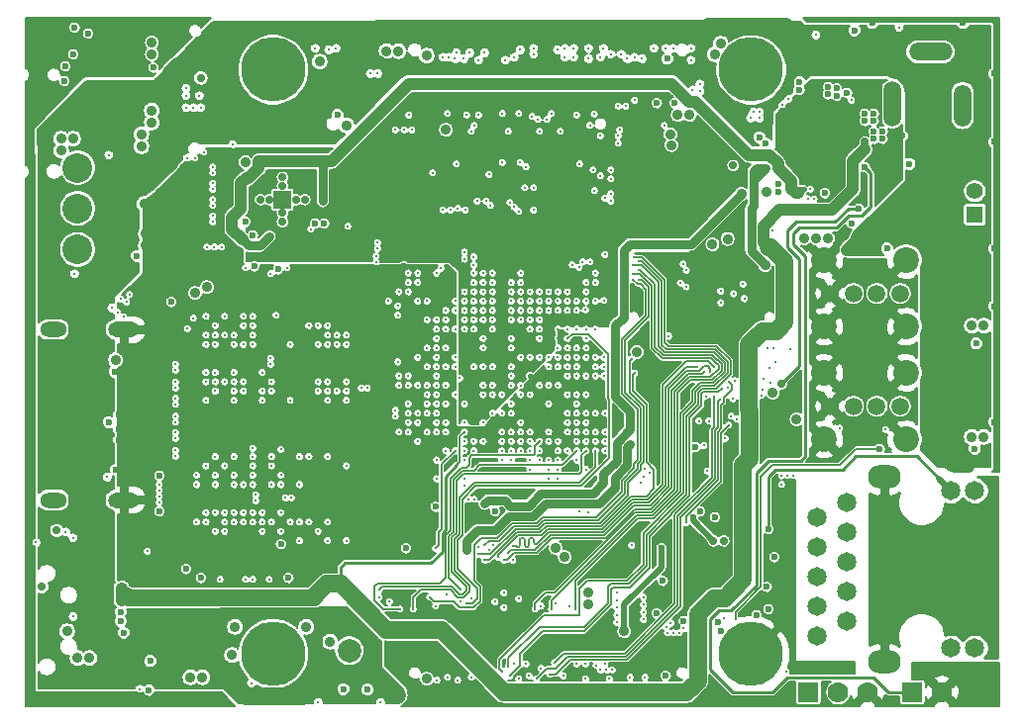
<source format=gbr>
%TF.GenerationSoftware,KiCad,Pcbnew,5.1.6-c6e7f7d~87~ubuntu18.04.1*%
%TF.CreationDate,2021-01-22T16:26:39+02:00*%
%TF.ProjectId,STMP1-OLinuXino_Rev_B,53544d50-312d-44f4-9c69-6e7558696e6f,B*%
%TF.SameCoordinates,Original*%
%TF.FileFunction,Copper,L5,Inr*%
%TF.FilePolarity,Positive*%
%FSLAX46Y46*%
G04 Gerber Fmt 4.6, Leading zero omitted, Abs format (unit mm)*
G04 Created by KiCad (PCBNEW 5.1.6-c6e7f7d~87~ubuntu18.04.1) date 2021-01-22 16:26:39*
%MOMM*%
%LPD*%
G01*
G04 APERTURE LIST*
%TA.AperFunction,ViaPad*%
%ADD10O,2.800000X2.000000*%
%TD*%
%TA.AperFunction,ViaPad*%
%ADD11C,1.650000*%
%TD*%
%TA.AperFunction,ViaPad*%
%ADD12O,3.700000X1.500000*%
%TD*%
%TA.AperFunction,ViaPad*%
%ADD13O,1.500000X3.600000*%
%TD*%
%TA.AperFunction,ViaPad*%
%ADD14O,1.500000X3.900000*%
%TD*%
%TA.AperFunction,ViaPad*%
%ADD15O,1.800000X1.800000*%
%TD*%
%TA.AperFunction,ViaPad*%
%ADD16C,2.000000*%
%TD*%
%TA.AperFunction,ViaPad*%
%ADD17R,1.600000X1.600000*%
%TD*%
%TA.AperFunction,ViaPad*%
%ADD18C,0.700000*%
%TD*%
%TA.AperFunction,ViaPad*%
%ADD19O,2.300000X1.300000*%
%TD*%
%TA.AperFunction,ViaPad*%
%ADD20O,2.700000X1.300000*%
%TD*%
%TA.AperFunction,ViaPad*%
%ADD21C,2.540000*%
%TD*%
%TA.AperFunction,ViaPad*%
%ADD22R,1.400000X1.400000*%
%TD*%
%TA.AperFunction,ViaPad*%
%ADD23C,1.400000*%
%TD*%
%TA.AperFunction,ViaPad*%
%ADD24R,1.422400X1.422400*%
%TD*%
%TA.AperFunction,ViaPad*%
%ADD25C,2.200000*%
%TD*%
%TA.AperFunction,ViaPad*%
%ADD26C,1.500000*%
%TD*%
%TA.AperFunction,ViaPad*%
%ADD27R,1.778000X1.778000*%
%TD*%
%TA.AperFunction,ViaPad*%
%ADD28C,1.778000*%
%TD*%
%TA.AperFunction,ViaPad*%
%ADD29C,0.900000*%
%TD*%
%TA.AperFunction,ViaPad*%
%ADD30C,5.500000*%
%TD*%
%TA.AperFunction,ViaPad*%
%ADD31C,0.327000*%
%TD*%
%TA.AperFunction,ViaPad*%
%ADD32C,0.600000*%
%TD*%
%TA.AperFunction,ViaPad*%
%ADD33C,0.800000*%
%TD*%
%TA.AperFunction,Conductor*%
%ADD34C,2.540000*%
%TD*%
%TA.AperFunction,Conductor*%
%ADD35C,1.016000*%
%TD*%
%TA.AperFunction,Conductor*%
%ADD36C,1.524000*%
%TD*%
%TA.AperFunction,Conductor*%
%ADD37C,0.762000*%
%TD*%
%TA.AperFunction,Conductor*%
%ADD38C,2.032000*%
%TD*%
%TA.AperFunction,Conductor*%
%ADD39C,0.508000*%
%TD*%
%TA.AperFunction,Conductor*%
%ADD40C,0.254000*%
%TD*%
%TA.AperFunction,Conductor*%
%ADD41C,0.127000*%
%TD*%
%TA.AperFunction,Conductor*%
%ADD42C,0.406400*%
%TD*%
%TA.AperFunction,Conductor*%
%ADD43C,0.203200*%
%TD*%
%TA.AperFunction,Conductor*%
%ADD44C,0.635000*%
%TD*%
%TA.AperFunction,Conductor*%
%ADD45C,1.397000*%
%TD*%
%TA.AperFunction,Conductor*%
%ADD46C,0.152400*%
%TD*%
G04 APERTURE END LIST*
D10*
%TO.N,Net-(C71-Pad2)*%
%TO.C,LAN1*%
X175362000Y-97435000D03*
X175362000Y-81635000D03*
D11*
%TO.N,/HDMI\u002C LCD  and Ethernet/PHYAD0*%
X183134000Y-96266000D03*
%TO.N,/HDMI\u002C LCD  and Ethernet/VDD33*%
X181102000Y-96266000D03*
%TO.N,/HDMI\u002C LCD  and Ethernet/PHYAD1*%
X183134000Y-82804000D03*
%TO.N,/HDMI\u002C LCD  and Ethernet/VDD33*%
X181102000Y-82804000D03*
%TO.N,/HDMI\u002C LCD  and Ethernet/MDI[3]-*%
X169672000Y-95250000D03*
%TO.N,/HDMI\u002C LCD  and Ethernet/MDI[3]+*%
X172212000Y-93980000D03*
%TO.N,/HDMI\u002C LCD  and Ethernet/MDI[2]-*%
X169672000Y-92710000D03*
%TO.N,/HDMI\u002C LCD  and Ethernet/MDI[2]+*%
X172212000Y-91440000D03*
%TO.N,Net-(C70-Pad2)*%
X169672000Y-90170000D03*
%TO.N,Net-(C69-Pad2)*%
X172212000Y-88900000D03*
%TO.N,/HDMI\u002C LCD  and Ethernet/MDI[1]-*%
X169672000Y-87630000D03*
%TO.N,/HDMI\u002C LCD  and Ethernet/MDI[1]+*%
X172212000Y-86360000D03*
%TO.N,/HDMI\u002C LCD  and Ethernet/MDI[0]-*%
X169672000Y-85090000D03*
%TO.N,/HDMI\u002C LCD  and Ethernet/MDI[0]+*%
X172212000Y-83820000D03*
%TD*%
D12*
%TO.N,GND*%
%TO.C,PWR1*%
X179345000Y-45258000D03*
D13*
X182091000Y-49858000D03*
D14*
%TO.N,+5V_EXT*%
X176091000Y-49708000D03*
%TD*%
D15*
%TO.N,GND*%
%TO.C,U18*%
X169269000Y-52959000D03*
X167869000Y-54359000D03*
X167869000Y-51559000D03*
X170669000Y-54359000D03*
X170669000Y-51559000D03*
%TD*%
D16*
%TO.N,GND*%
%TO.C,U19*%
X129667000Y-96520000D03*
%TD*%
D17*
%TO.N,GND*%
%TO.C,U8*%
X123952000Y-57912000D03*
D18*
X123952000Y-56762000D03*
X123952000Y-56012000D03*
X123952000Y-59812000D03*
X123952000Y-59062000D03*
X122052000Y-57912000D03*
X125102000Y-57912000D03*
X122802000Y-57912000D03*
X125852000Y-57912000D03*
%TD*%
D19*
%TO.N,GND*%
%TO.C,HDMI1*%
X104341000Y-69027000D03*
X104341000Y-83627000D03*
D20*
X110391000Y-83627000D03*
X110391000Y-69027000D03*
%TD*%
D21*
%TO.N,Net-(CAN1-Pad2)*%
%TO.C,CAN1*%
X106426000Y-58674000D03*
%TO.N,Net-(CAN1-Pad1)*%
X106426000Y-62174000D03*
%TO.N,GND*%
X106426000Y-55174000D03*
%TD*%
D22*
%TO.N,VBAT*%
%TO.C,LIPO_BAT1*%
X183131460Y-59199780D03*
D23*
%TO.N,GND*%
X183128920Y-57188100D03*
%TD*%
D24*
%TO.N,GND*%
%TO.C,U4*%
X160909000Y-89662000D03*
%TD*%
D25*
%TO.N,GND*%
%TO.C,USB1*%
X170258600Y-68788400D03*
X170258600Y-63088400D03*
X177258600Y-68788400D03*
X177258600Y-63088400D03*
D26*
%TO.N,Net-(C184-Pad1)*%
X176758600Y-65938400D03*
%TO.N,/USB\u002C CAN and Extensions/USB1_D-*%
X174758600Y-65938400D03*
%TO.N,/USB\u002C CAN and Extensions/USB1_D+*%
X172758600Y-65938400D03*
%TO.N,GND*%
X170758600Y-65938400D03*
%TD*%
%TO.N,GND*%
%TO.C,USB2*%
X170758600Y-75590400D03*
%TO.N,/USB\u002C CAN and Extensions/USB2_D+*%
X172758600Y-75590400D03*
%TO.N,/USB\u002C CAN and Extensions/USB2_D-*%
X174758600Y-75590400D03*
%TO.N,Net-(C185-Pad1)*%
X176758600Y-75590400D03*
D25*
%TO.N,GND*%
X177258600Y-72740400D03*
X177258600Y-78440400D03*
X170258600Y-72740400D03*
X170258600Y-78440400D03*
%TD*%
D27*
%TO.N,/USB\u002C CAN and Extensions/UART4_TX*%
%TO.C,DBG1*%
X168910000Y-100076000D03*
D28*
%TO.N,Net-(D3-Pad1)*%
X171450000Y-100076000D03*
%TO.N,GND*%
X173990000Y-100076000D03*
%TD*%
D27*
%TO.N,/Power Supply/AXP_BACKUP*%
%TO.C,BACKUP1*%
X177800000Y-100076000D03*
D28*
%TO.N,GND*%
X180340000Y-100076000D03*
%TD*%
D29*
%TO.N,GND*%
%TO.C,LIME2_PLATFORM1*%
X123130000Y-44595000D03*
X121480000Y-48195000D03*
X123130000Y-48995000D03*
X124830000Y-45345000D03*
X120930000Y-46795000D03*
X121480000Y-45345000D03*
X124830000Y-48195000D03*
X125380000Y-46795000D03*
X163980000Y-94595000D03*
X162330000Y-98195000D03*
X163980000Y-98995000D03*
X165680000Y-95345000D03*
X161780000Y-96795000D03*
X162330000Y-95345000D03*
X165680000Y-98195000D03*
X166230000Y-96795000D03*
X161780000Y-46795000D03*
X162330000Y-45345000D03*
X165680000Y-48195000D03*
X166230000Y-46795000D03*
X163980000Y-44595000D03*
X162330000Y-48195000D03*
X163980000Y-48995000D03*
X165680000Y-45345000D03*
X124830000Y-98195000D03*
X121480000Y-98195000D03*
X121480000Y-95345000D03*
X124830000Y-95345000D03*
X125380000Y-96795000D03*
X120930000Y-96795000D03*
X123130000Y-94595000D03*
X123130000Y-98995000D03*
D30*
X164010000Y-46790000D03*
X123150000Y-46790000D03*
X164010000Y-96790000D03*
X123150000Y-96790000D03*
%TD*%
D31*
%TO.N,+5V_EXT*%
X176657000Y-43180000D03*
D32*
X174498000Y-52070000D03*
X175260000Y-52070000D03*
X174498000Y-52705000D03*
X175260000Y-52705000D03*
D29*
%TO.N,+5V*%
X120396000Y-99060000D03*
X133477000Y-46355000D03*
X133731000Y-100330000D03*
X127381000Y-52070000D03*
D18*
X115951000Y-46736000D03*
D29*
X109093000Y-75438000D03*
X126873000Y-95377000D03*
X183134000Y-55626000D03*
X173228000Y-62230000D03*
X172212000Y-62230000D03*
X174244000Y-62230000D03*
X182626000Y-80772000D03*
X181610000Y-80772000D03*
X181229000Y-71374000D03*
X182245000Y-71374000D03*
D31*
%TO.N,GND*%
X136300000Y-64200000D03*
X136300000Y-65000000D03*
X136300000Y-65800000D03*
D32*
X134300000Y-63600000D03*
D31*
X135500000Y-65800000D03*
X137900000Y-65800000D03*
X136300000Y-67400000D03*
X133900000Y-81000000D03*
X135500000Y-80200000D03*
X137100000Y-81000000D03*
X136300000Y-79400000D03*
X136300000Y-78600000D03*
X137100000Y-78600000D03*
X137100000Y-79400000D03*
X138700000Y-78600000D03*
X138700000Y-80200000D03*
X138700000Y-77800000D03*
X138700000Y-77000000D03*
X138700000Y-69800000D03*
X140300000Y-80200000D03*
X141100000Y-80200000D03*
X141100000Y-81000000D03*
X141100000Y-79400000D03*
X135500000Y-77800000D03*
X136300000Y-77000000D03*
X135500000Y-75400000D03*
X137900000Y-66600000D03*
X136300000Y-73000000D03*
X136300000Y-71400000D03*
X127000000Y-69500000D03*
X128600000Y-68700000D03*
X129400000Y-68700000D03*
X128600000Y-73500000D03*
X128600000Y-75100000D03*
X127000000Y-75100000D03*
X126200000Y-69500000D03*
X124600000Y-68700000D03*
X124600000Y-69500000D03*
X124600000Y-67900000D03*
X123000000Y-69500000D03*
X136300000Y-69000000D03*
X137100000Y-66600000D03*
X124600000Y-74300000D03*
X126200000Y-75100000D03*
X126200000Y-74300000D03*
X128600000Y-85500000D03*
X128600000Y-87100000D03*
X127000000Y-87100000D03*
X127800000Y-80700000D03*
X129400000Y-79900000D03*
X125400000Y-80700000D03*
X126200000Y-87100000D03*
X126200000Y-86300000D03*
X124600000Y-87100000D03*
X123800000Y-79900000D03*
X123800000Y-80700000D03*
X123000000Y-81500000D03*
X123000000Y-86300000D03*
X125400000Y-81500000D03*
X126200000Y-80700000D03*
X120600000Y-75100000D03*
X119000000Y-75100000D03*
X122200000Y-73500000D03*
X135500000Y-73000000D03*
X117400000Y-68700000D03*
X118200000Y-67900000D03*
X119800000Y-67900000D03*
X117400000Y-74300000D03*
X119800000Y-80700000D03*
X119000000Y-79900000D03*
X117400000Y-79900000D03*
X117400000Y-77400000D03*
X119000000Y-87100000D03*
X120600000Y-87100000D03*
D32*
X131826000Y-87757000D03*
D31*
X117400000Y-86300000D03*
X117400000Y-82400000D03*
X121550000Y-84200000D03*
D29*
X126619000Y-89916000D03*
X127635000Y-88519000D03*
D32*
X113538000Y-87503000D03*
D31*
X114808000Y-78867000D03*
X114808000Y-75946000D03*
X114808000Y-73025000D03*
X114681000Y-70866000D03*
X114427000Y-68961000D03*
D32*
X112522000Y-85344000D03*
D31*
X113538000Y-80518000D03*
X114681000Y-80518000D03*
D32*
X115951000Y-90424000D03*
X113665000Y-88773000D03*
D31*
X118491000Y-90932000D03*
X121158000Y-90932000D03*
X124079000Y-90932000D03*
X122682000Y-90932000D03*
X117348000Y-90932000D03*
D32*
X130429000Y-87757000D03*
X128905000Y-88265000D03*
X114554000Y-67564000D03*
X115316000Y-65786000D03*
D31*
X118237000Y-64897000D03*
X121158000Y-64897000D03*
X122682000Y-64897000D03*
X123952000Y-64770000D03*
X124968000Y-63754000D03*
X126365000Y-63754000D03*
X127889000Y-63754000D03*
X129286000Y-63754000D03*
X130810000Y-63754000D03*
X132461000Y-63754000D03*
X144300000Y-80200000D03*
X144300000Y-76200000D03*
X145100000Y-76200000D03*
X145900000Y-77800000D03*
X145900000Y-77000000D03*
X146700000Y-79400000D03*
X149100000Y-81000000D03*
X148300000Y-78600000D03*
X149900000Y-80200000D03*
X150700000Y-81800000D03*
X152273000Y-76200000D03*
X149900000Y-75400000D03*
X148300000Y-75400000D03*
X145900000Y-75400000D03*
X145100000Y-73800000D03*
X147500000Y-73000000D03*
X149900000Y-72200000D03*
X149100000Y-69800000D03*
X147500000Y-69800000D03*
X147500000Y-69000000D03*
X138700000Y-65800000D03*
X139500000Y-65800000D03*
X140300000Y-65800000D03*
X138700000Y-68200000D03*
X143500000Y-65800000D03*
X141900000Y-69000000D03*
X145900000Y-65800000D03*
X145900000Y-68200000D03*
X145100000Y-69000000D03*
X148300000Y-67400000D03*
X149100000Y-66600000D03*
X149900000Y-65800000D03*
X150700000Y-65000000D03*
X150700000Y-64200000D03*
X138700000Y-75400000D03*
X143500000Y-77000000D03*
X141100000Y-77800000D03*
X140300000Y-77800000D03*
X144300000Y-75400000D03*
X145100000Y-73000000D03*
X139100000Y-73200000D03*
X141100000Y-74600000D03*
X142700000Y-74600000D03*
X141900000Y-74600000D03*
X143500000Y-73800000D03*
X143500000Y-73000000D03*
X141100000Y-73800000D03*
X141900000Y-73800000D03*
X140300000Y-72200000D03*
X141100000Y-72200000D03*
X141900000Y-72200000D03*
X143500000Y-72200000D03*
X144300000Y-71400000D03*
X145100000Y-71400000D03*
X145900000Y-69000000D03*
X145900000Y-69800000D03*
X138700000Y-73800000D03*
X138700000Y-70600000D03*
X141100000Y-69800000D03*
X141100000Y-70600000D03*
X143500000Y-70600000D03*
D32*
X109601000Y-72644000D03*
X112014000Y-82169000D03*
D18*
X104648000Y-86233000D03*
X102489000Y-100457000D03*
X112522000Y-100838000D03*
D29*
X117094000Y-98806000D03*
X116078000Y-98806000D03*
X119888000Y-94488000D03*
D32*
X102489000Y-54737000D03*
D29*
X112776000Y-51308000D03*
X112776000Y-50292000D03*
X106426000Y-97155000D03*
X107442000Y-97155000D03*
X133858000Y-45212000D03*
X132842000Y-45212000D03*
D31*
X143500000Y-69800000D03*
D29*
X182880000Y-78232000D03*
X183896000Y-78232000D03*
D31*
X147500000Y-77800000D03*
X147500000Y-77000000D03*
X147500000Y-76200000D03*
X146700000Y-74600000D03*
D29*
X133604000Y-96266000D03*
X137922000Y-51943000D03*
X105537000Y-94869000D03*
X109220000Y-46990000D03*
X108077000Y-46990000D03*
D32*
X105029000Y-42799000D03*
X128651000Y-50673000D03*
D29*
X112141000Y-58293000D03*
X112268000Y-60833000D03*
X112268000Y-61849000D03*
D31*
X119253000Y-64897000D03*
D32*
X109982000Y-76327000D03*
X109982000Y-77597000D03*
X109728000Y-81026000D03*
X176911000Y-52451000D03*
X176784000Y-54610000D03*
X173609000Y-57912000D03*
D29*
X157099000Y-52324000D03*
D32*
X155956000Y-49657000D03*
X165608000Y-86995000D03*
D31*
X142700000Y-81000000D03*
D32*
X152908000Y-89789000D03*
X152908000Y-89027000D03*
D29*
X155448000Y-97917000D03*
D18*
X154305000Y-94869000D03*
D32*
X141732000Y-85344000D03*
X152400000Y-88519000D03*
D31*
X146700000Y-73000000D03*
X145900000Y-71400000D03*
D29*
X127127000Y-46101000D03*
D31*
X162560000Y-77978000D03*
D32*
X133604000Y-87757000D03*
X136144000Y-87757000D03*
D18*
X103378000Y-91059000D03*
D29*
X182880000Y-68707000D03*
X183896000Y-68707000D03*
D31*
X167767000Y-79248000D03*
D32*
X166751000Y-100203000D03*
X167513000Y-91567000D03*
X167005000Y-93853000D03*
X109982000Y-78486000D03*
X161925000Y-83947000D03*
D31*
X140300000Y-62800000D03*
X140300000Y-63500000D03*
X151511000Y-62611000D03*
D32*
X157480000Y-49657000D03*
D31*
X118491000Y-58801000D03*
X118491000Y-57404000D03*
X118491000Y-56134000D03*
X142875000Y-97536000D03*
X135001000Y-51943000D03*
X145923000Y-52070000D03*
D32*
X102362000Y-60071000D03*
X102362000Y-62484000D03*
X102362000Y-65278000D03*
X102362000Y-70739000D03*
X102362000Y-73660000D03*
X102362000Y-76454000D03*
X102362000Y-80772000D03*
X102362000Y-87630000D03*
X102362000Y-93218000D03*
X102362000Y-96774000D03*
X106299000Y-100965000D03*
X109474000Y-100965000D03*
D31*
X127000000Y-100965000D03*
X116332000Y-100965000D03*
X132334000Y-100965000D03*
X159893000Y-101092000D03*
X162814000Y-101092000D03*
X165862000Y-101092000D03*
D32*
X184912000Y-98171000D03*
X184785000Y-76962000D03*
X184785000Y-67056000D03*
X184785000Y-62103000D03*
X184785000Y-52959000D03*
X184785000Y-47117000D03*
X182118000Y-42799000D03*
X174371000Y-42799000D03*
X115951000Y-42799000D03*
D31*
X136017000Y-91694000D03*
D32*
X155575000Y-78994000D03*
X166116000Y-79248000D03*
X165227000Y-79248000D03*
X159367609Y-82296000D03*
X163093711Y-65842492D03*
D31*
X158021436Y-65795512D03*
D33*
X154192975Y-65768210D03*
D31*
X162053016Y-66354585D03*
D32*
X161956788Y-65485990D03*
X171002547Y-57130776D03*
X158277327Y-64547419D03*
D31*
X168263890Y-56476763D03*
D29*
X157201746Y-53237253D03*
D18*
X162463998Y-54991000D03*
D32*
X137050468Y-82600000D03*
X136796424Y-86539862D03*
D31*
X162943946Y-66724210D03*
D32*
X158224565Y-74744997D03*
D29*
X144139490Y-83063510D03*
D32*
X102997000Y-46735998D03*
D31*
%TO.N,/VREF0_DDR3*%
X120600000Y-68700000D03*
D32*
X123800000Y-87400000D03*
D31*
X115824000Y-68961000D03*
%TO.N,/S0SVREF*%
X137100000Y-81800000D03*
D32*
%TO.N,+3V3*%
X109093000Y-76962000D03*
D29*
X119634000Y-96901000D03*
X136271000Y-98933000D03*
X136271000Y-45593000D03*
D31*
X137900000Y-67400000D03*
X142700000Y-77800000D03*
X144300000Y-77000000D03*
X145900000Y-73800000D03*
X146700000Y-73800000D03*
X145100000Y-74600000D03*
X147500000Y-73800000D03*
X140300000Y-64200000D03*
X141100000Y-77000000D03*
X141900000Y-76200000D03*
X142700000Y-76200000D03*
X143500000Y-76200000D03*
X144300000Y-74600000D03*
X143500000Y-75400000D03*
X144300000Y-73800000D03*
X150700000Y-77800000D03*
X150700000Y-78600000D03*
D32*
X106045000Y-45466000D03*
D29*
X106045000Y-52705000D03*
X105029000Y-52705000D03*
X129413000Y-51562000D03*
X105029000Y-53721000D03*
D32*
X126746000Y-59944000D03*
X127508000Y-59944000D03*
X114427000Y-66675000D03*
X112649000Y-97409000D03*
D29*
X128016000Y-95758000D03*
D32*
X156845000Y-45847000D03*
D29*
X150114000Y-91567000D03*
X150114000Y-92583000D03*
D31*
X150700000Y-69000000D03*
D29*
X167894000Y-76708000D03*
D32*
X156718000Y-98679000D03*
D18*
X116967000Y-47498000D03*
D31*
X116332000Y-50038000D03*
X117221000Y-53848000D03*
D29*
X154255002Y-70946048D03*
D32*
X159257988Y-79092704D03*
D31*
X162026600Y-74015600D03*
D29*
X120768129Y-54719139D03*
D32*
%TO.N,IPS*%
X173736000Y-50546000D03*
D29*
X112776000Y-45466000D03*
X112776000Y-44450000D03*
D32*
X105283000Y-47752000D03*
X170561000Y-48895000D03*
X174498000Y-50546000D03*
X168148000Y-48514000D03*
X168148000Y-47879000D03*
D31*
X169545000Y-43815000D03*
D32*
X174498000Y-51181000D03*
X173736000Y-51181000D03*
X166370000Y-57277000D03*
X166370000Y-56578500D03*
X165227000Y-53086000D03*
X164719000Y-52578000D03*
D29*
X158750000Y-50673000D03*
X157734000Y-50673000D03*
X160909000Y-45466000D03*
X161417000Y-44577000D03*
X111887000Y-52324000D03*
X111887000Y-53340000D03*
D32*
X170311953Y-57357992D03*
X170581610Y-48260000D03*
%TO.N,VBAT*%
X171323000Y-49022000D03*
X171323000Y-48387000D03*
D31*
%TO.N,Net-(CHGLED1-Pad1)*%
X172593000Y-49403000D03*
D32*
X172847000Y-43434000D03*
D29*
%TO.N,Net-(D2-Pad2)*%
X161992803Y-61273197D03*
%TO.N,Net-(FUSE1-Pad2)*%
X109728000Y-71628000D03*
D31*
%TO.N,PC7*%
X141100000Y-66600000D03*
%TO.N,/S0SRST*%
X136300000Y-68200000D03*
X116332000Y-68072000D03*
X116600000Y-85500000D03*
%TO.N,Net-(R4-Pad2)*%
X133800000Y-71800000D03*
%TO.N,Net-(R9-Pad1)*%
X120600000Y-67900000D03*
%TO.N,Net-(R13-Pad1)*%
X121400000Y-80700000D03*
%TO.N,Net-(R14-Pad1)*%
X121400000Y-79900000D03*
%TO.N,/S0SDQ20*%
X135500000Y-64200000D03*
X123000000Y-80700000D03*
%TO.N,/S0SDQ19*%
X135500000Y-65000000D03*
X123800000Y-79300000D03*
%TO.N,/S0SDQ14*%
X133900000Y-77800000D03*
X129400000Y-73500000D03*
%TO.N,/S0SDQ10*%
X134700000Y-75400000D03*
X128600000Y-69500000D03*
%TO.N,/S0SDQ22*%
X136300000Y-66600000D03*
X126200000Y-85500000D03*
%TO.N,/S0SDQ21*%
X133800000Y-67800000D03*
X125400000Y-85500000D03*
%TO.N,/S0SDQM2*%
X133000000Y-66600000D03*
X125400000Y-82300000D03*
%TO.N,/S0SDQ18*%
X124600000Y-85500000D03*
X133800000Y-67000000D03*
%TO.N,/S0SDQ17*%
X123800000Y-84700000D03*
X135500000Y-66600000D03*
%TO.N,/S0SDQ15*%
X134700000Y-77800000D03*
X127800000Y-73500000D03*
%TO.N,/S0SDQ13*%
X135500000Y-76200000D03*
X129400000Y-70300000D03*
%TO.N,/S0SDQ11*%
X129400000Y-74300000D03*
X135500000Y-77000000D03*
%TO.N,/S0SDQ9*%
X127800000Y-69500000D03*
X134700000Y-76200000D03*
%TO.N,/S0SDQ23*%
X134700000Y-64200000D03*
X123000000Y-82300000D03*
%TO.N,/S0SA8*%
X137100000Y-77800000D03*
X117400000Y-69500000D03*
X116600000Y-81500000D03*
%TO.N,/S0SDQ16*%
X123800000Y-82300000D03*
X134700000Y-65000000D03*
%TO.N,/S0SA6*%
X136300000Y-77800000D03*
X118200000Y-68700000D03*
X117400000Y-80700000D03*
%TO.N,/S0SCKE0*%
X136300000Y-76200000D03*
X121400000Y-79200000D03*
X121400000Y-67900000D03*
%TO.N,/S0SDQ12*%
X127800000Y-74300000D03*
X135500000Y-78600000D03*
%TO.N,/S0SDQM1*%
X134700000Y-77000000D03*
X127000000Y-73500000D03*
%TO.N,/S0SBA1*%
X137100000Y-76200000D03*
X119800000Y-69500000D03*
X119800000Y-81500000D03*
X113411000Y-82804000D03*
%TO.N,/S0SDQ8*%
X127000000Y-70300000D03*
X134700000Y-73800000D03*
%TO.N,/S0SA9*%
X137100000Y-69800000D03*
X118200000Y-73500000D03*
X118200000Y-84700000D03*
%TO.N,/S0SA7*%
X137100000Y-68200000D03*
X117400000Y-73500000D03*
X117400000Y-85500000D03*
%TO.N,/S0SA5*%
X136300000Y-70600000D03*
X118200000Y-74300000D03*
X119000000Y-85500000D03*
%TO.N,/S0SA14*%
X137100000Y-75400000D03*
X117400000Y-70300000D03*
X116600000Y-82300000D03*
%TO.N,/S0SA10*%
X137100000Y-74600000D03*
X121400000Y-70300000D03*
X121400000Y-82300000D03*
X122809000Y-90424000D03*
%TO.N,/S0SA1*%
X137100000Y-73800000D03*
X118200000Y-69500000D03*
X118200000Y-82300000D03*
%TO.N,/S0SA15*%
X136300000Y-73800000D03*
X120600000Y-70300000D03*
X120600000Y-82300000D03*
X113411000Y-83820000D03*
%TO.N,/S0SA11*%
X136300000Y-75400000D03*
X118200000Y-70300000D03*
X118200000Y-81500000D03*
%TO.N,/S0SODT0*%
X133900000Y-73800000D03*
X122200000Y-75100000D03*
X122200000Y-86300000D03*
%TO.N,/S0SCS0*%
X137100000Y-73000000D03*
X120600000Y-74300000D03*
X121400000Y-85500000D03*
%TO.N,/S0SA12*%
X136300000Y-74600000D03*
X119800000Y-70300000D03*
X119800000Y-82300000D03*
X113411000Y-83312000D03*
%TO.N,/S0SA2*%
X137100000Y-70600000D03*
X118200000Y-72700000D03*
X119000000Y-84700000D03*
%TO.N,/S0SA0*%
X136300000Y-72200000D03*
X119800000Y-72700000D03*
X119800000Y-84700000D03*
X118618000Y-90424000D03*
%TO.N,/S0SBA2*%
X137100000Y-72200000D03*
X119800000Y-73500000D03*
X120600000Y-84700000D03*
X120777000Y-90424000D03*
%TO.N,/S0SA3*%
X137100000Y-71400000D03*
X119000000Y-73500000D03*
X119800000Y-85500000D03*
%TO.N,/S0SA4*%
X137100000Y-77000000D03*
X119000000Y-69500000D03*
X119000000Y-80700000D03*
X113411000Y-82296000D03*
%TO.N,/S0SRAS*%
X135500000Y-73800000D03*
X123000000Y-73500000D03*
X123000000Y-85500000D03*
%TO.N,/S0SWE*%
X120600000Y-73500000D03*
X134700000Y-73000000D03*
X121400000Y-84700000D03*
%TO.N,/S0SBA0*%
X135500000Y-71400000D03*
X119800000Y-74300000D03*
X120600000Y-85500000D03*
X121412000Y-90424000D03*
%TO.N,/S0SA13*%
X137100000Y-69000000D03*
X117400000Y-72700000D03*
X117400000Y-84700000D03*
%TO.N,/S0SCAS*%
X133900000Y-73000000D03*
X122200000Y-72700000D03*
X122200000Y-84700000D03*
%TO.N,/S0SCK_N*%
X122936000Y-71501000D03*
X131191000Y-74041000D03*
X121666000Y-83185000D03*
%TO.N,/S0SCK_P*%
X122936000Y-72009000D03*
X130683000Y-74041000D03*
X121666000Y-83693000D03*
%TO.N,/S0SDQS2_N*%
X133900000Y-65800000D03*
X124206000Y-83439000D03*
%TO.N,/S0SDQS1_P*%
X127800000Y-70300000D03*
X133604000Y-76454000D03*
%TO.N,/S0SDQS2_P*%
X134700000Y-65800000D03*
X124714000Y-83439000D03*
%TO.N,/S0SDQS1_N*%
X128600000Y-70300000D03*
X133604000Y-75946000D03*
D29*
%TO.N,Net-(C86-Pad2)*%
X169545000Y-61214000D03*
X170561000Y-61214000D03*
X168529000Y-61214000D03*
D32*
%TO.N,+2V8*%
X139700000Y-87884000D03*
X139700000Y-87122000D03*
X165227000Y-55245000D03*
X164465000Y-55245000D03*
X153416000Y-79502000D03*
X153670000Y-78867000D03*
D29*
X165205544Y-63505510D03*
D31*
%TO.N,1.35V_DDR*%
X137900000Y-79400000D03*
X137100000Y-80200000D03*
X137900000Y-77000000D03*
X139500000Y-77000000D03*
X137900000Y-75400000D03*
X137900000Y-73800000D03*
X138700000Y-71400000D03*
X137900000Y-72200000D03*
X137900000Y-70600000D03*
X138700000Y-69000000D03*
X137900000Y-69000000D03*
X137900000Y-68200000D03*
X127000000Y-68700000D03*
X127800000Y-68700000D03*
X129400000Y-69500000D03*
X127000000Y-74300000D03*
X128600000Y-74300000D03*
X129400000Y-75100000D03*
X127800000Y-75100000D03*
X126200000Y-68700000D03*
X124600000Y-70300000D03*
X124600000Y-75100000D03*
X127800000Y-85500000D03*
X129400000Y-87100000D03*
X127800000Y-87100000D03*
X127000000Y-86300000D03*
X127800000Y-79900000D03*
X129400000Y-80700000D03*
X126200000Y-79900000D03*
X125400000Y-79900000D03*
X125400000Y-87100000D03*
X122200000Y-85500000D03*
X123000000Y-79900000D03*
X123800000Y-81500000D03*
X121400000Y-81500000D03*
X123800000Y-86300000D03*
X121400000Y-69500000D03*
X119800000Y-75100000D03*
X122200000Y-74300000D03*
X117400000Y-67900000D03*
X119000000Y-67900000D03*
X123000000Y-74300000D03*
X117400000Y-75100000D03*
X119800000Y-79900000D03*
X118200000Y-79900000D03*
X119000000Y-86300000D03*
X118200000Y-86300000D03*
X123400000Y-67800000D03*
X139500000Y-75400000D03*
X138700000Y-72200000D03*
X138700000Y-74600000D03*
X137900000Y-77800000D03*
D29*
X116459000Y-65913000D03*
X117475000Y-65405000D03*
X125984000Y-94488000D03*
D32*
X137033000Y-84201000D03*
%TO.N,VTT_DDR*%
X115697000Y-89535000D03*
X116967000Y-90297000D03*
X124460000Y-90297000D03*
X113411000Y-84582000D03*
X113411000Y-81534000D03*
D31*
%TO.N,Net-(C40-Pad2)*%
X151500000Y-76200000D03*
X159534414Y-76851160D03*
%TO.N,NRST*%
X150700000Y-76200000D03*
X138049000Y-98806000D03*
X159639000Y-48641000D03*
X167132000Y-81534000D03*
X162306000Y-76453990D03*
D29*
%TO.N,Net-(C48-Pad1)*%
X147320000Y-87757000D03*
X148082000Y-88519000D03*
D32*
%TO.N,Net-(C52-Pad2)*%
X165354000Y-91059000D03*
X160909000Y-85090000D03*
X165989000Y-88519000D03*
%TO.N,Net-(C55-Pad2)*%
X161163000Y-94107000D03*
X156464000Y-90551000D03*
D18*
X160782000Y-87122000D03*
X161671000Y-87122000D03*
D32*
X164465000Y-93472000D03*
X158246459Y-93980000D03*
X155953171Y-93342171D03*
X159033343Y-85119343D03*
D31*
%TO.N,Net-(C58-Pad2)*%
X161798000Y-78359000D03*
X145415000Y-58801000D03*
X165925500Y-70659554D03*
D32*
%TO.N,Net-(C71-Pad2)*%
X175387000Y-89662000D03*
X178435000Y-89662000D03*
X180975000Y-89662000D03*
X183388000Y-89662000D03*
X175387000Y-92710000D03*
X178435000Y-92710000D03*
X180975000Y-92710000D03*
X183388000Y-92710000D03*
X178435000Y-86487000D03*
X180975000Y-86487000D03*
X183388000Y-86487000D03*
X175387000Y-86487000D03*
X177038000Y-88138000D03*
X179705000Y-88138000D03*
X182245000Y-88138000D03*
X182245000Y-84582000D03*
X182245000Y-94615000D03*
X175387000Y-83947000D03*
X175387000Y-95123000D03*
X177038000Y-91313000D03*
X179705000Y-91313000D03*
X182245000Y-91440000D03*
%TO.N,Net-(C72-Pad2)*%
X123571000Y-63881000D03*
X121539000Y-63627000D03*
X121412000Y-60960000D03*
%TO.N,VDD_USB*%
X141224000Y-83947000D03*
D29*
X163183119Y-57415881D03*
D31*
%TO.N,Net-(C166-Pad1)*%
X137100000Y-64200000D03*
X137500000Y-63800000D03*
%TO.N,Net-(L6-Pad2)*%
X150114000Y-84709000D03*
X157147936Y-94155935D03*
%TO.N,Net-(R8-Pad1)*%
X121400000Y-68700000D03*
%TO.N,Net-(R65-Pad2)*%
X161671000Y-93726000D03*
X167005000Y-98298000D03*
%TO.N,Net-(R67-Pad2)*%
X162687000Y-93853000D03*
D32*
X175006000Y-79248000D03*
D31*
%TO.N,Net-(R75-Pad2)*%
X149352000Y-84618510D03*
X156743400Y-94488000D03*
D32*
%TO.N,Net-(R87-Pad2)*%
X120777000Y-59817000D03*
%TO.N,Net-(R108-Pad1)*%
X172212000Y-48768000D03*
%TO.N,USB-OTG-DRV*%
X112522000Y-99949000D03*
D31*
X163957000Y-50927000D03*
X109093000Y-54102000D03*
X143500000Y-67400000D03*
X119681526Y-53213000D03*
%TO.N,Net-(RM2-Pad1.2)*%
X154813000Y-91948000D03*
%TO.N,Net-(RM2-Pad2.2)*%
X154813000Y-92583000D03*
%TO.N,Net-(RM2-Pad3.2)*%
X154813000Y-93218000D03*
%TO.N,Net-(RM2-Pad4.2)*%
X154813000Y-93853000D03*
%TO.N,Net-(RM4-Pad4.1)*%
X157353000Y-94996000D03*
X154559000Y-82169000D03*
%TO.N,Net-(RM4-Pad3.1)*%
X154813000Y-81661000D03*
X156845000Y-94996000D03*
%TO.N,Net-(RM4-Pad2.1)*%
X158242000Y-94615000D03*
X155321000Y-81280000D03*
%TO.N,Net-(RM4-Pad1.1)*%
X154913010Y-80933844D03*
X157861000Y-94996000D03*
%TO.N,NAND-WE*%
X144300000Y-64200000D03*
X140081000Y-98806000D03*
%TO.N,DSI_D0N*%
X139500000Y-62400000D03*
%TO.N,DSI_CKN*%
X132080000Y-61595000D03*
%TO.N,DSI_D1N*%
X131953000Y-62738000D03*
%TO.N,DSI_D1P*%
X131953000Y-63246000D03*
%TO.N,NAND-DQ3*%
X143500000Y-65000000D03*
X149860000Y-98933000D03*
%TO.N,DSI_D0P*%
X139500000Y-63000000D03*
%TO.N,DSI_CKP*%
X132080000Y-62103000D03*
%TO.N,NAND-RE*%
X145100000Y-65800000D03*
X138938000Y-99060000D03*
%TO.N,JTCK-SWCLK*%
X138700000Y-66600000D03*
X150749000Y-97790000D03*
%TO.N,NAND-DQ2*%
X144300000Y-65800000D03*
X146050000Y-98044000D03*
%TO.N,JTDI*%
X139500000Y-66600000D03*
X151638000Y-98171000D03*
%TO.N,PF2*%
X141100000Y-68200000D03*
X139573000Y-58801000D03*
%TO.N,JTMS-SWDIO*%
X138700000Y-67400000D03*
X149860000Y-97663000D03*
%TO.N,PE4*%
X139500000Y-69000000D03*
X138303000Y-58801000D03*
%TO.N,NJTRST*%
X139500000Y-68200000D03*
X152146000Y-98171000D03*
%TO.N,JTDO-TRACESWO*%
X139500000Y-67400000D03*
X151511000Y-97663000D03*
%TO.N,ADC1_INN1*%
X149100000Y-76200000D03*
X131445000Y-47117000D03*
%TO.N,NAND-DQ1*%
X146812000Y-98552000D03*
X151410948Y-73000000D03*
X162108781Y-73488180D03*
%TO.N,NAND-DQ0*%
X149900000Y-73000000D03*
X145669000Y-98933000D03*
X161325872Y-75058476D03*
%TO.N,NAND-RB*%
X149100000Y-73000000D03*
X143383000Y-98679000D03*
X161479205Y-74117757D03*
%TO.N,ADC1_INP1*%
X148300000Y-77000000D03*
X132080000Y-47117000D03*
%TO.N,PC0*%
X144300000Y-77800000D03*
X137968376Y-91667010D03*
%TO.N,PH3*%
X147500000Y-80200000D03*
%TO.N,NAND-ALE*%
X142700000Y-79400000D03*
X145034000Y-98679000D03*
%TO.N,NAND-CE*%
X139500000Y-78600000D03*
%TO.N,PG7*%
X143500000Y-80200000D03*
X147320000Y-92456000D03*
%TO.N,NAND-DQ7*%
X140300000Y-79400000D03*
X140716000Y-87630000D03*
X154940000Y-98806000D03*
%TO.N,NAND-DQ4*%
X144300000Y-79400000D03*
X151130000Y-98171000D03*
%TO.N,PG10*%
X145100000Y-81000000D03*
X148463000Y-92710000D03*
%TO.N,NAND-DQ6*%
X143500000Y-79400000D03*
X153670000Y-98806000D03*
%TO.N,NAND-DQ5*%
X142700000Y-80200000D03*
X151892000Y-98933000D03*
%TO.N,NAND-CLE*%
X144145000Y-98933000D03*
%TO.N,PH2*%
X142113000Y-92329000D03*
%TO.N,1.2V_VDDCORE*%
X142700000Y-69800000D03*
X141100000Y-76200000D03*
X140300000Y-77000000D03*
X145100000Y-72200000D03*
X140300000Y-73800000D03*
X140300000Y-75400000D03*
X141100000Y-75400000D03*
X140300000Y-74600000D03*
X142700000Y-73800000D03*
X142700000Y-73000000D03*
X141900000Y-73000000D03*
X141100000Y-73000000D03*
X142700000Y-72200000D03*
X144300000Y-73000000D03*
X144300000Y-72200000D03*
X145900000Y-70600000D03*
X145100000Y-70600000D03*
X141900000Y-71400000D03*
X141900000Y-70600000D03*
X141900000Y-69800000D03*
X140300000Y-71400000D03*
X143500000Y-71400000D03*
X144300000Y-70600000D03*
X140300000Y-70600000D03*
X140300000Y-69800000D03*
D29*
X160020000Y-53848000D03*
X160020000Y-52832000D03*
D31*
X143500000Y-64200000D03*
X143500000Y-63600000D03*
D32*
%TO.N,1.2V_HDMI*%
X121920000Y-54610000D03*
X127381000Y-58039000D03*
X120523000Y-61341000D03*
X120396000Y-58674000D03*
X120396000Y-56388000D03*
X122809000Y-61087000D03*
D31*
X168529000Y-57023000D03*
X168074681Y-57367470D03*
D32*
%TO.N,Net-(C94-Pad1)*%
X111506000Y-62738000D03*
%TO.N,Net-(C97-Pad1)*%
X106172000Y-43180000D03*
D31*
X167208200Y-49326800D03*
%TO.N,VBUS*%
X139500000Y-77800000D03*
D29*
X110236000Y-92202000D03*
X110236000Y-91186000D03*
D32*
X173736000Y-52959000D03*
X173736000Y-53594000D03*
D29*
%TO.N,VDD-FLASH*%
X165354000Y-57277000D03*
X160702999Y-61743016D03*
D32*
%TO.N,VTT_REF*%
X134493000Y-87757000D03*
D31*
%TO.N,Net-(C157-Pad1)*%
X148300000Y-76200000D03*
X146700000Y-75400000D03*
D29*
X165862000Y-74422000D03*
D32*
%TO.N,PWR_ONRST*%
X129159000Y-99822000D03*
D31*
X111760000Y-99822000D03*
X106172000Y-64262000D03*
X160401000Y-76851160D03*
D32*
X105363998Y-46482000D03*
%TO.N,Net-(FET2-Pad1)*%
X177546000Y-54864000D03*
X172593000Y-59944000D03*
%TO.N,Net-(FET3-Pad3)*%
X175641000Y-62103000D03*
D31*
%TO.N,AXP_GPIO3\u005CLCD_UD*%
X164719000Y-50419000D03*
X115697000Y-48387000D03*
X152908000Y-45466000D03*
%TO.N,AXP_GPIO2\u005CLCD_LR*%
X164211000Y-50419000D03*
X115697000Y-49022000D03*
X154686000Y-45847000D03*
%TO.N,AXP_GPIO1*%
X116967000Y-50038000D03*
X169061110Y-57023843D03*
%TO.N,AXP_GPIO0*%
X115697000Y-50038000D03*
X168846502Y-57848498D03*
%TO.N,PZ4\u005CI2C4_SCL*%
X133604000Y-51943000D03*
X116459000Y-54356000D03*
X159004000Y-48514000D03*
%TO.N,PZ5\u005CI2C4_SDA*%
X149100000Y-70600000D03*
X134366000Y-51943000D03*
X115824000Y-54356000D03*
X159639000Y-48006000D03*
X166052500Y-71818500D03*
%TO.N,PB5\u005CSPDIF_TX*%
X142875000Y-91567000D03*
X149098000Y-97663000D03*
X108966000Y-81661000D03*
X126365000Y-60452000D03*
X112395000Y-88011000D03*
%TO.N,PF14\u005CI2C1_SCL*%
X146700000Y-77800000D03*
X158877000Y-45974000D03*
X152654000Y-52451000D03*
%TO.N,PB9\u005CI2C1_SDA*%
X141900000Y-68200000D03*
X158877000Y-44958000D03*
X149606000Y-63246000D03*
X150214010Y-51561994D03*
%TO.N,PA5\u005CADC2_INN18*%
X148300000Y-77800000D03*
X128524000Y-44958000D03*
%TO.N,PA4\u005CADC2_INP18*%
X147500000Y-78600000D03*
X127889000Y-45085000D03*
%TO.N,PE11\u005CSPI4_NSS*%
X148300000Y-66600000D03*
%TO.N,PA0\u005CWKUP1*%
X149900000Y-81000000D03*
X166624000Y-82296000D03*
X137033000Y-92710000D03*
%TO.N,Net-(R42-Pad1)*%
X126746000Y-44958000D03*
X162449743Y-74966509D03*
%TO.N,PWR_ON*%
X151500000Y-78600000D03*
X165598881Y-72307633D03*
X159957881Y-78956204D03*
%TO.N,Net-(R135-Pad1)*%
X166674800Y-49784000D03*
%TO.N,PWR_LP*%
X151500000Y-77800000D03*
X167640000Y-81534000D03*
D32*
X131204599Y-99844284D03*
D31*
%TO.N,Net-(Flash_Con1-Pad11)*%
X165671500Y-73596500D03*
D32*
%TO.N,/Power Supply/AXP_BACKUP*%
X173736000Y-55118000D03*
D31*
%TO.N,/eMMC\u002C SPI-Flash\u002C T-Card and Boot/BOOT0*%
X149900000Y-74600000D03*
X165100000Y-73242490D03*
%TO.N,/eMMC\u002C SPI-Flash\u002C T-Card and Boot/BOOT1*%
X149100000Y-74600000D03*
X164973000Y-74168000D03*
%TO.N,/eMMC\u002C SPI-Flash\u002C T-Card and Boot/BOOT2*%
X149100000Y-75400000D03*
X164882510Y-74676000D03*
D32*
%TO.N,/HDMI\u002C LCD  and Ethernet/VDD33*%
X161417000Y-94869000D03*
D29*
X153162000Y-94869000D03*
D32*
X165481000Y-86106000D03*
X159639000Y-84582000D03*
X156337000Y-87757000D03*
X165481000Y-92964000D03*
D31*
%TO.N,/HDMI\u002C LCD  and Ethernet/GRXD_CLK*%
X149100000Y-78600000D03*
X153797000Y-87503000D03*
%TO.N,/HDMI\u002C LCD  and Ethernet/CLK125*%
X145100000Y-77800000D03*
X160274000Y-81153000D03*
%TO.N,/Power Supply/VBAT-RTC*%
X148300000Y-74600000D03*
D32*
X173228000Y-58674000D03*
D18*
X166624000Y-73660000D03*
D31*
%TO.N,/Power Supply/VDDA_1V8*%
X140300000Y-65000000D03*
D32*
X142113000Y-84582000D03*
D31*
X165844478Y-60579000D03*
%TO.N,/USB\u002C CAN and Extensions/UART4_RX*%
X140081000Y-92075000D03*
%TO.N,/USB\u002C CAN and Extensions/UART4_TX*%
X143500000Y-77800000D03*
X144145000Y-92075000D03*
%TO.N,/eMMC\u002C SPI-Flash\u002C T-Card and Boot/EMMC_D0*%
X141100000Y-64200000D03*
X163321998Y-65151000D03*
%TO.N,/eMMC\u002C SPI-Flash\u002C T-Card and Boot/EMMC_D1*%
X163424110Y-66382390D03*
X141900000Y-65000000D03*
%TO.N,/eMMC\u002C SPI-Flash\u002C T-Card and Boot/EMMC_D2*%
X141900000Y-64200000D03*
X162516000Y-65964887D03*
%TO.N,/eMMC\u002C SPI-Flash\u002C T-Card and Boot/EMMC_D3*%
X141100000Y-65800000D03*
X161416996Y-66738504D03*
%TO.N,/eMMC\u002C SPI-Flash\u002C T-Card and Boot/EMMC_D4*%
X161394969Y-65732011D03*
X141100000Y-65000000D03*
%TO.N,/eMMC\u002C SPI-Flash\u002C T-Card and Boot/EMMC_D5*%
X158470599Y-63957201D03*
X143764000Y-58547000D03*
%TO.N,/eMMC\u002C SPI-Flash\u002C T-Card and Boot/EMMC_D6*%
X141900000Y-65800000D03*
X158468835Y-65377845D03*
%TO.N,/eMMC\u002C SPI-Flash\u002C T-Card and Boot/EMMC_D7*%
X143383000Y-58166000D03*
X157970761Y-65052119D03*
%TO.N,/eMMC\u002C SPI-Flash\u002C T-Card and Boot/EMMC_CLK*%
X144145000Y-58928000D03*
X158194413Y-63420587D03*
%TO.N,/eMMC\u002C SPI-Flash\u002C T-Card and Boot/SPI_CS*%
X141100000Y-78600000D03*
X162625091Y-73406000D03*
%TO.N,/eMMC\u002C SPI-Flash\u002C T-Card and Boot/SPI_IO1*%
X142367000Y-88519000D03*
X160866491Y-72262994D03*
%TO.N,/eMMC\u002C SPI-Flash\u002C T-Card and Boot/SPI_IO2*%
X160509746Y-72625746D03*
X143256000Y-88138000D03*
%TO.N,/eMMC\u002C SPI-Flash\u002C T-Card and Boot/SPI_IO3*%
X142875000Y-88773000D03*
X159983608Y-72657680D03*
%TO.N,/eMMC\u002C SPI-Flash\u002C T-Card and Boot/SPI_IO0*%
X159372887Y-72244001D03*
X143691944Y-87545926D03*
%TO.N,/eMMC\u002C SPI-Flash\u002C T-Card and Boot/SPI_CLK*%
X160120043Y-74733293D03*
X142700000Y-78600000D03*
%TO.N,/eMMC\u002C SPI-Flash\u002C T-Card and Boot/EMMC_CMD*%
X143500000Y-66600000D03*
X156975578Y-69601277D03*
%TO.N,/USB\u002C CAN and Extensions/PE1*%
X146700000Y-66600000D03*
X141732000Y-58420000D03*
%TO.N,/USB\u002C CAN and Extensions/PD9*%
X138938000Y-58674000D03*
X152019000Y-58039000D03*
%TO.N,/USB\u002C CAN and Extensions/PC13*%
X138049000Y-50546000D03*
X154051000Y-49403000D03*
%TO.N,/USB\u002C CAN and Extensions/PD8*%
X151511000Y-57785000D03*
X137668000Y-58801000D03*
%TO.N,/USB\u002C CAN and Extensions/SDMMC3_D3*%
X144300000Y-68200000D03*
%TO.N,/USB\u002C CAN and Extensions/PA3*%
X149100000Y-77000000D03*
X134747000Y-50673000D03*
%TO.N,/USB\u002C CAN and Extensions/SDMMC3_D2*%
X145100000Y-66600000D03*
%TO.N,/USB\u002C CAN and Extensions/SDMMC3_D1*%
X145100000Y-68200000D03*
%TO.N,/USB\u002C CAN and Extensions/SDMMC3_D0*%
X144300000Y-67400000D03*
%TO.N,/USB\u002C CAN and Extensions/SDMMC3_CK*%
X144300000Y-66600000D03*
%TO.N,/USB\u002C CAN and Extensions/SDMMC3_CMD*%
X144300000Y-65000000D03*
%TO.N,/USB\u002C CAN and Extensions/PG8*%
X145900000Y-80200000D03*
X140081000Y-52070000D03*
X152781000Y-51943000D03*
%TO.N,/USB\u002C CAN and Extensions/PE15*%
X141605000Y-55753000D03*
X150241000Y-63246000D03*
%TO.N,/USB\u002C CAN and Extensions/USART3_TX*%
X145100000Y-78600000D03*
X151130000Y-52451000D03*
%TO.N,/USB\u002C CAN and Extensions/USART1_RX*%
X149900000Y-69800000D03*
X142748000Y-50546000D03*
%TO.N,/USB\u002C CAN and Extensions/USART3_RX*%
X146700000Y-80200000D03*
X144272000Y-54737000D03*
X152654000Y-53086000D03*
%TO.N,/USB\u002C CAN and Extensions/USART1_TX*%
X149900000Y-70600000D03*
X144145000Y-50546000D03*
%TO.N,/USB\u002C CAN and Extensions/PH15*%
X151429029Y-66532100D03*
%TO.N,/USB\u002C CAN and Extensions/I2C2_SDA*%
X146558000Y-51054000D03*
X151130000Y-55880000D03*
%TO.N,/USB\u002C CAN and Extensions/PZ1*%
X148300000Y-70600000D03*
%TO.N,/USB\u002C CAN and Extensions/I2C2_SCL*%
X146939000Y-50546000D03*
X150495000Y-55372000D03*
%TO.N,/USB\u002C CAN and Extensions/PF12*%
X145900000Y-78600000D03*
X133985000Y-92964000D03*
%TO.N,/USB\u002C CAN and Extensions/SPI4_SCK*%
X149100000Y-67400000D03*
%TO.N,/USB\u002C CAN and Extensions/PH7*%
X150700000Y-79400000D03*
X135128000Y-92964000D03*
%TO.N,/USB\u002C CAN and Extensions/SPI4_MOSI*%
X148700000Y-63500000D03*
%TO.N,/USB\u002C CAN and Extensions/PH6*%
X143500000Y-78600000D03*
X150595010Y-50572990D03*
%TO.N,/USB\u002C CAN and Extensions/SPI4_MISO*%
X149300000Y-63700000D03*
%TO.N,/USB\u002C CAN and Extensions/PI10*%
X151500000Y-79400000D03*
X149098004Y-50673000D03*
%TO.N,/USB\u002C CAN and Extensions/SPI2_MISO*%
X148971000Y-92964000D03*
X153924000Y-63500000D03*
%TO.N,/USB\u002C CAN and Extensions/SPI2_MOSI*%
X147955000Y-98679000D03*
X149849565Y-67349565D03*
%TO.N,/USB\u002C CAN and Extensions/SPI2_SCK*%
X146939000Y-92964000D03*
X154432000Y-63900031D03*
%TO.N,/USB\u002C CAN and Extensions/SPI2_NSS*%
X145542000Y-92964000D03*
X153924000Y-64262000D03*
%TO.N,/USB\u002C CAN and Extensions/DCMI_D7*%
X145100000Y-67400000D03*
X106045000Y-93599000D03*
X139196881Y-92302010D03*
%TO.N,/USB\u002C CAN and Extensions/DCMI_D6*%
X143637000Y-88773000D03*
%TO.N,/USB\u002C CAN and Extensions/DCMI_D5*%
X146700000Y-71400000D03*
X141224000Y-88773000D03*
X154051000Y-72771000D03*
%TO.N,/USB\u002C CAN and Extensions/DCMI_D4*%
X141224000Y-87503000D03*
X154432000Y-64770000D03*
%TO.N,/USB\u002C CAN and Extensions/DCMI_PIXCLK*%
X145100000Y-79400000D03*
X132207000Y-91948000D03*
X141605000Y-87884000D03*
%TO.N,/USB\u002C CAN and Extensions/MCO1*%
X149900000Y-79400000D03*
X132207000Y-91313000D03*
%TO.N,/USB\u002C CAN and Extensions/DCMI_HSYNC*%
X147500000Y-66600000D03*
X106045000Y-86868000D03*
%TO.N,/USB\u002C CAN and Extensions/DCMI_VSYNC*%
X143500000Y-68200000D03*
X133096000Y-92329000D03*
%TO.N,/USB\u002C CAN and Extensions/DCMI_D0*%
X147500000Y-67400000D03*
X105410000Y-86360000D03*
%TO.N,/USB\u002C CAN and Extensions/DCMI_D1*%
X136525000Y-91948000D03*
X153924000Y-64770000D03*
%TO.N,/USB\u002C CAN and Extensions/DCMI_D2*%
X149900000Y-65000000D03*
X102870000Y-87249000D03*
%TO.N,/USB\u002C CAN and Extensions/PG2*%
X149100000Y-79400000D03*
X139175663Y-91253847D03*
%TO.N,/USB\u002C CAN and Extensions/DCMI_D3*%
X148300000Y-69000000D03*
X140716000Y-88265000D03*
X153797000Y-71527990D03*
%TO.N,/USB\u002C CAN and Extensions/DFSDM1_DATIN1*%
X149900000Y-77800000D03*
X146050000Y-92710000D03*
X166624000Y-81534000D03*
%TO.N,/USB\u002C CAN and Extensions/DFSDM1_CKOUT*%
X144300000Y-78600000D03*
X144780000Y-97663000D03*
%TO.N,/USB\u002C CAN and Extensions/SAI2_SD_B*%
X145900000Y-79400000D03*
X141986000Y-87503000D03*
X143764000Y-97663000D03*
%TO.N,/USB\u002C CAN and Extensions/SAI2_SD_A*%
X148300000Y-69800000D03*
X139700000Y-92456000D03*
%TO.N,/USB\u002C CAN and Extensions/SAI2_FS_A*%
X143256000Y-97917000D03*
X153958844Y-62838010D03*
%TO.N,/USB\u002C CAN and Extensions/SAI2_SCK_A*%
X142748000Y-98298000D03*
X154432000Y-63192020D03*
%TO.N,/USB\u002C CAN and Extensions/SAI2_MCLK_A*%
X148300000Y-65800000D03*
X137160000Y-99060000D03*
%TO.N,/USB\u002C CAN and Extensions/SPDIFRX_IN1*%
X149100000Y-71400000D03*
X147193000Y-97536000D03*
X160832796Y-74803000D03*
%TO.N,/HDMI\u002C LCD  and Ethernet/HHPD*%
X114808000Y-72009000D03*
X120777000Y-63754000D03*
%TO.N,/HDMI\u002C LCD  and Ethernet/HSDA*%
X114808000Y-72517000D03*
X118110000Y-61976000D03*
%TO.N,/HDMI\u002C LCD  and Ethernet/HSCL*%
X114808000Y-73533000D03*
X117475000Y-61976000D03*
%TO.N,/HDMI\u002C LCD  and Ethernet/HCEC*%
X114808000Y-74041000D03*
X118745000Y-61976000D03*
%TO.N,/HDMI\u002C LCD  and Ethernet/HTXCN*%
X114808000Y-74930000D03*
X117983000Y-59817000D03*
%TO.N,/HDMI\u002C LCD  and Ethernet/HTXCP*%
X114808000Y-75438000D03*
X117983000Y-59309000D03*
%TO.N,/HDMI\u002C LCD  and Ethernet/HTX0N*%
X114808000Y-76454000D03*
X117983000Y-58420000D03*
%TO.N,/HDMI\u002C LCD  and Ethernet/HTX0P*%
X114808000Y-76962000D03*
X117983000Y-57912000D03*
%TO.N,/HDMI\u002C LCD  and Ethernet/HTX1N*%
X114808000Y-77851000D03*
X117983000Y-57023000D03*
%TO.N,/HDMI\u002C LCD  and Ethernet/HTX1P*%
X114808000Y-78359000D03*
X117983000Y-56515000D03*
%TO.N,/HDMI\u002C LCD  and Ethernet/HTX2N*%
X117983000Y-55626000D03*
X114808000Y-79375000D03*
%TO.N,/HDMI\u002C LCD  and Ethernet/HTX2P*%
X117983000Y-55118000D03*
X114808000Y-79883000D03*
%TO.N,/HDMI\u002C LCD  and Ethernet/PHYAD1*%
X175514000Y-77597000D03*
%TO.N,/HDMI\u002C LCD  and Ethernet/LCD_RST*%
X149900000Y-76200000D03*
X152019000Y-56134000D03*
X157353000Y-44958000D03*
%TO.N,/HDMI\u002C LCD  and Ethernet/LCD_INT*%
X149900000Y-77000000D03*
X152019000Y-55372000D03*
X156718000Y-44958000D03*
%TO.N,/HDMI\u002C LCD  and Ethernet/LCD_PWM*%
X140300000Y-78600000D03*
X155702000Y-44958000D03*
%TO.N,/HDMI\u002C LCD  and Ethernet/LCD_PWRE*%
X146700000Y-78600000D03*
X154051000Y-45720000D03*
%TO.N,/HDMI\u002C LCD  and Ethernet/LCD_DE*%
X144780000Y-55118000D03*
X152019000Y-45466000D03*
X149352000Y-54864000D03*
%TO.N,/HDMI\u002C LCD  and Ethernet/LCD_CLK*%
X150700000Y-66600000D03*
X153416000Y-45847000D03*
%TO.N,/HDMI\u002C LCD  and Ethernet/LCD_VSYNC*%
X152654000Y-49911000D03*
X145796000Y-51054000D03*
%TO.N,/HDMI\u002C LCD  and Ethernet/LCD_HSYNC*%
X145288000Y-50800000D03*
X153289000Y-49911000D03*
%TO.N,/HDMI\u002C LCD  and Ethernet/LCD_B7*%
X151384000Y-44958000D03*
%TO.N,/HDMI\u002C LCD  and Ethernet/LCD_B6*%
X147500000Y-65800000D03*
X151130000Y-45720000D03*
X143256000Y-52070000D03*
%TO.N,/HDMI\u002C LCD  and Ethernet/LCD_B5*%
X150114000Y-44958000D03*
%TO.N,/HDMI\u002C LCD  and Ethernet/LCD_B4*%
X150114000Y-45847000D03*
%TO.N,/HDMI\u002C LCD  and Ethernet/LCD_B3*%
X146700000Y-65800000D03*
X142748000Y-54737000D03*
X148844000Y-44958000D03*
%TO.N,/HDMI\u002C LCD  and Ethernet/LCD_B2*%
X148844000Y-45720000D03*
X147447000Y-45085000D03*
%TO.N,/HDMI\u002C LCD  and Ethernet/LCD_B1*%
X148082000Y-44958000D03*
%TO.N,/HDMI\u002C LCD  and Ethernet/LCD_B0*%
X148082000Y-45720000D03*
%TO.N,/HDMI\u002C LCD  and Ethernet/LCD_R0*%
X149900000Y-69000000D03*
X137668000Y-45720000D03*
%TO.N,/HDMI\u002C LCD  and Ethernet/LCD_R1*%
X150700000Y-71400000D03*
X138176000Y-45720000D03*
%TO.N,/HDMI\u002C LCD  and Ethernet/LCD_R2*%
X146700000Y-72200000D03*
X138684000Y-45847000D03*
X136779000Y-55626000D03*
%TO.N,/HDMI\u002C LCD  and Ethernet/LCD_R3*%
X149100000Y-72200000D03*
X138811000Y-45339000D03*
%TO.N,/HDMI\u002C LCD  and Ethernet/LCD_R4*%
X139446000Y-45847000D03*
X151410948Y-71407695D03*
%TO.N,/HDMI\u002C LCD  and Ethernet/LCD_R5*%
X150700000Y-72200000D03*
X139954000Y-45339000D03*
%TO.N,/HDMI\u002C LCD  and Ethernet/LCD_R6*%
X140716000Y-45974000D03*
X151410948Y-72200000D03*
%TO.N,/HDMI\u002C LCD  and Ethernet/LCD_R7*%
X148300000Y-72200000D03*
X141224000Y-45339000D03*
%TO.N,/HDMI\u002C LCD  and Ethernet/LCD_G0*%
X148300000Y-73000000D03*
X143764000Y-45720000D03*
%TO.N,/HDMI\u002C LCD  and Ethernet/LCD_G1*%
X147500000Y-70600000D03*
X139700000Y-50673000D03*
X138811000Y-54864000D03*
%TO.N,/HDMI\u002C LCD  and Ethernet/LCD_G2*%
X150700000Y-73000000D03*
X143002000Y-45974000D03*
%TO.N,/HDMI\u002C LCD  and Ethernet/LCD_G3*%
X149900000Y-71400000D03*
X140716000Y-50673000D03*
%TO.N,/HDMI\u002C LCD  and Ethernet/LCD_G4*%
X147500000Y-72200000D03*
X140335000Y-51562000D03*
%TO.N,/HDMI\u002C LCD  and Ethernet/LCD_G5*%
X145900000Y-66600000D03*
X144272000Y-45085000D03*
X140589000Y-58039000D03*
%TO.N,/HDMI\u002C LCD  and Ethernet/LCD_G6*%
X146700000Y-67400000D03*
X145415000Y-45466000D03*
X147701000Y-52070000D03*
%TO.N,/HDMI\u002C LCD  and Ethernet/LCD_G7*%
X145900000Y-67400000D03*
X145415000Y-44958000D03*
X141351000Y-58039000D03*
%TO.N,/eMMC\u002C SPI-Flash\u002C T-Card and Boot/SDMMC1_DET*%
X149100000Y-80200000D03*
X121285000Y-99314000D03*
X142875000Y-92837000D03*
%TO.N,/eMMC\u002C SPI-Flash\u002C T-Card and Boot/SDMMC1_D1*%
X140300000Y-67400000D03*
X110871000Y-66040000D03*
%TO.N,/eMMC\u002C SPI-Flash\u002C T-Card and Boot/SDMMC1_D0*%
X140300000Y-68200000D03*
X110109000Y-66421000D03*
%TO.N,/eMMC\u002C SPI-Flash\u002C T-Card and Boot/SDMMC1_CMD*%
X141900000Y-66600000D03*
X109347000Y-67183000D03*
%TO.N,/eMMC\u002C SPI-Flash\u002C T-Card and Boot/SDMMC1_D3*%
X140300000Y-66600000D03*
X109855000Y-67564000D03*
%TO.N,/eMMC\u002C SPI-Flash\u002C T-Card and Boot/SDMMC1_D2*%
X140300000Y-69000000D03*
X110363000Y-67945000D03*
%TO.N,/HDMI\u002C LCD  and Ethernet/HDMI_RSTN*%
X149900000Y-78600000D03*
X162814000Y-76708000D03*
%TO.N,/eMMC\u002C SPI-Flash\u002C T-Card and Boot/SDMMC1_CK*%
X141900000Y-67400000D03*
X110617000Y-66675000D03*
%TO.N,/HDMI\u002C LCD  and Ethernet/GRXD_DV*%
X145100000Y-80200000D03*
X152527000Y-91567000D03*
%TO.N,/HDMI\u002C LCD  and Ethernet/HDMI_INT*%
X129540000Y-60198000D03*
X122936000Y-64262000D03*
X152019000Y-57404000D03*
%TO.N,/Power Supply/N_OE*%
X164719000Y-50927000D03*
%TO.N,/USB\u002C CAN and Extensions/USB_HOST1_DRV*%
X147500000Y-79400000D03*
D32*
X183261000Y-70231000D03*
D31*
X167386000Y-70739000D03*
%TO.N,/USB\u002C CAN and Extensions/USB_HOST2_DRV*%
X141100000Y-67400000D03*
D32*
X183134000Y-79248000D03*
D31*
X171577000Y-77470000D03*
X165407987Y-70659512D03*
%TO.N,/USB\u002C CAN and Extensions/CAN_STBY*%
X149100000Y-77800000D03*
X116840000Y-49022000D03*
%TO.N,/USB\u002C CAN and Extensions/CAN_RX*%
X148300000Y-71400000D03*
D32*
X112903000Y-46609000D03*
D31*
%TO.N,/USB\u002C CAN and Extensions/USB_OTG_FS_ID*%
X138700000Y-79400000D03*
D32*
X110363000Y-94996000D03*
D31*
X137033000Y-87757000D03*
%TO.N,/HDMI\u002C LCD  and Ethernet/GRXD0*%
X146700000Y-81800000D03*
X152527000Y-92202000D03*
%TO.N,/HDMI\u002C LCD  and Ethernet/GRXD1*%
X146700000Y-81000000D03*
X152527000Y-92837000D03*
%TO.N,/HDMI\u002C LCD  and Ethernet/GRXD2*%
X147500000Y-81800000D03*
X152527000Y-93472000D03*
%TO.N,/HDMI\u002C LCD  and Ethernet/GRXD3*%
X152527000Y-94107000D03*
X147500000Y-81000000D03*
%TO.N,/USB\u002C CAN and Extensions/USB2_D+*%
X140335000Y-83566000D03*
%TO.N,/USB\u002C CAN and Extensions/USB1_D-*%
X139500000Y-82400000D03*
%TO.N,/USB\u002C CAN and Extensions/USB2_D-*%
X139827000Y-83566000D03*
%TO.N,/USB\u002C CAN and Extensions/USB_OTG_FS_D+*%
X139500000Y-79400000D03*
D32*
X110109000Y-93987900D03*
D31*
%TO.N,/USB\u002C CAN and Extensions/USB_OTG_FS_D-*%
X139500000Y-80200000D03*
D32*
X110109000Y-93210100D03*
D31*
%TO.N,/USB\u002C CAN and Extensions/USB1_D+*%
X139509547Y-81809547D03*
%TO.N,/HDMI\u002C LCD  and Ethernet/I2S1_SD0*%
X147500000Y-71400000D03*
X144653000Y-56896000D03*
%TO.N,/HDMI\u002C LCD  and Ethernet/I2S1_CK*%
X124333000Y-63754000D03*
X150622000Y-57150000D03*
%TO.N,/HDMI\u002C LCD  and Ethernet/I2S1_WS*%
X149100000Y-69000000D03*
X145415000Y-56896000D03*
%TO.N,/USB\u002C CAN and Extensions/CAN_TX*%
X149900000Y-66600000D03*
D32*
X107315000Y-43688000D03*
D31*
%TO.N,/Power Supply/EXTEN*%
X156591000Y-51562000D03*
X169381488Y-57858484D03*
%TO.N,/HDMI\u002C LCD  and Ethernet/ETH_MDINT*%
X148300000Y-79400000D03*
X158432500Y-85534500D03*
X162085520Y-77216000D03*
%TD*%
D34*
%TO.N,+5V*%
X130302000Y-45339000D02*
X130302000Y-45974000D01*
D35*
X130302000Y-45974000D02*
X130429000Y-46101000D01*
X130429000Y-46101000D02*
X132207000Y-46101000D01*
X132461000Y-46355000D02*
X133477000Y-46355000D01*
X132207000Y-46101000D02*
X132461000Y-46355000D01*
D34*
X130302000Y-45974000D02*
X125095000Y-51181000D01*
D35*
X106934000Y-75438000D02*
X109093000Y-75438000D01*
D36*
X111633000Y-98679000D02*
X114300000Y-98679000D01*
X115570000Y-97409000D02*
X114300000Y-98679000D01*
X117856000Y-97409000D02*
X115570000Y-97409000D01*
X111633000Y-98679000D02*
X110490000Y-97536000D01*
D34*
X108077000Y-95123000D02*
X110490000Y-97536000D01*
X108077000Y-85725000D02*
X108077000Y-95123000D01*
X106934000Y-84582000D02*
X108077000Y-85725000D01*
X106934000Y-75438000D02*
X106934000Y-84582000D01*
D36*
X125603000Y-100457000D02*
X120904000Y-100457000D01*
X127508000Y-98552000D02*
X125603000Y-100457000D01*
X131953000Y-98552000D02*
X127508000Y-98552000D01*
X133731000Y-100330000D02*
X131953000Y-98552000D01*
X119951500Y-99504500D02*
X117856000Y-97409000D01*
D35*
X120396000Y-99060000D02*
X119951500Y-99504500D01*
D36*
X120904000Y-100457000D02*
X119951500Y-99504500D01*
X117856000Y-97409000D02*
X117856000Y-94234000D01*
D35*
X126873000Y-97917000D02*
X127508000Y-98552000D01*
X126873000Y-95377000D02*
X126873000Y-97917000D01*
X126873000Y-95250000D02*
X126873000Y-95377000D01*
X117856000Y-94234000D02*
X118745000Y-93345000D01*
X118745000Y-93345000D02*
X126873000Y-93345000D01*
X126873000Y-93345000D02*
X127254000Y-93726000D01*
X127254000Y-94869000D02*
X126873000Y-95250000D01*
X127254000Y-93726000D02*
X127254000Y-94869000D01*
D37*
X179451000Y-55626000D02*
X179324000Y-55499000D01*
X183134000Y-55626000D02*
X179451000Y-55626000D01*
D34*
X179324000Y-55499000D02*
X179324000Y-49022000D01*
X179324000Y-60325000D02*
X179324000Y-55499000D01*
X174879000Y-60325000D02*
X173736000Y-61468000D01*
X179324000Y-60325000D02*
X174879000Y-60325000D01*
D35*
X174244000Y-62230000D02*
X173228000Y-62230000D01*
X173228000Y-62230000D02*
X172212000Y-62230000D01*
X172974000Y-61468000D02*
X173736000Y-61468000D01*
X172212000Y-62230000D02*
X172974000Y-61468000D01*
D38*
X169037000Y-45212000D02*
X167767000Y-43942000D01*
X175514000Y-45212000D02*
X169037000Y-45212000D01*
X179324000Y-49022000D02*
X175514000Y-45212000D01*
X160020000Y-43561000D02*
X132080000Y-43561000D01*
D37*
X163322000Y-51689000D02*
X163068000Y-51435000D01*
X165100000Y-51689000D02*
X163322000Y-51689000D01*
X165481000Y-51308000D02*
X165100000Y-51689000D01*
X167640000Y-46990000D02*
X167268001Y-47361999D01*
X167268001Y-47361999D02*
X167268001Y-48174799D01*
X167268001Y-48174799D02*
X165481000Y-49961800D01*
X165481000Y-49961800D02*
X165481000Y-51308000D01*
D35*
X163068000Y-50673000D02*
X163068000Y-51435000D01*
X160020000Y-43561000D02*
X159766000Y-43815000D01*
X160528000Y-47117000D02*
X159766000Y-46355000D01*
X160528000Y-48133000D02*
X160528000Y-47117000D01*
X160528000Y-48133000D02*
X163068000Y-50673000D01*
X159766000Y-43815000D02*
X159766000Y-46355000D01*
X181610000Y-80772000D02*
X182626000Y-80772000D01*
D34*
X180848000Y-61849000D02*
X179324000Y-60325000D01*
X181483000Y-80010000D02*
X180848000Y-79375000D01*
D35*
X181864000Y-80010000D02*
X181483000Y-80010000D01*
X182626000Y-80772000D02*
X181864000Y-80010000D01*
D36*
X181356000Y-71374000D02*
X180848000Y-70866000D01*
X182245000Y-71374000D02*
X181356000Y-71374000D01*
D34*
X180848000Y-70866000D02*
X180848000Y-61849000D01*
X180848000Y-79375000D02*
X180848000Y-70866000D01*
D35*
X126492000Y-51181000D02*
X125095000Y-51181000D01*
X127381000Y-52070000D02*
X126492000Y-51181000D01*
X131318000Y-44323000D02*
X130175000Y-43180000D01*
D38*
X132080000Y-43561000D02*
X131318000Y-44323000D01*
X131318000Y-44323000D02*
X130302000Y-45339000D01*
D35*
X130175000Y-43180000D02*
X119761000Y-43180000D01*
X119761000Y-43180000D02*
X116713000Y-46228000D01*
X114935000Y-46228000D02*
X114173000Y-46990000D01*
X114173000Y-50546000D02*
X115316000Y-51689000D01*
X114173000Y-46990000D02*
X114173000Y-50546000D01*
D39*
X115951000Y-46736000D02*
X115951000Y-46355000D01*
D35*
X116078000Y-46228000D02*
X114935000Y-46228000D01*
D39*
X115951000Y-46355000D02*
X116078000Y-46228000D01*
D35*
X116713000Y-46228000D02*
X116078000Y-46228000D01*
D34*
X106934000Y-66294000D02*
X106934000Y-75438000D01*
X109601000Y-57404000D02*
X109601000Y-63627000D01*
X110744000Y-56261000D02*
X109601000Y-57404000D01*
X109601000Y-63627000D02*
X106934000Y-66294000D01*
X115316000Y-51689000D02*
X113919000Y-53086000D01*
X113919000Y-53086000D02*
X113919000Y-54356000D01*
X113919000Y-54356000D02*
X112014000Y-56261000D01*
X112014000Y-56261000D02*
X110744000Y-56261000D01*
D36*
X166954200Y-43129200D02*
X167767000Y-43942000D01*
X160451800Y-43129200D02*
X166954200Y-43129200D01*
X160020000Y-43561000D02*
X160451800Y-43129200D01*
D34*
X119403970Y-51181000D02*
X118895970Y-51689000D01*
X125095000Y-51181000D02*
X119403970Y-51181000D01*
X118895970Y-51689000D02*
X115316000Y-51689000D01*
D40*
%TO.N,GND*%
X133604000Y-96266000D02*
X133604000Y-98298000D01*
X133604000Y-98298000D02*
X136398000Y-101092000D01*
X136398000Y-101092000D02*
X166878000Y-101092000D01*
D41*
X155448000Y-97917000D02*
X153289000Y-97917000D01*
X153289000Y-97917000D02*
X152654000Y-98552000D01*
X152654000Y-98552000D02*
X150749000Y-98552000D01*
X155194000Y-92583000D02*
X157099000Y-90678000D01*
X154559000Y-94869000D02*
X155194000Y-94234000D01*
X155194000Y-94234000D02*
X155194000Y-92583000D01*
X154305000Y-94869000D02*
X154559000Y-94869000D01*
X157099000Y-90678000D02*
X157099000Y-89662000D01*
D42*
X145100000Y-73000000D02*
X145136000Y-73000000D01*
X145136000Y-73000000D02*
X145415000Y-73279000D01*
D43*
X140300000Y-77800000D02*
X139900000Y-77400000D01*
X139900000Y-77400000D02*
X138700000Y-77400000D01*
D37*
%TO.N,+2V8*%
X165227000Y-55245000D02*
X164465000Y-55245000D01*
X165227000Y-55245000D02*
X164211000Y-56261000D01*
X164465000Y-55245000D02*
X164211000Y-55499000D01*
X164211000Y-55499000D02*
X164211000Y-56261000D01*
X153416000Y-79121000D02*
X153670000Y-78867000D01*
X153416000Y-79502000D02*
X153416000Y-79121000D01*
X139700000Y-87884000D02*
X139700000Y-87122000D01*
X164029952Y-58601048D02*
X164029952Y-62329918D01*
X164211000Y-56261000D02*
X164211000Y-58420000D01*
X164029952Y-62329918D02*
X165205544Y-63505510D01*
X164211000Y-58420000D02*
X164029952Y-58601048D01*
X140589000Y-86233000D02*
X142113000Y-86233000D01*
X153416000Y-80642312D02*
X153416000Y-79502000D01*
X145351588Y-85026412D02*
X146431000Y-83947000D01*
X143319588Y-85026412D02*
X145351588Y-85026412D01*
X139700000Y-87122000D02*
X140589000Y-86233000D01*
X152360067Y-81698245D02*
X153416000Y-80642312D01*
X151003000Y-83947000D02*
X152360067Y-82589933D01*
X152360067Y-82589933D02*
X152360067Y-81698245D01*
X142113000Y-86233000D02*
X143319588Y-85026412D01*
X146431000Y-83947000D02*
X151003000Y-83947000D01*
D39*
%TO.N,Net-(C55-Pad2)*%
X159033343Y-85373343D02*
X159033343Y-85119343D01*
X160782000Y-87122000D02*
X159033343Y-85373343D01*
D37*
%TO.N,VDD_USB*%
X141523999Y-83647001D02*
X141224000Y-83947000D01*
X142948135Y-83647001D02*
X141523999Y-83647001D01*
X143438535Y-84137401D02*
X142948135Y-83647001D01*
X152399967Y-68707033D02*
X152399967Y-74742155D01*
X153136600Y-62255400D02*
X153136600Y-67970400D01*
X152399967Y-74742155D02*
X153670000Y-76012188D01*
X153670000Y-61722000D02*
X153136600Y-62255400D01*
X163183119Y-57415881D02*
X158877000Y-61722000D01*
X158877000Y-61722000D02*
X153670000Y-61722000D01*
X153670000Y-77597000D02*
X152526989Y-78740011D01*
X153136600Y-67970400D02*
X152399967Y-68707033D01*
X153670000Y-76012188D02*
X153670000Y-77597000D01*
X152526989Y-78740011D02*
X152526989Y-80264011D01*
X152526989Y-80264011D02*
X151384000Y-81407000D01*
X151384000Y-81407000D02*
X151384000Y-82169000D01*
X151384000Y-82169000D02*
X150495011Y-83057989D01*
X150495011Y-83057989D02*
X146062760Y-83057989D01*
X146062760Y-83057989D02*
X144983348Y-84137401D01*
X144983348Y-84137401D02*
X143438535Y-84137401D01*
D41*
%TO.N,Net-(R67-Pad2)*%
X172974000Y-79248000D02*
X175006000Y-79248000D01*
X171577000Y-80645000D02*
X172974000Y-79248000D01*
X165862000Y-80645000D02*
X171577000Y-80645000D01*
X162687000Y-93853000D02*
X162687000Y-93218000D01*
X162687000Y-93218000D02*
X164846000Y-91059000D01*
X164846000Y-91059000D02*
X164846000Y-81661000D01*
X164846000Y-81661000D02*
X165862000Y-80645000D01*
%TO.N,NAND-DQ1*%
X161162989Y-81915011D02*
X161162989Y-77779298D01*
X161429746Y-77512542D02*
X161429746Y-75508034D01*
X146812000Y-98552000D02*
X147320000Y-98552000D01*
X147320000Y-98552000D02*
X148589978Y-97282022D01*
X162380601Y-74185521D02*
X162380601Y-73760000D01*
X153425456Y-97282022D02*
X157988000Y-92719478D01*
X161429746Y-75508034D02*
X161679873Y-75257907D01*
X157988000Y-85090000D02*
X161162989Y-81915011D01*
X161162989Y-77779298D02*
X161429746Y-77512542D01*
X162380601Y-73760000D02*
X162108781Y-73488180D01*
X148589978Y-97282022D02*
X153425456Y-97282022D01*
X161679873Y-74886249D02*
X162380601Y-74185521D01*
X161679873Y-75257907D02*
X161679873Y-74886249D01*
X157988000Y-92719478D02*
X157988000Y-85090000D01*
%TO.N,NAND-DQ0*%
X161162373Y-77420690D02*
X161162373Y-75221975D01*
X160908978Y-77674084D02*
X161162373Y-77420690D01*
X157733989Y-92614264D02*
X157733989Y-84984786D01*
X147320000Y-98044000D02*
X148335989Y-97028011D01*
X148335989Y-97028011D02*
X153320242Y-97028011D01*
X157733989Y-84984786D02*
X160908978Y-81809797D01*
X161162373Y-75221975D02*
X161325872Y-75058476D01*
X145669000Y-98933000D02*
X146558000Y-98044000D01*
X146558000Y-98044000D02*
X147320000Y-98044000D01*
X160908978Y-81809797D02*
X160908978Y-77674084D01*
X153320242Y-97028011D02*
X157733989Y-92614264D01*
%TO.N,NAND-RB*%
X158750110Y-76580890D02*
X159766033Y-75564967D01*
X146177000Y-94869000D02*
X149711225Y-94869000D01*
X152019011Y-91312989D02*
X152209500Y-91122500D01*
X155321000Y-86741000D02*
X157225967Y-84836033D01*
X157225967Y-84836033D02*
X157225967Y-84774358D01*
X159766033Y-75564967D02*
X159766033Y-74541925D01*
X144272000Y-97790000D02*
X144272000Y-96774000D01*
X161217679Y-74379283D02*
X161479205Y-74117757D01*
X157225967Y-84774358D02*
X158750110Y-83250217D01*
X143383000Y-98679000D02*
X144272000Y-97790000D01*
X159766033Y-74541925D02*
X159928675Y-74379283D01*
X159928675Y-74379283D02*
X161217679Y-74379283D01*
X158750110Y-83250217D02*
X158750110Y-76580890D01*
X155321000Y-89408000D02*
X155321000Y-86741000D01*
X149711225Y-94869000D02*
X152019011Y-92561214D01*
X153606500Y-91122500D02*
X155321000Y-89408000D01*
X152019011Y-92561214D02*
X152019011Y-91312989D01*
X144272000Y-96774000D02*
X146177000Y-94869000D01*
X152209500Y-91122500D02*
X153606500Y-91122500D01*
D34*
%TO.N,1.2V_VDDCORE*%
X160020000Y-53848000D02*
X157861000Y-56007000D01*
X157861000Y-56007000D02*
X156591000Y-56007000D01*
X156591000Y-56007000D02*
X152908000Y-59690000D01*
D35*
X152908000Y-59690000D02*
X152400000Y-60198000D01*
X151510000Y-68200000D02*
X147200000Y-68200000D01*
D37*
X152222200Y-67487800D02*
X151510000Y-68200000D01*
X152222200Y-60375800D02*
X152222200Y-67487800D01*
X152400000Y-60198000D02*
X152222200Y-60375800D01*
D34*
X144145000Y-61595000D02*
X143129000Y-62611000D01*
X147828000Y-59817000D02*
X146050000Y-61595000D01*
X152781000Y-59817000D02*
X147828000Y-59817000D01*
X152908000Y-59690000D02*
X152781000Y-59817000D01*
X146050000Y-61595000D02*
X144145000Y-61595000D01*
D35*
%TO.N,1.2V_HDMI*%
X120396000Y-58674000D02*
X119634000Y-59436000D01*
X119634000Y-60452000D02*
X120523000Y-61341000D01*
X119634000Y-59436000D02*
X119634000Y-60452000D01*
X120396000Y-56515000D02*
X120396000Y-58674000D01*
D39*
X120523000Y-56388000D02*
X120840500Y-56070500D01*
X120396000Y-56388000D02*
X120523000Y-56388000D01*
D35*
X120840500Y-56070500D02*
X120396000Y-56515000D01*
D37*
X127381000Y-54737000D02*
X127254000Y-54610000D01*
X127381000Y-58039000D02*
X127381000Y-54737000D01*
D35*
X121920000Y-54610000D02*
X127254000Y-54610000D01*
D37*
X121031000Y-61849000D02*
X120523000Y-61341000D01*
X122047000Y-61849000D02*
X121031000Y-61849000D01*
X122809000Y-61087000D02*
X122047000Y-61849000D01*
D35*
X167465389Y-56340389D02*
X167465389Y-56989401D01*
X158750000Y-49530000D02*
X159258000Y-49530000D01*
X167465389Y-56989401D02*
X167843458Y-57367470D01*
D42*
X168184530Y-57367470D02*
X168074681Y-57367470D01*
X168529000Y-57023000D02*
X168184530Y-57367470D01*
D35*
X165608000Y-54102000D02*
X166333999Y-54827999D01*
X163830000Y-54102000D02*
X165608000Y-54102000D01*
X157226000Y-48006000D02*
X158750000Y-49530000D01*
X166333999Y-55208999D02*
X167465389Y-56340389D01*
X134747000Y-48006000D02*
X157226000Y-48006000D01*
X128143000Y-54610000D02*
X134747000Y-48006000D01*
X166333999Y-54827999D02*
X166333999Y-55208999D01*
X127254000Y-54610000D02*
X128143000Y-54610000D01*
X167843458Y-57367470D02*
X168074681Y-57367470D01*
X159258000Y-49530000D02*
X163830000Y-54102000D01*
D42*
X168529000Y-57023000D02*
X168021000Y-57023000D01*
X168021000Y-57313789D02*
X168074681Y-57367470D01*
X168021000Y-57023000D02*
X168021000Y-57313789D01*
D35*
X121920000Y-54610000D02*
X121920000Y-55173070D01*
X121022570Y-56070500D02*
X120840500Y-56070500D01*
X121920000Y-55173070D02*
X121022570Y-56070500D01*
%TO.N,VBUS*%
X110236000Y-91186000D02*
X110236000Y-92202000D01*
X110617000Y-91821000D02*
X110236000Y-92202000D01*
D44*
X173736000Y-52959000D02*
X173736000Y-53594000D01*
D45*
X110744000Y-91948000D02*
X110617000Y-91821000D01*
X126619000Y-91948000D02*
X110744000Y-91948000D01*
X126746000Y-91821000D02*
X126619000Y-91948000D01*
D36*
X127762000Y-90805000D02*
X128905000Y-90805000D01*
X126746000Y-91821000D02*
X127762000Y-90805000D01*
D41*
X139100000Y-78200000D02*
X139100000Y-80356000D01*
X139500000Y-77800000D02*
X139100000Y-78200000D01*
X139100000Y-80356000D02*
X138811000Y-80645000D01*
D35*
X165045953Y-61540953D02*
X165481000Y-61976000D01*
X172720000Y-54610000D02*
X172720000Y-57023000D01*
X172720000Y-57023000D02*
X170942000Y-58801000D01*
X165045953Y-60195753D02*
X165045953Y-61540953D01*
X170942000Y-58801000D02*
X166440706Y-58801000D01*
X166440706Y-58801000D02*
X165045953Y-60195753D01*
X173736000Y-53594000D02*
X172720000Y-54610000D01*
D36*
X137541000Y-94742000D02*
X142875000Y-100076000D01*
X165663268Y-61976000D02*
X165481000Y-61976000D01*
X163866501Y-80100499D02*
X163866501Y-75948799D01*
X163322000Y-80645000D02*
X163866501Y-80100499D01*
X159448500Y-99123500D02*
X159448500Y-93408500D01*
X163866501Y-75948799D02*
X163830000Y-75912298D01*
X128905000Y-90805000D02*
X132842000Y-94742000D01*
X166878000Y-63190732D02*
X165663268Y-61976000D01*
X159448500Y-93408500D02*
X160845500Y-92011500D01*
X166136721Y-69158001D02*
X166878000Y-68416722D01*
X164995279Y-69158001D02*
X166136721Y-69158001D01*
X132842000Y-94742000D02*
X137541000Y-94742000D01*
X142875000Y-100076000D02*
X158496000Y-100076000D01*
X163830000Y-70323280D02*
X164995279Y-69158001D01*
X158496000Y-100076000D02*
X159448500Y-99123500D01*
X166878000Y-68416722D02*
X166878000Y-63190732D01*
X163830000Y-75912298D02*
X163830000Y-70323280D01*
X163322000Y-90424000D02*
X163322000Y-80645000D01*
X160845500Y-92011500D02*
X161734500Y-92011500D01*
X161734500Y-92011500D02*
X163322000Y-90424000D01*
D40*
X137858489Y-81597511D02*
X137858489Y-86228483D01*
X138811000Y-80645000D02*
X137858489Y-81597511D01*
X128905000Y-89408000D02*
X128905000Y-90805000D01*
X137604445Y-86482527D02*
X137604445Y-88074555D01*
X136652000Y-89027000D02*
X129286000Y-89027000D01*
X137604445Y-88074555D02*
X136652000Y-89027000D01*
X137858489Y-86228483D02*
X137604445Y-86482527D01*
X129286000Y-89027000D02*
X128905000Y-89408000D01*
%TO.N,/Power Supply/AXP_BACKUP*%
X175768000Y-100076000D02*
X177800000Y-100076000D01*
X174498000Y-98806000D02*
X175768000Y-100076000D01*
X168656000Y-62738000D02*
X168656000Y-79883000D01*
X173736000Y-55118000D02*
X174244000Y-55626000D01*
X167640000Y-61722000D02*
X168656000Y-62738000D01*
X162306000Y-93091000D02*
X161290000Y-93091000D01*
X165862000Y-100076000D02*
X167132000Y-98806000D01*
X167640000Y-60833000D02*
X167640000Y-61722000D01*
X168148000Y-60325000D02*
X167640000Y-60833000D01*
X171323000Y-60325000D02*
X168148000Y-60325000D01*
X172339000Y-59309000D02*
X171323000Y-60325000D01*
X168275000Y-80264000D02*
X165481000Y-80264000D01*
X174244000Y-58547000D02*
X173482000Y-59309000D01*
X174244000Y-55626000D02*
X174244000Y-58547000D01*
X173482000Y-59309000D02*
X172339000Y-59309000D01*
X168656000Y-79883000D02*
X168275000Y-80264000D01*
X162433000Y-100076000D02*
X165862000Y-100076000D01*
X164465000Y-81280000D02*
X164465000Y-90932000D01*
X165481000Y-80264000D02*
X164465000Y-81280000D01*
X164465000Y-90932000D02*
X162306000Y-93091000D01*
X161290000Y-93091000D02*
X160528000Y-93853000D01*
X160528000Y-93853000D02*
X160528000Y-98171000D01*
X160528000Y-98171000D02*
X162433000Y-100076000D01*
X167132000Y-98806000D02*
X174498000Y-98806000D01*
D39*
%TO.N,/HDMI\u002C LCD  and Ethernet/VDD33*%
X156337000Y-89408000D02*
X156337000Y-87757000D01*
X153162000Y-92583000D02*
X156337000Y-89408000D01*
X153162000Y-94869000D02*
X153162000Y-92583000D01*
X181102000Y-82804000D02*
X180086000Y-81788000D01*
D40*
X165481000Y-81661000D02*
X165481000Y-86106000D01*
X166116000Y-81026000D02*
X165481000Y-81661000D01*
X180086000Y-81788000D02*
X178181000Y-79883000D01*
X178181000Y-79883000D02*
X172974000Y-79883000D01*
X172974000Y-79883000D02*
X171831000Y-81026000D01*
X171831000Y-81026000D02*
X166116000Y-81026000D01*
%TO.N,/Power Supply/VBAT-RTC*%
X172339000Y-58674000D02*
X173228000Y-58674000D01*
X171196000Y-59817000D02*
X172339000Y-58674000D01*
X167894000Y-59817000D02*
X171196000Y-59817000D01*
X167132000Y-60579000D02*
X167894000Y-59817000D01*
X166624000Y-73660000D02*
X168148000Y-72136000D01*
X168148000Y-72136000D02*
X168148000Y-62992000D01*
X168148000Y-62992000D02*
X167132000Y-61976000D01*
X167132000Y-61976000D02*
X167132000Y-60579000D01*
D41*
%TO.N,/eMMC\u002C SPI-Flash\u002C T-Card and Boot/SPI_IO1*%
X146606731Y-86079045D02*
X151287606Y-86079045D01*
X144101481Y-86613967D02*
X146071809Y-86613967D01*
X146071809Y-86613967D02*
X146606731Y-86079045D01*
X151287606Y-86079045D02*
X153800649Y-83566002D01*
X142367000Y-88519000D02*
X142367000Y-88348448D01*
X142367000Y-88348448D02*
X144101481Y-86613967D01*
X160358497Y-71755000D02*
X160866491Y-72262994D01*
X153800649Y-83566002D02*
X155172223Y-83566002D01*
X155172223Y-83566002D02*
X156464000Y-82274225D01*
X156464000Y-82274225D02*
X156464000Y-73787000D01*
X156464000Y-73787000D02*
X158496000Y-71755000D01*
X158496000Y-71755000D02*
X160358497Y-71755000D01*
%TO.N,/eMMC\u002C SPI-Flash\u002C T-Card and Boot/SPI_IO2*%
X159978298Y-72153780D02*
X159530872Y-72601206D01*
X159530872Y-72601206D02*
X158495242Y-72601206D01*
X160291780Y-72153780D02*
X159978298Y-72153780D01*
X160509746Y-72625746D02*
X160509746Y-72371746D01*
X146833786Y-86613989D02*
X145547848Y-87899927D01*
X158495242Y-72601206D02*
X156972022Y-74124426D01*
X156972022Y-74124426D02*
X156972022Y-82484653D01*
X160509746Y-72371746D02*
X160291780Y-72153780D01*
X155382651Y-84074024D02*
X154011077Y-84074024D01*
X154011077Y-84074024D02*
X151471112Y-86613989D01*
X143494073Y-87899927D02*
X143256000Y-88138000D01*
X156972022Y-82484653D02*
X155382651Y-84074024D01*
X145547848Y-87899927D02*
X143494073Y-87899927D01*
X151471112Y-86613989D02*
X146833786Y-86613989D01*
%TO.N,/eMMC\u002C SPI-Flash\u002C T-Card and Boot/SPI_IO3*%
X151576326Y-86868000D02*
X154052795Y-84391531D01*
X143748062Y-88153938D02*
X145653062Y-88153938D01*
X143129000Y-88773000D02*
X143748062Y-88153938D01*
X145653062Y-88153938D02*
X146939000Y-86868000D01*
X154052795Y-84391531D02*
X155424369Y-84391531D01*
X157226033Y-74229639D02*
X158600455Y-72855217D01*
X158600455Y-72855217D02*
X159786071Y-72855217D01*
X159786071Y-72855217D02*
X159983608Y-72657680D01*
X146939000Y-86868000D02*
X151576326Y-86868000D01*
X142875000Y-88773000D02*
X143129000Y-88773000D01*
X157226033Y-82589867D02*
X157226033Y-74229639D01*
X155424369Y-84391531D02*
X157226033Y-82589867D01*
%TO.N,/eMMC\u002C SPI-Flash\u002C T-Card and Boot/SPI_IO0*%
X145288000Y-86868000D02*
X145415000Y-86995000D01*
X145034000Y-86995000D02*
X145161000Y-86868000D01*
X143933926Y-87545926D02*
X144018000Y-87630000D01*
X145034000Y-87503000D02*
X145034000Y-86995000D01*
X153905863Y-83820013D02*
X155277437Y-83820013D01*
X144653000Y-86995000D02*
X144653000Y-87503000D01*
X144526000Y-86868000D02*
X144653000Y-86995000D01*
X144369870Y-86868000D02*
X144526000Y-86868000D01*
X144780000Y-87630000D02*
X144907000Y-87630000D01*
X156718011Y-74019213D02*
X158493223Y-72244001D01*
X145161000Y-86868000D02*
X145288000Y-86868000D01*
X143691944Y-87545926D02*
X143933926Y-87545926D01*
X144018000Y-87630000D02*
X144145000Y-87630000D01*
X144653000Y-87503000D02*
X144780000Y-87630000D01*
X144145000Y-87630000D02*
X144272000Y-87503000D01*
X144907000Y-87630000D02*
X145034000Y-87503000D01*
X144272000Y-87503000D02*
X144272000Y-86965870D01*
X144272000Y-86965870D02*
X144369870Y-86868000D01*
X145415000Y-86995000D02*
X145415000Y-87249000D01*
X145415000Y-87249000D02*
X145542000Y-87376000D01*
X145542000Y-87376000D02*
X145712550Y-87376000D01*
X145712550Y-87376000D02*
X146728572Y-86359978D01*
X146728572Y-86359978D02*
X151365898Y-86359978D01*
X151365898Y-86359978D02*
X153905863Y-83820013D01*
X155277437Y-83820013D02*
X156718011Y-82379439D01*
X156718011Y-82379439D02*
X156718011Y-74019213D01*
X158493223Y-72244001D02*
X159372887Y-72244001D01*
%TO.N,/USB\u002C CAN and Extensions/PF12*%
X145500000Y-79000000D02*
X145500000Y-79700000D01*
X145500000Y-79700000D02*
X145400000Y-79800000D01*
X137921956Y-86614044D02*
X137921956Y-90297044D01*
X145900000Y-78600000D02*
X145500000Y-79000000D01*
X140100000Y-79800000D02*
X139900000Y-80000000D01*
X139900000Y-80600000D02*
X139661122Y-80838878D01*
X145400000Y-79800000D02*
X140100000Y-79800000D01*
X139900000Y-80000000D02*
X139900000Y-80600000D01*
X132080000Y-90805000D02*
X131826000Y-91059000D01*
X131826000Y-92202000D02*
X132588000Y-92964000D01*
X132588000Y-92964000D02*
X133985000Y-92964000D01*
X137414000Y-90805000D02*
X132080000Y-90805000D01*
X139661122Y-80838878D02*
X139261121Y-80838878D01*
X139261121Y-80838878D02*
X138303000Y-81796998D01*
X138303000Y-81796998D02*
X138303000Y-86233000D01*
X137921956Y-90297044D02*
X137414000Y-90805000D01*
X138303000Y-86233000D02*
X137921956Y-86614044D01*
X131826000Y-91059000D02*
X131826000Y-92202000D01*
%TO.N,/USB\u002C CAN and Extensions/PH7*%
X139954000Y-91440001D02*
X139446001Y-91948000D01*
X138303002Y-91313002D02*
X137624448Y-91313002D01*
X139954000Y-90910224D02*
X139954000Y-91440001D01*
X150700000Y-79400000D02*
X150700000Y-80821000D01*
X138937999Y-91948000D02*
X138303002Y-91313002D01*
X139446001Y-91948000D02*
X138937999Y-91948000D01*
X138683989Y-89640214D02*
X139954000Y-90910224D01*
X138683989Y-86929686D02*
X138683989Y-89640214D01*
X135128000Y-91948000D02*
X135128000Y-92964000D01*
X139065033Y-86548642D02*
X138683989Y-86929686D01*
X140335010Y-82168990D02*
X139065033Y-83438967D01*
X149352010Y-82168990D02*
X140335010Y-82168990D01*
X135762978Y-91313022D02*
X135128000Y-91948000D01*
X150700000Y-80821000D02*
X149352010Y-82168990D01*
X137624428Y-91313022D02*
X135762978Y-91313022D01*
X139065033Y-83438967D02*
X139065033Y-86548642D01*
X137624448Y-91313002D02*
X137624428Y-91313022D01*
%TO.N,/USB\u002C CAN and Extensions/SPI2_MISO*%
X161246840Y-71400971D02*
X161728514Y-71882645D01*
X156082978Y-64980426D02*
X156082978Y-70441428D01*
X159004000Y-74226283D02*
X159004000Y-75184000D01*
X153924000Y-63500000D02*
X153970021Y-63546021D01*
X161728514Y-72649350D02*
X160760614Y-73617250D01*
X160760614Y-73617250D02*
X159613033Y-73617250D01*
X157182429Y-70993020D02*
X157182480Y-70992969D01*
X159613033Y-73617250D02*
X159004000Y-74226283D01*
X159004000Y-75184000D02*
X157988066Y-76199934D01*
X157988066Y-76199934D02*
X157988066Y-82905509D01*
X157988066Y-82905509D02*
X155676575Y-85217000D01*
X155676575Y-85217000D02*
X154305000Y-85217000D01*
X154305000Y-85217000D02*
X148971000Y-90551000D01*
X148971000Y-90551000D02*
X148971000Y-92964000D01*
X160813595Y-70992969D02*
X161221596Y-71400971D01*
X157182480Y-70992969D02*
X160813595Y-70992969D01*
X161728514Y-71882645D02*
X161728514Y-72649350D01*
X154648573Y-63546021D02*
X156082978Y-64980426D01*
X156634571Y-70993020D02*
X157182429Y-70993020D01*
X161221596Y-71400971D02*
X161246840Y-71400971D01*
X153970021Y-63546021D02*
X154648573Y-63546021D01*
X156082978Y-70441428D02*
X156634571Y-70993020D01*
%TO.N,/USB\u002C CAN and Extensions/SPI2_SCK*%
X157287643Y-71247031D02*
X156529357Y-71247031D01*
X161474503Y-71987859D02*
X161141626Y-71654982D01*
X161141626Y-71654982D02*
X161116382Y-71654982D01*
X161116382Y-71654982D02*
X160708381Y-71246980D01*
X160708381Y-71246980D02*
X157287694Y-71246980D01*
X157287694Y-71246980D02*
X157287643Y-71247031D01*
X156529357Y-71247031D02*
X155787265Y-70504939D01*
X155571361Y-84962989D02*
X157734055Y-82800295D01*
X154524358Y-63900031D02*
X154432000Y-63900031D01*
X158810881Y-73363239D02*
X160655400Y-73363239D01*
X155787265Y-65162938D02*
X154524358Y-63900031D01*
X160655400Y-73363239D02*
X161474503Y-72544136D01*
X161474503Y-72544136D02*
X161474503Y-71987859D01*
X157734055Y-74440065D02*
X158810881Y-73363239D01*
X157734055Y-82800295D02*
X157734055Y-74440065D01*
X154199786Y-84962989D02*
X155571361Y-84962989D01*
X146939000Y-92223775D02*
X154199786Y-84962989D01*
X146939000Y-92964000D02*
X146939000Y-92223775D01*
X155787265Y-70504939D02*
X155787265Y-65162938D01*
%TO.N,/USB\u002C CAN and Extensions/SPI2_NSS*%
X155533254Y-70610153D02*
X156424143Y-71501042D01*
X161220492Y-72093073D02*
X161220492Y-72415646D01*
X153924000Y-64262000D02*
X154527102Y-64262000D01*
X156424143Y-71501042D02*
X157392857Y-71501042D01*
X157392908Y-71500991D02*
X160603167Y-71500991D01*
X161220492Y-72415646D02*
X160526910Y-73109228D01*
X161036412Y-71908993D02*
X161220492Y-72093073D01*
X160526910Y-73109228D02*
X158705667Y-73109228D01*
X147236550Y-91567000D02*
X146431000Y-91567000D01*
X157480044Y-74334851D02*
X157480044Y-82695081D01*
X161011169Y-71908993D02*
X161036412Y-71908993D01*
X145542000Y-92456000D02*
X145542000Y-92964000D01*
X155466147Y-84708978D02*
X154094572Y-84708978D01*
X146431000Y-91567000D02*
X145542000Y-92456000D01*
X157480044Y-82695081D02*
X155466147Y-84708978D01*
X154094572Y-84708978D02*
X147236550Y-91567000D01*
X158705667Y-73109228D02*
X157480044Y-74334851D01*
X157392857Y-71501042D02*
X157392908Y-71500991D01*
X155533254Y-65268152D02*
X155533254Y-70610153D01*
X154527102Y-64262000D02*
X155533254Y-65268152D01*
X160603167Y-71500991D02*
X161011169Y-71908993D01*
%TO.N,/USB\u002C CAN and Extensions/DCMI_D5*%
X153924000Y-74295000D02*
X153924000Y-72898000D01*
X153924000Y-72898000D02*
X154051000Y-72771000D01*
X141224000Y-88773000D02*
X141583224Y-88773000D01*
X141583224Y-88773000D02*
X143996268Y-86359956D01*
X145966594Y-86359956D02*
X146501517Y-85825034D01*
X143996268Y-86359956D02*
X145966594Y-86359956D01*
X146501517Y-85825034D02*
X151182392Y-85825034D01*
X153695435Y-83311991D02*
X155067009Y-83311991D01*
X151182392Y-85825034D02*
X153695435Y-83311991D01*
X155067000Y-75438000D02*
X155067000Y-80391000D01*
X155067000Y-75438000D02*
X153924000Y-74295000D01*
X155702000Y-81026000D02*
X155702000Y-82677000D01*
X155067000Y-80391000D02*
X155702000Y-81026000D01*
X155067009Y-83311991D02*
X155702000Y-82677000D01*
%TO.N,/USB\u002C CAN and Extensions/DCMI_D4*%
X153185589Y-83103387D02*
X153185589Y-82040186D01*
X154558978Y-75733702D02*
X153225489Y-74400213D01*
X154663223Y-64770000D02*
X154432000Y-64770000D01*
X145756166Y-85851934D02*
X146291089Y-85317012D01*
X142432314Y-87122011D02*
X143702391Y-85851934D01*
X150971964Y-85317012D02*
X153185589Y-83103387D01*
X155257511Y-67945011D02*
X155257511Y-65364288D01*
X153185589Y-82040186D02*
X154304989Y-80920786D01*
X155257511Y-65364288D02*
X154663223Y-64770000D01*
X153225489Y-74400213D02*
X153225489Y-69977033D01*
X154558978Y-80285798D02*
X154558978Y-75733702D01*
X154304989Y-80539786D02*
X154558978Y-80285798D01*
X146291089Y-85317012D02*
X150971964Y-85317012D01*
X143702391Y-85851934D02*
X145756166Y-85851934D01*
X153225489Y-69977033D02*
X155257511Y-67945011D01*
X141604989Y-87122011D02*
X142432314Y-87122011D01*
X141224000Y-87503000D02*
X141604989Y-87122011D01*
X154304989Y-80920786D02*
X154304989Y-80539786D01*
%TO.N,/USB\u002C CAN and Extensions/MCO1*%
X138408216Y-91058991D02*
X139043213Y-91693989D01*
X139699989Y-91015438D02*
X138429978Y-89745428D01*
X138811022Y-86443428D02*
X138811022Y-82007426D01*
X137519234Y-91058991D02*
X138408216Y-91058991D01*
X138429978Y-86824472D02*
X138811022Y-86443428D01*
X149300000Y-81400000D02*
X149500000Y-81200000D01*
X137519214Y-91059011D02*
X137519234Y-91058991D01*
X138429978Y-89745428D02*
X138429978Y-86824472D01*
X139418448Y-81400000D02*
X149300000Y-81400000D01*
X139699989Y-91334787D02*
X139699989Y-91015438D01*
X139043213Y-91693989D02*
X139340787Y-91693989D01*
X132207000Y-91313000D02*
X132460989Y-91059011D01*
X138811022Y-82007426D02*
X139418448Y-81400000D01*
X149500000Y-79800000D02*
X149900000Y-79400000D01*
X132460989Y-91059011D02*
X137519214Y-91059011D01*
X139340787Y-91693989D02*
X139699989Y-91334787D01*
X149500000Y-81200000D02*
X149500000Y-79800000D01*
%TO.N,/USB\u002C CAN and Extensions/DCMI_D1*%
X154305000Y-65151000D02*
X153924000Y-64770000D01*
X155003500Y-65595500D02*
X154559000Y-65151000D01*
X140335000Y-87503000D02*
X140970000Y-86868000D01*
X153987511Y-80498040D02*
X154304967Y-80180584D01*
X154304967Y-75838916D02*
X152971478Y-74505427D01*
X154304967Y-80180584D02*
X154304967Y-75838916D01*
X155003500Y-67818000D02*
X155003500Y-65595500D01*
X136906000Y-92329000D02*
X138557000Y-92329000D01*
X140843000Y-91059000D02*
X140335000Y-90551000D01*
X138557000Y-92329000D02*
X139065000Y-92837000D01*
X146185875Y-85063001D02*
X150775999Y-85063001D01*
X140335000Y-90551000D02*
X140335000Y-87503000D01*
X152931578Y-81934972D02*
X153987511Y-80879039D01*
X145650952Y-85597923D02*
X146185875Y-85063001D01*
X142327100Y-86868000D02*
X143597177Y-85597923D01*
X154559000Y-65151000D02*
X154305000Y-65151000D01*
X140970000Y-86868000D02*
X142327100Y-86868000D01*
X139065000Y-92837000D02*
X140271500Y-92837000D01*
X140843000Y-92265500D02*
X140843000Y-91059000D01*
X152971478Y-74505427D02*
X152971478Y-69850022D01*
X143597177Y-85597923D02*
X145650952Y-85597923D01*
X152971478Y-69850022D02*
X155003500Y-67818000D01*
X140271500Y-92837000D02*
X140843000Y-92265500D01*
X136525000Y-91948000D02*
X136906000Y-92329000D01*
X153987511Y-80879039D02*
X153987511Y-80498040D01*
X152931578Y-82907422D02*
X152931578Y-81934972D01*
X150775999Y-85063001D02*
X152931578Y-82907422D01*
%TO.N,/USB\u002C CAN and Extensions/PG2*%
X138557011Y-86338214D02*
X138175967Y-86719258D01*
X138175967Y-90254151D02*
X139175663Y-91253847D01*
X139366336Y-81092888D02*
X138557011Y-81902212D01*
X138175967Y-86719258D02*
X138175967Y-90254151D01*
X147900000Y-80600000D02*
X140800000Y-80600000D01*
X149100000Y-79400000D02*
X147900000Y-80600000D01*
X140307112Y-81092888D02*
X139366336Y-81092888D01*
X138557011Y-81902212D02*
X138557011Y-86338214D01*
X140800000Y-80600000D02*
X140307112Y-81092888D01*
%TO.N,/USB\u002C CAN and Extensions/DCMI_D3*%
X146396303Y-85571023D02*
X145861380Y-86105945D01*
X153633501Y-74449001D02*
X154812989Y-75628489D01*
X153633501Y-71691489D02*
X153633501Y-74449001D01*
X154812989Y-80391011D02*
X154559000Y-80645000D01*
X143891055Y-86105945D02*
X141732000Y-88265000D01*
X153797000Y-71527990D02*
X153633501Y-71691489D01*
X154812989Y-75628489D02*
X154812989Y-80391011D01*
X154559000Y-80645000D02*
X154559000Y-81026000D01*
X154559000Y-81026000D02*
X153439600Y-82145400D01*
X153439600Y-82145400D02*
X153439600Y-83208600D01*
X153439600Y-83208600D02*
X151077178Y-85571023D01*
X141732000Y-88265000D02*
X140716000Y-88265000D01*
X145861380Y-86105945D02*
X143891055Y-86105945D01*
X151077178Y-85571023D02*
X146396303Y-85571023D01*
%TO.N,/USB\u002C CAN and Extensions/SAI2_SD_A*%
X140208000Y-92456000D02*
X139700000Y-92456000D01*
X138938000Y-87034900D02*
X138938000Y-89535000D01*
X139319044Y-86653856D02*
X138938000Y-87034900D01*
X139319044Y-83565956D02*
X139319044Y-86653856D01*
X140461999Y-82423001D02*
X139319044Y-83565956D01*
X149479000Y-82423000D02*
X140461999Y-82423001D01*
X151891968Y-75042394D02*
X151891968Y-80010032D01*
X151764957Y-74915383D02*
X151891968Y-75042394D01*
X138938000Y-89535000D02*
X140589000Y-91186000D01*
X140589000Y-92075000D02*
X140208000Y-92456000D01*
X150066850Y-69400000D02*
X151764957Y-71098107D01*
X140589000Y-91186000D02*
X140589000Y-92075000D01*
X151764957Y-71098107D02*
X151764957Y-74915383D01*
X148300000Y-69800000D02*
X148700000Y-69400000D01*
X151891968Y-80010032D02*
X149479000Y-82423000D01*
X148700000Y-69400000D02*
X150066850Y-69400000D01*
%TO.N,/USB\u002C CAN and Extensions/SAI2_FS_A*%
X155066989Y-86614011D02*
X155066989Y-89259236D01*
X143256000Y-97155000D02*
X143256000Y-97917000D01*
X153521234Y-90804991D02*
X152167785Y-90804991D01*
X152167785Y-90804991D02*
X152167754Y-90805022D01*
X158496099Y-83145003D02*
X156971956Y-84669144D01*
X159823461Y-74125272D02*
X159512022Y-74436711D01*
X153958844Y-62838010D02*
X154659010Y-62838010D01*
X156591000Y-70104000D02*
X156972000Y-70485000D01*
X162236536Y-71672217D02*
X162236536Y-72859778D01*
X152018978Y-90805022D02*
X151765000Y-91059000D01*
X151765000Y-92456000D02*
X149733000Y-94488000D01*
X162236536Y-72859778D02*
X160971042Y-74125272D01*
X156972053Y-70484947D02*
X161049266Y-70484947D01*
X156971956Y-84709044D02*
X155066989Y-86614011D01*
X156591000Y-64770000D02*
X156591000Y-70104000D01*
X160971042Y-74125272D02*
X159823461Y-74125272D01*
X159512022Y-74436711D02*
X159512022Y-75437978D01*
X156972000Y-70485000D02*
X156972053Y-70484947D01*
X149733000Y-94488000D02*
X145923000Y-94488000D01*
X151765000Y-91059000D02*
X151765000Y-92456000D01*
X161049266Y-70484947D02*
X162236536Y-71672217D01*
X152167754Y-90805022D02*
X152018978Y-90805022D01*
X155066989Y-89259236D02*
X153521234Y-90804991D01*
X158496099Y-76453901D02*
X158496099Y-83145003D01*
X154659010Y-62838010D02*
X156591000Y-64770000D01*
X145923000Y-94488000D02*
X143256000Y-97155000D01*
X159512022Y-75437978D02*
X158496099Y-76453901D01*
X156971956Y-84669144D02*
X156971956Y-84709044D01*
%TO.N,/USB\u002C CAN and Extensions/SAI2_SCK_A*%
X146304000Y-93472000D02*
X149352000Y-93472000D01*
X158242077Y-83010723D02*
X158242077Y-76326923D01*
X158242077Y-76326923D02*
X159258011Y-75310989D01*
X159258011Y-74331497D02*
X159718247Y-73871261D01*
X159258011Y-75310989D02*
X159258011Y-74331497D01*
X154653796Y-63192020D02*
X154432000Y-63192020D01*
X160865828Y-73871261D02*
X161982525Y-72754564D01*
X154812978Y-89154022D02*
X154812978Y-86439822D01*
X153416020Y-90550980D02*
X154812978Y-89154022D01*
X142494000Y-98044000D02*
X142494000Y-97282000D01*
X161982525Y-72754564D02*
X161982525Y-71777431D01*
X152062540Y-90551011D02*
X152062571Y-90550980D01*
X149986989Y-90551011D02*
X152062540Y-90551011D01*
X152062571Y-90550980D02*
X153416020Y-90550980D01*
X149352000Y-93472000D02*
X149352000Y-91186000D01*
X142494000Y-97282000D02*
X146304000Y-93472000D01*
X149352000Y-91186000D02*
X149986989Y-90551011D01*
X142748000Y-98298000D02*
X142494000Y-98044000D01*
X159718247Y-73871261D02*
X160865828Y-73871261D01*
X161982525Y-71777431D02*
X161352054Y-71146960D01*
X154812978Y-86439822D02*
X158242077Y-83010723D01*
X156739785Y-70739009D02*
X156336989Y-70336213D01*
X161326809Y-71146960D02*
X160918809Y-70738958D01*
X156336989Y-64875212D02*
X154653796Y-63192020D01*
X157077266Y-70738958D02*
X157077215Y-70739009D01*
X156336989Y-70336213D02*
X156336989Y-64875212D01*
X160918809Y-70738958D02*
X157077266Y-70738958D01*
X157077215Y-70739009D02*
X156739785Y-70739009D01*
X161352054Y-71146960D02*
X161326809Y-71146960D01*
%TO.N,/USB\u002C CAN and Extensions/SPDIFRX_IN1*%
X160654967Y-81704583D02*
X160654967Y-77568870D01*
X160832796Y-77391042D02*
X160832796Y-75034223D01*
X147193000Y-97536000D02*
X147955000Y-96774000D01*
X160832796Y-75034223D02*
X160832796Y-74803000D01*
X153215028Y-96774000D02*
X157479978Y-92509050D01*
X157479978Y-84879572D02*
X160654967Y-81704583D01*
X160654967Y-77568870D02*
X160832796Y-77391042D01*
X147955000Y-96774000D02*
X153215028Y-96774000D01*
X157479978Y-92509050D02*
X157479978Y-84879572D01*
%TO.N,/USB\u002C CAN and Extensions/USB_OTG_FS_ID*%
X137540978Y-80559022D02*
X137540978Y-86096966D01*
X137286934Y-86351010D02*
X137286934Y-87503066D01*
X137286934Y-87503066D02*
X137033000Y-87757000D01*
X137540978Y-86096966D02*
X137286934Y-86351010D01*
X138700000Y-79400000D02*
X137540978Y-80559022D01*
%TO.N,/HDMI\u002C LCD  and Ethernet/ETH_MDINT*%
X158432500Y-85534500D02*
X158432500Y-85004724D01*
X158432500Y-85004724D02*
X161417000Y-82020224D01*
X161417000Y-77884520D02*
X162085520Y-77216000D01*
X161417000Y-82020224D02*
X161417000Y-77884520D01*
%TD*%
D46*
%TO.N,GND*%
G36*
X132793335Y-95732600D02*
G01*
X132793343Y-95732600D01*
X132842000Y-95737392D01*
X132890657Y-95732600D01*
X137130681Y-95732600D01*
X139872093Y-98474013D01*
X139831051Y-98501436D01*
X139776436Y-98556051D01*
X139733526Y-98620271D01*
X139703968Y-98691629D01*
X139688900Y-98767382D01*
X139688900Y-98844618D01*
X139703968Y-98920371D01*
X139733526Y-98991729D01*
X139776436Y-99055949D01*
X139831051Y-99110564D01*
X139895271Y-99153474D01*
X139966629Y-99183032D01*
X140042382Y-99198100D01*
X140119618Y-99198100D01*
X140195371Y-99183032D01*
X140266729Y-99153474D01*
X140330949Y-99110564D01*
X140385564Y-99055949D01*
X140412987Y-99014907D01*
X142140130Y-100742050D01*
X142171151Y-100779849D01*
X142321989Y-100903639D01*
X142494080Y-100995623D01*
X142680808Y-101052267D01*
X142826335Y-101066600D01*
X142826345Y-101066600D01*
X142874999Y-101071392D01*
X142923654Y-101066600D01*
X158447346Y-101066600D01*
X158496000Y-101071392D01*
X158544654Y-101066600D01*
X158544665Y-101066600D01*
X158690192Y-101052267D01*
X158876920Y-100995623D01*
X159049011Y-100903639D01*
X159199849Y-100779849D01*
X159230874Y-100742045D01*
X160114550Y-99858370D01*
X160152349Y-99827349D01*
X160218842Y-99746328D01*
X160276139Y-99676511D01*
X160280788Y-99667813D01*
X160368123Y-99504420D01*
X160424767Y-99317692D01*
X160439100Y-99172165D01*
X160439100Y-99172155D01*
X160443892Y-99123501D01*
X160439100Y-99074846D01*
X160439100Y-98584993D01*
X162169206Y-100315100D01*
X162180337Y-100328663D01*
X162234484Y-100373101D01*
X162296260Y-100406121D01*
X162342956Y-100420286D01*
X162363289Y-100426454D01*
X162369566Y-100427072D01*
X162415537Y-100431600D01*
X162415544Y-100431600D01*
X162433000Y-100433319D01*
X162450455Y-100431600D01*
X165844545Y-100431600D01*
X165862000Y-100433319D01*
X165879455Y-100431600D01*
X165879463Y-100431600D01*
X165931710Y-100426454D01*
X165998740Y-100406121D01*
X166060516Y-100373101D01*
X166114663Y-100328663D01*
X166125799Y-100315094D01*
X167279295Y-99161600D01*
X167793796Y-99161600D01*
X167791294Y-99187000D01*
X167791294Y-100965000D01*
X167795708Y-101009813D01*
X167808779Y-101052905D01*
X167830006Y-101092618D01*
X167858573Y-101127427D01*
X167893382Y-101155994D01*
X167933095Y-101177221D01*
X167976187Y-101190292D01*
X168021000Y-101194706D01*
X169799000Y-101194706D01*
X169843813Y-101190292D01*
X169886905Y-101177221D01*
X169926618Y-101155994D01*
X169961427Y-101127427D01*
X169989994Y-101092618D01*
X170011221Y-101052905D01*
X170024292Y-101009813D01*
X170028706Y-100965000D01*
X170028706Y-99187000D01*
X170026204Y-99161600D01*
X170806868Y-99161600D01*
X170737571Y-99207903D01*
X170581903Y-99363571D01*
X170459595Y-99546618D01*
X170375348Y-99750008D01*
X170332400Y-99965926D01*
X170332400Y-100186074D01*
X170375348Y-100401992D01*
X170459595Y-100605382D01*
X170581903Y-100788429D01*
X170737571Y-100944097D01*
X170920618Y-101066405D01*
X171124008Y-101150652D01*
X171339926Y-101193600D01*
X171560074Y-101193600D01*
X171775992Y-101150652D01*
X171979382Y-101066405D01*
X172162429Y-100944097D01*
X172318097Y-100788429D01*
X172440405Y-100605382D01*
X172524652Y-100401992D01*
X172536142Y-100344227D01*
X172606906Y-100603660D01*
X172638894Y-100680882D01*
X172855944Y-100779004D01*
X173558948Y-100076000D01*
X173544806Y-100061858D01*
X173975858Y-99630806D01*
X173990000Y-99644948D01*
X174004143Y-99630806D01*
X174435195Y-100061858D01*
X174421052Y-100076000D01*
X175124056Y-100779004D01*
X175341106Y-100680882D01*
X175433152Y-100405672D01*
X175451377Y-100262271D01*
X175504210Y-100315105D01*
X175515337Y-100328663D01*
X175528895Y-100339790D01*
X175528900Y-100339795D01*
X175553022Y-100359591D01*
X175569484Y-100373101D01*
X175631260Y-100406121D01*
X175698290Y-100426454D01*
X175750537Y-100431600D01*
X175750546Y-100431600D01*
X175767999Y-100433319D01*
X175785452Y-100431600D01*
X176681294Y-100431600D01*
X176681294Y-100965000D01*
X176685708Y-101009813D01*
X176698779Y-101052905D01*
X176720006Y-101092618D01*
X176748573Y-101127427D01*
X176783382Y-101155994D01*
X176823095Y-101177221D01*
X176866187Y-101190292D01*
X176911000Y-101194706D01*
X178689000Y-101194706D01*
X178733813Y-101190292D01*
X178776905Y-101177221D01*
X178816618Y-101155994D01*
X178851427Y-101127427D01*
X178879994Y-101092618D01*
X178901221Y-101052905D01*
X178914292Y-101009813D01*
X178918706Y-100965000D01*
X178918706Y-100463612D01*
X178956906Y-100603660D01*
X178988894Y-100680882D01*
X179205944Y-100779004D01*
X179908948Y-100076000D01*
X180771052Y-100076000D01*
X181474056Y-100779004D01*
X181691106Y-100680882D01*
X181783152Y-100405672D01*
X181819738Y-100117793D01*
X181799459Y-99828307D01*
X181723094Y-99548340D01*
X181691106Y-99471118D01*
X181474056Y-99372996D01*
X180771052Y-100076000D01*
X179908948Y-100076000D01*
X179205944Y-99372996D01*
X178988894Y-99471118D01*
X178918706Y-99680974D01*
X178918706Y-99187000D01*
X178914292Y-99142187D01*
X178901221Y-99099095D01*
X178879994Y-99059382D01*
X178851427Y-99024573D01*
X178816618Y-98996006D01*
X178776905Y-98974779D01*
X178733813Y-98961708D01*
X178689000Y-98957294D01*
X177749200Y-98957294D01*
X177749200Y-98941944D01*
X179636996Y-98941944D01*
X180340000Y-99644948D01*
X181043004Y-98941944D01*
X180944882Y-98724894D01*
X180669672Y-98632848D01*
X180381793Y-98596262D01*
X180092307Y-98616541D01*
X179812340Y-98692906D01*
X179735118Y-98724894D01*
X179636996Y-98941944D01*
X177749200Y-98941944D01*
X177749200Y-97577986D01*
X185204400Y-97577986D01*
X185204400Y-101244400D01*
X181027478Y-101244400D01*
X181043004Y-101210056D01*
X180340000Y-100507052D01*
X179636996Y-101210056D01*
X179652522Y-101244400D01*
X174677478Y-101244400D01*
X174693004Y-101210056D01*
X173990000Y-100507052D01*
X173286996Y-101210056D01*
X173302522Y-101244400D01*
X134121690Y-101244400D01*
X134284010Y-101157639D01*
X134434849Y-101033849D01*
X134558639Y-100883010D01*
X134650622Y-100710920D01*
X134707267Y-100524191D01*
X134726393Y-100330000D01*
X134707267Y-100135808D01*
X134650622Y-99949079D01*
X134645400Y-99939309D01*
X134645400Y-99822000D01*
X134640031Y-99767492D01*
X134624132Y-99715078D01*
X134598313Y-99666774D01*
X134563566Y-99624434D01*
X133307145Y-98368013D01*
X134676400Y-98368013D01*
X134676400Y-98481987D01*
X134698635Y-98593772D01*
X134742251Y-98699070D01*
X134805572Y-98793836D01*
X134886164Y-98874428D01*
X134980930Y-98937749D01*
X135086228Y-98981365D01*
X135198013Y-99003600D01*
X135311987Y-99003600D01*
X135423772Y-98981365D01*
X135529070Y-98937749D01*
X135592400Y-98895433D01*
X135592400Y-98999836D01*
X135618479Y-99130940D01*
X135669633Y-99254437D01*
X135743897Y-99365582D01*
X135838418Y-99460103D01*
X135949563Y-99534367D01*
X136073060Y-99585521D01*
X136204164Y-99611600D01*
X136337836Y-99611600D01*
X136468940Y-99585521D01*
X136592437Y-99534367D01*
X136703582Y-99460103D01*
X136798103Y-99365582D01*
X136845356Y-99294863D01*
X136855436Y-99309949D01*
X136910051Y-99364564D01*
X136974271Y-99407474D01*
X137045629Y-99437032D01*
X137121382Y-99452100D01*
X137198618Y-99452100D01*
X137274371Y-99437032D01*
X137345729Y-99407474D01*
X137409949Y-99364564D01*
X137464564Y-99309949D01*
X137507474Y-99245729D01*
X137537032Y-99174371D01*
X137552100Y-99098618D01*
X137552100Y-99021382D01*
X137537032Y-98945629D01*
X137507474Y-98874271D01*
X137464564Y-98810051D01*
X137421895Y-98767382D01*
X137656900Y-98767382D01*
X137656900Y-98844618D01*
X137671968Y-98920371D01*
X137701526Y-98991729D01*
X137744436Y-99055949D01*
X137799051Y-99110564D01*
X137863271Y-99153474D01*
X137934629Y-99183032D01*
X138010382Y-99198100D01*
X138087618Y-99198100D01*
X138163371Y-99183032D01*
X138234729Y-99153474D01*
X138298949Y-99110564D01*
X138353564Y-99055949D01*
X138376660Y-99021382D01*
X138545900Y-99021382D01*
X138545900Y-99098618D01*
X138560968Y-99174371D01*
X138590526Y-99245729D01*
X138633436Y-99309949D01*
X138688051Y-99364564D01*
X138752271Y-99407474D01*
X138823629Y-99437032D01*
X138899382Y-99452100D01*
X138976618Y-99452100D01*
X139052371Y-99437032D01*
X139123729Y-99407474D01*
X139187949Y-99364564D01*
X139242564Y-99309949D01*
X139285474Y-99245729D01*
X139315032Y-99174371D01*
X139330100Y-99098618D01*
X139330100Y-99021382D01*
X139315032Y-98945629D01*
X139285474Y-98874271D01*
X139242564Y-98810051D01*
X139187949Y-98755436D01*
X139123729Y-98712526D01*
X139052371Y-98682968D01*
X138976618Y-98667900D01*
X138899382Y-98667900D01*
X138823629Y-98682968D01*
X138752271Y-98712526D01*
X138688051Y-98755436D01*
X138633436Y-98810051D01*
X138590526Y-98874271D01*
X138560968Y-98945629D01*
X138545900Y-99021382D01*
X138376660Y-99021382D01*
X138396474Y-98991729D01*
X138426032Y-98920371D01*
X138441100Y-98844618D01*
X138441100Y-98767382D01*
X138426032Y-98691629D01*
X138396474Y-98620271D01*
X138353564Y-98556051D01*
X138298949Y-98501436D01*
X138234729Y-98458526D01*
X138163371Y-98428968D01*
X138087618Y-98413900D01*
X138010382Y-98413900D01*
X137934629Y-98428968D01*
X137863271Y-98458526D01*
X137799051Y-98501436D01*
X137744436Y-98556051D01*
X137701526Y-98620271D01*
X137671968Y-98691629D01*
X137656900Y-98767382D01*
X137421895Y-98767382D01*
X137409949Y-98755436D01*
X137345729Y-98712526D01*
X137274371Y-98682968D01*
X137198618Y-98667900D01*
X137121382Y-98667900D01*
X137045629Y-98682968D01*
X136974271Y-98712526D01*
X136925518Y-98745101D01*
X136923521Y-98735060D01*
X136872367Y-98611563D01*
X136798103Y-98500418D01*
X136703582Y-98405897D01*
X136592437Y-98331633D01*
X136468940Y-98280479D01*
X136337836Y-98254400D01*
X136204164Y-98254400D01*
X136073060Y-98280479D01*
X135949563Y-98331633D01*
X135838418Y-98405897D01*
X135833600Y-98410715D01*
X135833600Y-98368013D01*
X135811365Y-98256228D01*
X135767749Y-98150930D01*
X135704428Y-98056164D01*
X135623836Y-97975572D01*
X135529070Y-97912251D01*
X135423772Y-97868635D01*
X135311987Y-97846400D01*
X135198013Y-97846400D01*
X135086228Y-97868635D01*
X134980930Y-97912251D01*
X134886164Y-97975572D01*
X134805572Y-98056164D01*
X134742251Y-98150930D01*
X134698635Y-98256228D01*
X134676400Y-98368013D01*
X133307145Y-98368013D01*
X132740400Y-97801268D01*
X132740400Y-95727386D01*
X132793335Y-95732600D01*
G37*
X132793335Y-95732600D02*
X132793343Y-95732600D01*
X132842000Y-95737392D01*
X132890657Y-95732600D01*
X137130681Y-95732600D01*
X139872093Y-98474013D01*
X139831051Y-98501436D01*
X139776436Y-98556051D01*
X139733526Y-98620271D01*
X139703968Y-98691629D01*
X139688900Y-98767382D01*
X139688900Y-98844618D01*
X139703968Y-98920371D01*
X139733526Y-98991729D01*
X139776436Y-99055949D01*
X139831051Y-99110564D01*
X139895271Y-99153474D01*
X139966629Y-99183032D01*
X140042382Y-99198100D01*
X140119618Y-99198100D01*
X140195371Y-99183032D01*
X140266729Y-99153474D01*
X140330949Y-99110564D01*
X140385564Y-99055949D01*
X140412987Y-99014907D01*
X142140130Y-100742050D01*
X142171151Y-100779849D01*
X142321989Y-100903639D01*
X142494080Y-100995623D01*
X142680808Y-101052267D01*
X142826335Y-101066600D01*
X142826345Y-101066600D01*
X142874999Y-101071392D01*
X142923654Y-101066600D01*
X158447346Y-101066600D01*
X158496000Y-101071392D01*
X158544654Y-101066600D01*
X158544665Y-101066600D01*
X158690192Y-101052267D01*
X158876920Y-100995623D01*
X159049011Y-100903639D01*
X159199849Y-100779849D01*
X159230874Y-100742045D01*
X160114550Y-99858370D01*
X160152349Y-99827349D01*
X160218842Y-99746328D01*
X160276139Y-99676511D01*
X160280788Y-99667813D01*
X160368123Y-99504420D01*
X160424767Y-99317692D01*
X160439100Y-99172165D01*
X160439100Y-99172155D01*
X160443892Y-99123501D01*
X160439100Y-99074846D01*
X160439100Y-98584993D01*
X162169206Y-100315100D01*
X162180337Y-100328663D01*
X162234484Y-100373101D01*
X162296260Y-100406121D01*
X162342956Y-100420286D01*
X162363289Y-100426454D01*
X162369566Y-100427072D01*
X162415537Y-100431600D01*
X162415544Y-100431600D01*
X162433000Y-100433319D01*
X162450455Y-100431600D01*
X165844545Y-100431600D01*
X165862000Y-100433319D01*
X165879455Y-100431600D01*
X165879463Y-100431600D01*
X165931710Y-100426454D01*
X165998740Y-100406121D01*
X166060516Y-100373101D01*
X166114663Y-100328663D01*
X166125799Y-100315094D01*
X167279295Y-99161600D01*
X167793796Y-99161600D01*
X167791294Y-99187000D01*
X167791294Y-100965000D01*
X167795708Y-101009813D01*
X167808779Y-101052905D01*
X167830006Y-101092618D01*
X167858573Y-101127427D01*
X167893382Y-101155994D01*
X167933095Y-101177221D01*
X167976187Y-101190292D01*
X168021000Y-101194706D01*
X169799000Y-101194706D01*
X169843813Y-101190292D01*
X169886905Y-101177221D01*
X169926618Y-101155994D01*
X169961427Y-101127427D01*
X169989994Y-101092618D01*
X170011221Y-101052905D01*
X170024292Y-101009813D01*
X170028706Y-100965000D01*
X170028706Y-99187000D01*
X170026204Y-99161600D01*
X170806868Y-99161600D01*
X170737571Y-99207903D01*
X170581903Y-99363571D01*
X170459595Y-99546618D01*
X170375348Y-99750008D01*
X170332400Y-99965926D01*
X170332400Y-100186074D01*
X170375348Y-100401992D01*
X170459595Y-100605382D01*
X170581903Y-100788429D01*
X170737571Y-100944097D01*
X170920618Y-101066405D01*
X171124008Y-101150652D01*
X171339926Y-101193600D01*
X171560074Y-101193600D01*
X171775992Y-101150652D01*
X171979382Y-101066405D01*
X172162429Y-100944097D01*
X172318097Y-100788429D01*
X172440405Y-100605382D01*
X172524652Y-100401992D01*
X172536142Y-100344227D01*
X172606906Y-100603660D01*
X172638894Y-100680882D01*
X172855944Y-100779004D01*
X173558948Y-100076000D01*
X173544806Y-100061858D01*
X173975858Y-99630806D01*
X173990000Y-99644948D01*
X174004143Y-99630806D01*
X174435195Y-100061858D01*
X174421052Y-100076000D01*
X175124056Y-100779004D01*
X175341106Y-100680882D01*
X175433152Y-100405672D01*
X175451377Y-100262271D01*
X175504210Y-100315105D01*
X175515337Y-100328663D01*
X175528895Y-100339790D01*
X175528900Y-100339795D01*
X175553022Y-100359591D01*
X175569484Y-100373101D01*
X175631260Y-100406121D01*
X175698290Y-100426454D01*
X175750537Y-100431600D01*
X175750546Y-100431600D01*
X175767999Y-100433319D01*
X175785452Y-100431600D01*
X176681294Y-100431600D01*
X176681294Y-100965000D01*
X176685708Y-101009813D01*
X176698779Y-101052905D01*
X176720006Y-101092618D01*
X176748573Y-101127427D01*
X176783382Y-101155994D01*
X176823095Y-101177221D01*
X176866187Y-101190292D01*
X176911000Y-101194706D01*
X178689000Y-101194706D01*
X178733813Y-101190292D01*
X178776905Y-101177221D01*
X178816618Y-101155994D01*
X178851427Y-101127427D01*
X178879994Y-101092618D01*
X178901221Y-101052905D01*
X178914292Y-101009813D01*
X178918706Y-100965000D01*
X178918706Y-100463612D01*
X178956906Y-100603660D01*
X178988894Y-100680882D01*
X179205944Y-100779004D01*
X179908948Y-100076000D01*
X180771052Y-100076000D01*
X181474056Y-100779004D01*
X181691106Y-100680882D01*
X181783152Y-100405672D01*
X181819738Y-100117793D01*
X181799459Y-99828307D01*
X181723094Y-99548340D01*
X181691106Y-99471118D01*
X181474056Y-99372996D01*
X180771052Y-100076000D01*
X179908948Y-100076000D01*
X179205944Y-99372996D01*
X178988894Y-99471118D01*
X178918706Y-99680974D01*
X178918706Y-99187000D01*
X178914292Y-99142187D01*
X178901221Y-99099095D01*
X178879994Y-99059382D01*
X178851427Y-99024573D01*
X178816618Y-98996006D01*
X178776905Y-98974779D01*
X178733813Y-98961708D01*
X178689000Y-98957294D01*
X177749200Y-98957294D01*
X177749200Y-98941944D01*
X179636996Y-98941944D01*
X180340000Y-99644948D01*
X181043004Y-98941944D01*
X180944882Y-98724894D01*
X180669672Y-98632848D01*
X180381793Y-98596262D01*
X180092307Y-98616541D01*
X179812340Y-98692906D01*
X179735118Y-98724894D01*
X179636996Y-98941944D01*
X177749200Y-98941944D01*
X177749200Y-97577986D01*
X185204400Y-97577986D01*
X185204400Y-101244400D01*
X181027478Y-101244400D01*
X181043004Y-101210056D01*
X180340000Y-100507052D01*
X179636996Y-101210056D01*
X179652522Y-101244400D01*
X174677478Y-101244400D01*
X174693004Y-101210056D01*
X173990000Y-100507052D01*
X173286996Y-101210056D01*
X173302522Y-101244400D01*
X134121690Y-101244400D01*
X134284010Y-101157639D01*
X134434849Y-101033849D01*
X134558639Y-100883010D01*
X134650622Y-100710920D01*
X134707267Y-100524191D01*
X134726393Y-100330000D01*
X134707267Y-100135808D01*
X134650622Y-99949079D01*
X134645400Y-99939309D01*
X134645400Y-99822000D01*
X134640031Y-99767492D01*
X134624132Y-99715078D01*
X134598313Y-99666774D01*
X134563566Y-99624434D01*
X133307145Y-98368013D01*
X134676400Y-98368013D01*
X134676400Y-98481987D01*
X134698635Y-98593772D01*
X134742251Y-98699070D01*
X134805572Y-98793836D01*
X134886164Y-98874428D01*
X134980930Y-98937749D01*
X135086228Y-98981365D01*
X135198013Y-99003600D01*
X135311987Y-99003600D01*
X135423772Y-98981365D01*
X135529070Y-98937749D01*
X135592400Y-98895433D01*
X135592400Y-98999836D01*
X135618479Y-99130940D01*
X135669633Y-99254437D01*
X135743897Y-99365582D01*
X135838418Y-99460103D01*
X135949563Y-99534367D01*
X136073060Y-99585521D01*
X136204164Y-99611600D01*
X136337836Y-99611600D01*
X136468940Y-99585521D01*
X136592437Y-99534367D01*
X136703582Y-99460103D01*
X136798103Y-99365582D01*
X136845356Y-99294863D01*
X136855436Y-99309949D01*
X136910051Y-99364564D01*
X136974271Y-99407474D01*
X137045629Y-99437032D01*
X137121382Y-99452100D01*
X137198618Y-99452100D01*
X137274371Y-99437032D01*
X137345729Y-99407474D01*
X137409949Y-99364564D01*
X137464564Y-99309949D01*
X137507474Y-99245729D01*
X137537032Y-99174371D01*
X137552100Y-99098618D01*
X137552100Y-99021382D01*
X137537032Y-98945629D01*
X137507474Y-98874271D01*
X137464564Y-98810051D01*
X137421895Y-98767382D01*
X137656900Y-98767382D01*
X137656900Y-98844618D01*
X137671968Y-98920371D01*
X137701526Y-98991729D01*
X137744436Y-99055949D01*
X137799051Y-99110564D01*
X137863271Y-99153474D01*
X137934629Y-99183032D01*
X138010382Y-99198100D01*
X138087618Y-99198100D01*
X138163371Y-99183032D01*
X138234729Y-99153474D01*
X138298949Y-99110564D01*
X138353564Y-99055949D01*
X138376660Y-99021382D01*
X138545900Y-99021382D01*
X138545900Y-99098618D01*
X138560968Y-99174371D01*
X138590526Y-99245729D01*
X138633436Y-99309949D01*
X138688051Y-99364564D01*
X138752271Y-99407474D01*
X138823629Y-99437032D01*
X138899382Y-99452100D01*
X138976618Y-99452100D01*
X139052371Y-99437032D01*
X139123729Y-99407474D01*
X139187949Y-99364564D01*
X139242564Y-99309949D01*
X139285474Y-99245729D01*
X139315032Y-99174371D01*
X139330100Y-99098618D01*
X139330100Y-99021382D01*
X139315032Y-98945629D01*
X139285474Y-98874271D01*
X139242564Y-98810051D01*
X139187949Y-98755436D01*
X139123729Y-98712526D01*
X139052371Y-98682968D01*
X138976618Y-98667900D01*
X138899382Y-98667900D01*
X138823629Y-98682968D01*
X138752271Y-98712526D01*
X138688051Y-98755436D01*
X138633436Y-98810051D01*
X138590526Y-98874271D01*
X138560968Y-98945629D01*
X138545900Y-99021382D01*
X138376660Y-99021382D01*
X138396474Y-98991729D01*
X138426032Y-98920371D01*
X138441100Y-98844618D01*
X138441100Y-98767382D01*
X138426032Y-98691629D01*
X138396474Y-98620271D01*
X138353564Y-98556051D01*
X138298949Y-98501436D01*
X138234729Y-98458526D01*
X138163371Y-98428968D01*
X138087618Y-98413900D01*
X138010382Y-98413900D01*
X137934629Y-98428968D01*
X137863271Y-98458526D01*
X137799051Y-98501436D01*
X137744436Y-98556051D01*
X137701526Y-98620271D01*
X137671968Y-98691629D01*
X137656900Y-98767382D01*
X137421895Y-98767382D01*
X137409949Y-98755436D01*
X137345729Y-98712526D01*
X137274371Y-98682968D01*
X137198618Y-98667900D01*
X137121382Y-98667900D01*
X137045629Y-98682968D01*
X136974271Y-98712526D01*
X136925518Y-98745101D01*
X136923521Y-98735060D01*
X136872367Y-98611563D01*
X136798103Y-98500418D01*
X136703582Y-98405897D01*
X136592437Y-98331633D01*
X136468940Y-98280479D01*
X136337836Y-98254400D01*
X136204164Y-98254400D01*
X136073060Y-98280479D01*
X135949563Y-98331633D01*
X135838418Y-98405897D01*
X135833600Y-98410715D01*
X135833600Y-98368013D01*
X135811365Y-98256228D01*
X135767749Y-98150930D01*
X135704428Y-98056164D01*
X135623836Y-97975572D01*
X135529070Y-97912251D01*
X135423772Y-97868635D01*
X135311987Y-97846400D01*
X135198013Y-97846400D01*
X135086228Y-97868635D01*
X134980930Y-97912251D01*
X134886164Y-97975572D01*
X134805572Y-98056164D01*
X134742251Y-98150930D01*
X134698635Y-98256228D01*
X134676400Y-98368013D01*
X133307145Y-98368013D01*
X132740400Y-97801268D01*
X132740400Y-95727386D01*
X132793335Y-95732600D01*
G36*
X117785434Y-42347434D02*
G01*
X117404434Y-42728434D01*
X117403095Y-42729783D01*
X116973823Y-43164936D01*
X116971749Y-43159930D01*
X116908428Y-43065164D01*
X116827836Y-42984572D01*
X116733070Y-42921251D01*
X116627772Y-42877635D01*
X116515987Y-42855400D01*
X116402013Y-42855400D01*
X116290228Y-42877635D01*
X116184930Y-42921251D01*
X116090164Y-42984572D01*
X116009572Y-43065164D01*
X115946251Y-43159930D01*
X115902635Y-43265228D01*
X115880400Y-43377013D01*
X115880400Y-43490987D01*
X115902635Y-43602772D01*
X115946251Y-43708070D01*
X116009572Y-43802836D01*
X116090164Y-43883428D01*
X116184930Y-43946749D01*
X116197456Y-43951937D01*
X114598825Y-45572468D01*
X114536784Y-45605629D01*
X114523787Y-45612576D01*
X114439947Y-45681382D01*
X114411625Y-45704625D01*
X114388559Y-45732731D01*
X113677732Y-46443559D01*
X113649625Y-46466626D01*
X113626559Y-46494732D01*
X113626558Y-46494733D01*
X113567063Y-46567228D01*
X113557576Y-46578788D01*
X113500188Y-46686155D01*
X113401943Y-46785745D01*
X113411287Y-46763187D01*
X113431600Y-46661063D01*
X113431600Y-46556937D01*
X113411287Y-46454813D01*
X113371440Y-46358614D01*
X113313591Y-46272037D01*
X113239963Y-46198409D01*
X113153386Y-46140560D01*
X113057187Y-46100713D01*
X113029992Y-46095304D01*
X113097437Y-46067367D01*
X113208582Y-45993103D01*
X113303103Y-45898582D01*
X113377367Y-45787437D01*
X113428521Y-45663940D01*
X113454600Y-45532836D01*
X113454600Y-45399164D01*
X113428521Y-45268060D01*
X113377367Y-45144563D01*
X113303103Y-45033418D01*
X113227685Y-44958000D01*
X113303103Y-44882582D01*
X113377367Y-44771437D01*
X113428521Y-44647940D01*
X113454600Y-44516836D01*
X113454600Y-44383164D01*
X113428521Y-44252060D01*
X113377367Y-44128563D01*
X113303103Y-44017418D01*
X113208582Y-43922897D01*
X113097437Y-43848633D01*
X112973940Y-43797479D01*
X112842836Y-43771400D01*
X112709164Y-43771400D01*
X112578060Y-43797479D01*
X112454563Y-43848633D01*
X112343418Y-43922897D01*
X112248897Y-44017418D01*
X112174633Y-44128563D01*
X112123479Y-44252060D01*
X112097400Y-44383164D01*
X112097400Y-44516836D01*
X112123479Y-44647940D01*
X112174633Y-44771437D01*
X112248897Y-44882582D01*
X112324315Y-44958000D01*
X112248897Y-45033418D01*
X112174633Y-45144563D01*
X112123479Y-45268060D01*
X112097400Y-45399164D01*
X112097400Y-45532836D01*
X112123479Y-45663940D01*
X112174633Y-45787437D01*
X112248897Y-45898582D01*
X112343418Y-45993103D01*
X112454563Y-46067367D01*
X112578060Y-46118521D01*
X112664371Y-46135690D01*
X112652614Y-46140560D01*
X112566037Y-46198409D01*
X112492409Y-46272037D01*
X112434560Y-46358614D01*
X112394713Y-46454813D01*
X112374400Y-46556937D01*
X112374400Y-46661063D01*
X112394713Y-46763187D01*
X112434560Y-46859386D01*
X112492409Y-46945963D01*
X112566037Y-47019591D01*
X112652614Y-47077440D01*
X112748813Y-47117287D01*
X112850937Y-47137600D01*
X112955063Y-47137600D01*
X113057187Y-47117287D01*
X113087107Y-47104894D01*
X112849028Y-47346234D01*
X107122982Y-47377354D01*
X107067933Y-47383136D01*
X107015640Y-47399429D01*
X106967531Y-47425611D01*
X106925455Y-47460675D01*
X102734455Y-51715175D01*
X102698880Y-51759534D01*
X102673790Y-51808222D01*
X102658680Y-51860868D01*
X102654132Y-51915451D01*
X102717600Y-56136073D01*
X102717600Y-68508719D01*
X102707435Y-68538862D01*
X102717600Y-68559808D01*
X102717600Y-69494192D01*
X102707435Y-69515138D01*
X102717600Y-69545281D01*
X102717600Y-83108719D01*
X102707435Y-83138862D01*
X102717600Y-83159808D01*
X102717600Y-84094192D01*
X102707435Y-84115138D01*
X102717600Y-84145281D01*
X102717600Y-86887720D01*
X102684271Y-86901526D01*
X102620051Y-86944436D01*
X102565436Y-86999051D01*
X102522526Y-87063271D01*
X102492968Y-87134629D01*
X102477900Y-87210382D01*
X102477900Y-87287618D01*
X102492968Y-87363371D01*
X102522526Y-87434729D01*
X102565436Y-87498949D01*
X102620051Y-87553564D01*
X102684271Y-87596474D01*
X102717600Y-87610280D01*
X102717600Y-99822000D01*
X102722969Y-99876508D01*
X102738868Y-99928922D01*
X102764687Y-99977226D01*
X102799434Y-100019566D01*
X102841774Y-100054313D01*
X102890078Y-100080132D01*
X102942492Y-100096031D01*
X102997000Y-100101400D01*
X111484887Y-100101400D01*
X111510051Y-100126564D01*
X111574271Y-100169474D01*
X111645629Y-100199032D01*
X111721382Y-100214100D01*
X111798618Y-100214100D01*
X111874371Y-100199032D01*
X111945729Y-100169474D01*
X112009949Y-100126564D01*
X112019458Y-100117055D01*
X112053560Y-100199386D01*
X112111409Y-100285963D01*
X112185037Y-100359591D01*
X112271614Y-100417440D01*
X112367813Y-100457287D01*
X112469937Y-100477600D01*
X112574063Y-100477600D01*
X112676187Y-100457287D01*
X112772386Y-100417440D01*
X112858963Y-100359591D01*
X112932591Y-100285963D01*
X112990440Y-100199386D01*
X113030287Y-100103187D01*
X113030642Y-100101400D01*
X118756268Y-100101400D01*
X119899268Y-101244400D01*
X101955600Y-101244400D01*
X101955600Y-56084703D01*
X102024754Y-56056059D01*
X102127709Y-55987266D01*
X102215266Y-55899709D01*
X102284059Y-55796754D01*
X102331444Y-55682356D01*
X102355600Y-55560912D01*
X102355600Y-55437088D01*
X102331444Y-55315644D01*
X102284059Y-55201246D01*
X102215266Y-55098291D01*
X102127709Y-55010734D01*
X102024754Y-54941941D01*
X101955600Y-54913297D01*
X101955600Y-47829703D01*
X102024754Y-47801059D01*
X102127709Y-47732266D01*
X102215266Y-47644709D01*
X102284059Y-47541754D01*
X102331444Y-47427356D01*
X102355600Y-47305912D01*
X102355600Y-47182088D01*
X103765400Y-47182088D01*
X103765400Y-47305912D01*
X103789556Y-47427356D01*
X103836941Y-47541754D01*
X103905734Y-47644709D01*
X103993291Y-47732266D01*
X104096246Y-47801059D01*
X104210644Y-47848444D01*
X104332088Y-47872600D01*
X104455912Y-47872600D01*
X104577356Y-47848444D01*
X104691754Y-47801059D01*
X104754400Y-47759200D01*
X104754400Y-47804063D01*
X104774713Y-47906187D01*
X104814560Y-48002386D01*
X104872409Y-48088963D01*
X104946037Y-48162591D01*
X105032614Y-48220440D01*
X105128813Y-48260287D01*
X105230937Y-48280600D01*
X105335063Y-48280600D01*
X105437187Y-48260287D01*
X105533386Y-48220440D01*
X105619963Y-48162591D01*
X105693591Y-48088963D01*
X105751440Y-48002386D01*
X105791287Y-47906187D01*
X105811600Y-47804063D01*
X105811600Y-47699937D01*
X105791287Y-47597813D01*
X105751440Y-47501614D01*
X105693591Y-47415037D01*
X105619963Y-47341409D01*
X105533386Y-47283560D01*
X105437187Y-47243713D01*
X105335063Y-47223400D01*
X105230937Y-47223400D01*
X105128813Y-47243713D01*
X105032614Y-47283560D01*
X105022600Y-47290251D01*
X105022600Y-47182088D01*
X104998444Y-47060644D01*
X104951059Y-46946246D01*
X104882266Y-46843291D01*
X104794709Y-46755734D01*
X104691754Y-46686941D01*
X104577356Y-46639556D01*
X104455912Y-46615400D01*
X104332088Y-46615400D01*
X104210644Y-46639556D01*
X104096246Y-46686941D01*
X103993291Y-46755734D01*
X103905734Y-46843291D01*
X103836941Y-46946246D01*
X103789556Y-47060644D01*
X103765400Y-47182088D01*
X102355600Y-47182088D01*
X102331444Y-47060644D01*
X102284059Y-46946246D01*
X102215266Y-46843291D01*
X102127709Y-46755734D01*
X102024754Y-46686941D01*
X101955600Y-46658297D01*
X101955600Y-46429937D01*
X104835398Y-46429937D01*
X104835398Y-46534063D01*
X104855711Y-46636187D01*
X104895558Y-46732386D01*
X104953407Y-46818963D01*
X105027035Y-46892591D01*
X105113612Y-46950440D01*
X105209811Y-46990287D01*
X105311935Y-47010600D01*
X105416061Y-47010600D01*
X105518185Y-46990287D01*
X105614384Y-46950440D01*
X105700961Y-46892591D01*
X105774589Y-46818963D01*
X105832438Y-46732386D01*
X105872285Y-46636187D01*
X105892598Y-46534063D01*
X105892598Y-46429937D01*
X105872285Y-46327813D01*
X105832438Y-46231614D01*
X105774589Y-46145037D01*
X105700961Y-46071409D01*
X105614384Y-46013560D01*
X105518185Y-45973713D01*
X105416061Y-45953400D01*
X105311935Y-45953400D01*
X105209811Y-45973713D01*
X105113612Y-46013560D01*
X105027035Y-46071409D01*
X104953407Y-46145037D01*
X104895558Y-46231614D01*
X104855711Y-46327813D01*
X104835398Y-46429937D01*
X101955600Y-46429937D01*
X101955600Y-45413937D01*
X105516400Y-45413937D01*
X105516400Y-45518063D01*
X105536713Y-45620187D01*
X105576560Y-45716386D01*
X105634409Y-45802963D01*
X105708037Y-45876591D01*
X105794614Y-45934440D01*
X105890813Y-45974287D01*
X105992937Y-45994600D01*
X106097063Y-45994600D01*
X106199187Y-45974287D01*
X106295386Y-45934440D01*
X106381963Y-45876591D01*
X106455591Y-45802963D01*
X106513440Y-45716386D01*
X106553287Y-45620187D01*
X106573600Y-45518063D01*
X106573600Y-45413937D01*
X106553287Y-45311813D01*
X106513440Y-45215614D01*
X106455591Y-45129037D01*
X106381963Y-45055409D01*
X106295386Y-44997560D01*
X106199187Y-44957713D01*
X106097063Y-44937400D01*
X105992937Y-44937400D01*
X105890813Y-44957713D01*
X105794614Y-44997560D01*
X105708037Y-45055409D01*
X105634409Y-45129037D01*
X105576560Y-45215614D01*
X105536713Y-45311813D01*
X105516400Y-45413937D01*
X101955600Y-45413937D01*
X101955600Y-43127937D01*
X105643400Y-43127937D01*
X105643400Y-43232063D01*
X105663713Y-43334187D01*
X105703560Y-43430386D01*
X105761409Y-43516963D01*
X105835037Y-43590591D01*
X105921614Y-43648440D01*
X106017813Y-43688287D01*
X106119937Y-43708600D01*
X106224063Y-43708600D01*
X106326187Y-43688287D01*
X106422386Y-43648440D01*
X106441098Y-43635937D01*
X106786400Y-43635937D01*
X106786400Y-43740063D01*
X106806713Y-43842187D01*
X106846560Y-43938386D01*
X106904409Y-44024963D01*
X106978037Y-44098591D01*
X107064614Y-44156440D01*
X107160813Y-44196287D01*
X107262937Y-44216600D01*
X107367063Y-44216600D01*
X107469187Y-44196287D01*
X107565386Y-44156440D01*
X107651963Y-44098591D01*
X107725591Y-44024963D01*
X107783440Y-43938386D01*
X107823287Y-43842187D01*
X107843600Y-43740063D01*
X107843600Y-43635937D01*
X107823287Y-43533813D01*
X107783440Y-43437614D01*
X107725591Y-43351037D01*
X107651963Y-43277409D01*
X107565386Y-43219560D01*
X107469187Y-43179713D01*
X107367063Y-43159400D01*
X107262937Y-43159400D01*
X107160813Y-43179713D01*
X107064614Y-43219560D01*
X106978037Y-43277409D01*
X106904409Y-43351037D01*
X106846560Y-43437614D01*
X106806713Y-43533813D01*
X106786400Y-43635937D01*
X106441098Y-43635937D01*
X106508963Y-43590591D01*
X106582591Y-43516963D01*
X106640440Y-43430386D01*
X106680287Y-43334187D01*
X106700600Y-43232063D01*
X106700600Y-43127937D01*
X106680287Y-43025813D01*
X106640440Y-42929614D01*
X106582591Y-42843037D01*
X106508963Y-42769409D01*
X106422386Y-42711560D01*
X106326187Y-42671713D01*
X106224063Y-42651400D01*
X106119937Y-42651400D01*
X106017813Y-42671713D01*
X105921614Y-42711560D01*
X105835037Y-42769409D01*
X105761409Y-42843037D01*
X105703560Y-42929614D01*
X105663713Y-43025813D01*
X105643400Y-43127937D01*
X101955600Y-43127937D01*
X101955600Y-42345600D01*
X117787669Y-42345600D01*
X117785434Y-42347434D01*
G37*
X117785434Y-42347434D02*
X117404434Y-42728434D01*
X117403095Y-42729783D01*
X116973823Y-43164936D01*
X116971749Y-43159930D01*
X116908428Y-43065164D01*
X116827836Y-42984572D01*
X116733070Y-42921251D01*
X116627772Y-42877635D01*
X116515987Y-42855400D01*
X116402013Y-42855400D01*
X116290228Y-42877635D01*
X116184930Y-42921251D01*
X116090164Y-42984572D01*
X116009572Y-43065164D01*
X115946251Y-43159930D01*
X115902635Y-43265228D01*
X115880400Y-43377013D01*
X115880400Y-43490987D01*
X115902635Y-43602772D01*
X115946251Y-43708070D01*
X116009572Y-43802836D01*
X116090164Y-43883428D01*
X116184930Y-43946749D01*
X116197456Y-43951937D01*
X114598825Y-45572468D01*
X114536784Y-45605629D01*
X114523787Y-45612576D01*
X114439947Y-45681382D01*
X114411625Y-45704625D01*
X114388559Y-45732731D01*
X113677732Y-46443559D01*
X113649625Y-46466626D01*
X113626559Y-46494732D01*
X113626558Y-46494733D01*
X113567063Y-46567228D01*
X113557576Y-46578788D01*
X113500188Y-46686155D01*
X113401943Y-46785745D01*
X113411287Y-46763187D01*
X113431600Y-46661063D01*
X113431600Y-46556937D01*
X113411287Y-46454813D01*
X113371440Y-46358614D01*
X113313591Y-46272037D01*
X113239963Y-46198409D01*
X113153386Y-46140560D01*
X113057187Y-46100713D01*
X113029992Y-46095304D01*
X113097437Y-46067367D01*
X113208582Y-45993103D01*
X113303103Y-45898582D01*
X113377367Y-45787437D01*
X113428521Y-45663940D01*
X113454600Y-45532836D01*
X113454600Y-45399164D01*
X113428521Y-45268060D01*
X113377367Y-45144563D01*
X113303103Y-45033418D01*
X113227685Y-44958000D01*
X113303103Y-44882582D01*
X113377367Y-44771437D01*
X113428521Y-44647940D01*
X113454600Y-44516836D01*
X113454600Y-44383164D01*
X113428521Y-44252060D01*
X113377367Y-44128563D01*
X113303103Y-44017418D01*
X113208582Y-43922897D01*
X113097437Y-43848633D01*
X112973940Y-43797479D01*
X112842836Y-43771400D01*
X112709164Y-43771400D01*
X112578060Y-43797479D01*
X112454563Y-43848633D01*
X112343418Y-43922897D01*
X112248897Y-44017418D01*
X112174633Y-44128563D01*
X112123479Y-44252060D01*
X112097400Y-44383164D01*
X112097400Y-44516836D01*
X112123479Y-44647940D01*
X112174633Y-44771437D01*
X112248897Y-44882582D01*
X112324315Y-44958000D01*
X112248897Y-45033418D01*
X112174633Y-45144563D01*
X112123479Y-45268060D01*
X112097400Y-45399164D01*
X112097400Y-45532836D01*
X112123479Y-45663940D01*
X112174633Y-45787437D01*
X112248897Y-45898582D01*
X112343418Y-45993103D01*
X112454563Y-46067367D01*
X112578060Y-46118521D01*
X112664371Y-46135690D01*
X112652614Y-46140560D01*
X112566037Y-46198409D01*
X112492409Y-46272037D01*
X112434560Y-46358614D01*
X112394713Y-46454813D01*
X112374400Y-46556937D01*
X112374400Y-46661063D01*
X112394713Y-46763187D01*
X112434560Y-46859386D01*
X112492409Y-46945963D01*
X112566037Y-47019591D01*
X112652614Y-47077440D01*
X112748813Y-47117287D01*
X112850937Y-47137600D01*
X112955063Y-47137600D01*
X113057187Y-47117287D01*
X113087107Y-47104894D01*
X112849028Y-47346234D01*
X107122982Y-47377354D01*
X107067933Y-47383136D01*
X107015640Y-47399429D01*
X106967531Y-47425611D01*
X106925455Y-47460675D01*
X102734455Y-51715175D01*
X102698880Y-51759534D01*
X102673790Y-51808222D01*
X102658680Y-51860868D01*
X102654132Y-51915451D01*
X102717600Y-56136073D01*
X102717600Y-68508719D01*
X102707435Y-68538862D01*
X102717600Y-68559808D01*
X102717600Y-69494192D01*
X102707435Y-69515138D01*
X102717600Y-69545281D01*
X102717600Y-83108719D01*
X102707435Y-83138862D01*
X102717600Y-83159808D01*
X102717600Y-84094192D01*
X102707435Y-84115138D01*
X102717600Y-84145281D01*
X102717600Y-86887720D01*
X102684271Y-86901526D01*
X102620051Y-86944436D01*
X102565436Y-86999051D01*
X102522526Y-87063271D01*
X102492968Y-87134629D01*
X102477900Y-87210382D01*
X102477900Y-87287618D01*
X102492968Y-87363371D01*
X102522526Y-87434729D01*
X102565436Y-87498949D01*
X102620051Y-87553564D01*
X102684271Y-87596474D01*
X102717600Y-87610280D01*
X102717600Y-99822000D01*
X102722969Y-99876508D01*
X102738868Y-99928922D01*
X102764687Y-99977226D01*
X102799434Y-100019566D01*
X102841774Y-100054313D01*
X102890078Y-100080132D01*
X102942492Y-100096031D01*
X102997000Y-100101400D01*
X111484887Y-100101400D01*
X111510051Y-100126564D01*
X111574271Y-100169474D01*
X111645629Y-100199032D01*
X111721382Y-100214100D01*
X111798618Y-100214100D01*
X111874371Y-100199032D01*
X111945729Y-100169474D01*
X112009949Y-100126564D01*
X112019458Y-100117055D01*
X112053560Y-100199386D01*
X112111409Y-100285963D01*
X112185037Y-100359591D01*
X112271614Y-100417440D01*
X112367813Y-100457287D01*
X112469937Y-100477600D01*
X112574063Y-100477600D01*
X112676187Y-100457287D01*
X112772386Y-100417440D01*
X112858963Y-100359591D01*
X112932591Y-100285963D01*
X112990440Y-100199386D01*
X113030287Y-100103187D01*
X113030642Y-100101400D01*
X118756268Y-100101400D01*
X119899268Y-101244400D01*
X101955600Y-101244400D01*
X101955600Y-56084703D01*
X102024754Y-56056059D01*
X102127709Y-55987266D01*
X102215266Y-55899709D01*
X102284059Y-55796754D01*
X102331444Y-55682356D01*
X102355600Y-55560912D01*
X102355600Y-55437088D01*
X102331444Y-55315644D01*
X102284059Y-55201246D01*
X102215266Y-55098291D01*
X102127709Y-55010734D01*
X102024754Y-54941941D01*
X101955600Y-54913297D01*
X101955600Y-47829703D01*
X102024754Y-47801059D01*
X102127709Y-47732266D01*
X102215266Y-47644709D01*
X102284059Y-47541754D01*
X102331444Y-47427356D01*
X102355600Y-47305912D01*
X102355600Y-47182088D01*
X103765400Y-47182088D01*
X103765400Y-47305912D01*
X103789556Y-47427356D01*
X103836941Y-47541754D01*
X103905734Y-47644709D01*
X103993291Y-47732266D01*
X104096246Y-47801059D01*
X104210644Y-47848444D01*
X104332088Y-47872600D01*
X104455912Y-47872600D01*
X104577356Y-47848444D01*
X104691754Y-47801059D01*
X104754400Y-47759200D01*
X104754400Y-47804063D01*
X104774713Y-47906187D01*
X104814560Y-48002386D01*
X104872409Y-48088963D01*
X104946037Y-48162591D01*
X105032614Y-48220440D01*
X105128813Y-48260287D01*
X105230937Y-48280600D01*
X105335063Y-48280600D01*
X105437187Y-48260287D01*
X105533386Y-48220440D01*
X105619963Y-48162591D01*
X105693591Y-48088963D01*
X105751440Y-48002386D01*
X105791287Y-47906187D01*
X105811600Y-47804063D01*
X105811600Y-47699937D01*
X105791287Y-47597813D01*
X105751440Y-47501614D01*
X105693591Y-47415037D01*
X105619963Y-47341409D01*
X105533386Y-47283560D01*
X105437187Y-47243713D01*
X105335063Y-47223400D01*
X105230937Y-47223400D01*
X105128813Y-47243713D01*
X105032614Y-47283560D01*
X105022600Y-47290251D01*
X105022600Y-47182088D01*
X104998444Y-47060644D01*
X104951059Y-46946246D01*
X104882266Y-46843291D01*
X104794709Y-46755734D01*
X104691754Y-46686941D01*
X104577356Y-46639556D01*
X104455912Y-46615400D01*
X104332088Y-46615400D01*
X104210644Y-46639556D01*
X104096246Y-46686941D01*
X103993291Y-46755734D01*
X103905734Y-46843291D01*
X103836941Y-46946246D01*
X103789556Y-47060644D01*
X103765400Y-47182088D01*
X102355600Y-47182088D01*
X102331444Y-47060644D01*
X102284059Y-46946246D01*
X102215266Y-46843291D01*
X102127709Y-46755734D01*
X102024754Y-46686941D01*
X101955600Y-46658297D01*
X101955600Y-46429937D01*
X104835398Y-46429937D01*
X104835398Y-46534063D01*
X104855711Y-46636187D01*
X104895558Y-46732386D01*
X104953407Y-46818963D01*
X105027035Y-46892591D01*
X105113612Y-46950440D01*
X105209811Y-46990287D01*
X105311935Y-47010600D01*
X105416061Y-47010600D01*
X105518185Y-46990287D01*
X105614384Y-46950440D01*
X105700961Y-46892591D01*
X105774589Y-46818963D01*
X105832438Y-46732386D01*
X105872285Y-46636187D01*
X105892598Y-46534063D01*
X105892598Y-46429937D01*
X105872285Y-46327813D01*
X105832438Y-46231614D01*
X105774589Y-46145037D01*
X105700961Y-46071409D01*
X105614384Y-46013560D01*
X105518185Y-45973713D01*
X105416061Y-45953400D01*
X105311935Y-45953400D01*
X105209811Y-45973713D01*
X105113612Y-46013560D01*
X105027035Y-46071409D01*
X104953407Y-46145037D01*
X104895558Y-46231614D01*
X104855711Y-46327813D01*
X104835398Y-46429937D01*
X101955600Y-46429937D01*
X101955600Y-45413937D01*
X105516400Y-45413937D01*
X105516400Y-45518063D01*
X105536713Y-45620187D01*
X105576560Y-45716386D01*
X105634409Y-45802963D01*
X105708037Y-45876591D01*
X105794614Y-45934440D01*
X105890813Y-45974287D01*
X105992937Y-45994600D01*
X106097063Y-45994600D01*
X106199187Y-45974287D01*
X106295386Y-45934440D01*
X106381963Y-45876591D01*
X106455591Y-45802963D01*
X106513440Y-45716386D01*
X106553287Y-45620187D01*
X106573600Y-45518063D01*
X106573600Y-45413937D01*
X106553287Y-45311813D01*
X106513440Y-45215614D01*
X106455591Y-45129037D01*
X106381963Y-45055409D01*
X106295386Y-44997560D01*
X106199187Y-44957713D01*
X106097063Y-44937400D01*
X105992937Y-44937400D01*
X105890813Y-44957713D01*
X105794614Y-44997560D01*
X105708037Y-45055409D01*
X105634409Y-45129037D01*
X105576560Y-45215614D01*
X105536713Y-45311813D01*
X105516400Y-45413937D01*
X101955600Y-45413937D01*
X101955600Y-43127937D01*
X105643400Y-43127937D01*
X105643400Y-43232063D01*
X105663713Y-43334187D01*
X105703560Y-43430386D01*
X105761409Y-43516963D01*
X105835037Y-43590591D01*
X105921614Y-43648440D01*
X106017813Y-43688287D01*
X106119937Y-43708600D01*
X106224063Y-43708600D01*
X106326187Y-43688287D01*
X106422386Y-43648440D01*
X106441098Y-43635937D01*
X106786400Y-43635937D01*
X106786400Y-43740063D01*
X106806713Y-43842187D01*
X106846560Y-43938386D01*
X106904409Y-44024963D01*
X106978037Y-44098591D01*
X107064614Y-44156440D01*
X107160813Y-44196287D01*
X107262937Y-44216600D01*
X107367063Y-44216600D01*
X107469187Y-44196287D01*
X107565386Y-44156440D01*
X107651963Y-44098591D01*
X107725591Y-44024963D01*
X107783440Y-43938386D01*
X107823287Y-43842187D01*
X107843600Y-43740063D01*
X107843600Y-43635937D01*
X107823287Y-43533813D01*
X107783440Y-43437614D01*
X107725591Y-43351037D01*
X107651963Y-43277409D01*
X107565386Y-43219560D01*
X107469187Y-43179713D01*
X107367063Y-43159400D01*
X107262937Y-43159400D01*
X107160813Y-43179713D01*
X107064614Y-43219560D01*
X106978037Y-43277409D01*
X106904409Y-43351037D01*
X106846560Y-43437614D01*
X106806713Y-43533813D01*
X106786400Y-43635937D01*
X106441098Y-43635937D01*
X106508963Y-43590591D01*
X106582591Y-43516963D01*
X106640440Y-43430386D01*
X106680287Y-43334187D01*
X106700600Y-43232063D01*
X106700600Y-43127937D01*
X106680287Y-43025813D01*
X106640440Y-42929614D01*
X106582591Y-42843037D01*
X106508963Y-42769409D01*
X106422386Y-42711560D01*
X106326187Y-42671713D01*
X106224063Y-42651400D01*
X106119937Y-42651400D01*
X106017813Y-42671713D01*
X105921614Y-42711560D01*
X105835037Y-42769409D01*
X105761409Y-42843037D01*
X105703560Y-42929614D01*
X105663713Y-43025813D01*
X105643400Y-43127937D01*
X101955600Y-43127937D01*
X101955600Y-42345600D01*
X117787669Y-42345600D01*
X117785434Y-42347434D01*
G36*
X156438836Y-94737949D02*
G01*
X156493451Y-94792564D01*
X156504448Y-94799912D01*
X156497526Y-94810271D01*
X156467968Y-94881629D01*
X156452900Y-94957382D01*
X156452900Y-95034618D01*
X156467968Y-95110371D01*
X156497526Y-95181729D01*
X156540436Y-95245949D01*
X156595051Y-95300564D01*
X156659271Y-95343474D01*
X156730629Y-95373032D01*
X156806382Y-95388100D01*
X156883618Y-95388100D01*
X156959371Y-95373032D01*
X157030729Y-95343474D01*
X157094949Y-95300564D01*
X157099000Y-95296513D01*
X157103051Y-95300564D01*
X157167271Y-95343474D01*
X157238629Y-95373032D01*
X157314382Y-95388100D01*
X157391618Y-95388100D01*
X157467371Y-95373032D01*
X157538729Y-95343474D01*
X157602949Y-95300564D01*
X157607000Y-95296513D01*
X157611051Y-95300564D01*
X157675271Y-95343474D01*
X157746629Y-95373032D01*
X157822382Y-95388100D01*
X157899618Y-95388100D01*
X157975371Y-95373032D01*
X158046729Y-95343474D01*
X158110949Y-95300564D01*
X158165564Y-95245949D01*
X158208474Y-95181729D01*
X158238032Y-95110371D01*
X158253100Y-95034618D01*
X158253100Y-95007100D01*
X158280618Y-95007100D01*
X158356371Y-94992032D01*
X158427729Y-94962474D01*
X158457901Y-94942314D01*
X158457900Y-97958242D01*
X158389070Y-97912251D01*
X158283772Y-97868635D01*
X158171987Y-97846400D01*
X158058013Y-97846400D01*
X157946228Y-97868635D01*
X157840930Y-97912251D01*
X157746164Y-97975572D01*
X157665572Y-98056164D01*
X157602251Y-98150930D01*
X157558635Y-98256228D01*
X157536400Y-98368013D01*
X157536400Y-98481987D01*
X157558635Y-98593772D01*
X157602251Y-98699070D01*
X157665572Y-98793836D01*
X157746164Y-98874428D01*
X157840930Y-98937749D01*
X157946228Y-98981365D01*
X158058013Y-99003600D01*
X158167481Y-99003600D01*
X158085681Y-99085400D01*
X157059154Y-99085400D01*
X157128591Y-99015963D01*
X157186440Y-98929386D01*
X157226287Y-98833187D01*
X157246600Y-98731063D01*
X157246600Y-98626937D01*
X157226287Y-98524813D01*
X157186440Y-98428614D01*
X157128591Y-98342037D01*
X157054963Y-98268409D01*
X156968386Y-98210560D01*
X156872187Y-98170713D01*
X156770063Y-98150400D01*
X156665937Y-98150400D01*
X156563813Y-98170713D01*
X156467614Y-98210560D01*
X156381037Y-98268409D01*
X156307409Y-98342037D01*
X156249560Y-98428614D01*
X156209713Y-98524813D01*
X156189400Y-98626937D01*
X156189400Y-98731063D01*
X156209713Y-98833187D01*
X156249560Y-98929386D01*
X156307409Y-99015963D01*
X156376846Y-99085400D01*
X155215113Y-99085400D01*
X155244564Y-99055949D01*
X155287474Y-98991729D01*
X155317032Y-98920371D01*
X155332100Y-98844618D01*
X155332100Y-98767382D01*
X155317032Y-98691629D01*
X155287474Y-98620271D01*
X155244564Y-98556051D01*
X155189949Y-98501436D01*
X155125729Y-98458526D01*
X155054371Y-98428968D01*
X154978618Y-98413900D01*
X154901382Y-98413900D01*
X154825629Y-98428968D01*
X154754271Y-98458526D01*
X154690051Y-98501436D01*
X154635436Y-98556051D01*
X154592526Y-98620271D01*
X154562968Y-98691629D01*
X154547900Y-98767382D01*
X154547900Y-98844618D01*
X154562968Y-98920371D01*
X154592526Y-98991729D01*
X154635436Y-99055949D01*
X154664887Y-99085400D01*
X153945113Y-99085400D01*
X153974564Y-99055949D01*
X154017474Y-98991729D01*
X154047032Y-98920371D01*
X154062100Y-98844618D01*
X154062100Y-98767382D01*
X154047032Y-98691629D01*
X154017474Y-98620271D01*
X153974564Y-98556051D01*
X153919949Y-98501436D01*
X153855729Y-98458526D01*
X153784371Y-98428968D01*
X153708618Y-98413900D01*
X153631382Y-98413900D01*
X153555629Y-98428968D01*
X153484271Y-98458526D01*
X153420051Y-98501436D01*
X153365436Y-98556051D01*
X153322526Y-98620271D01*
X153292968Y-98691629D01*
X153277900Y-98767382D01*
X153277900Y-98844618D01*
X153292968Y-98920371D01*
X153322526Y-98991729D01*
X153365436Y-99055949D01*
X153394887Y-99085400D01*
X152253280Y-99085400D01*
X152269032Y-99047371D01*
X152284100Y-98971618D01*
X152284100Y-98894382D01*
X152269032Y-98818629D01*
X152239474Y-98747271D01*
X152196564Y-98683051D01*
X152141949Y-98628436D01*
X152077729Y-98585526D01*
X152006371Y-98555968D01*
X151930618Y-98540900D01*
X151853382Y-98540900D01*
X151777629Y-98555968D01*
X151706271Y-98585526D01*
X151642051Y-98628436D01*
X151587436Y-98683051D01*
X151544526Y-98747271D01*
X151514968Y-98818629D01*
X151499900Y-98894382D01*
X151499900Y-98971618D01*
X151514968Y-99047371D01*
X151530720Y-99085400D01*
X150221280Y-99085400D01*
X150237032Y-99047371D01*
X150252100Y-98971618D01*
X150252100Y-98894382D01*
X150237032Y-98818629D01*
X150207474Y-98747271D01*
X150164564Y-98683051D01*
X150109949Y-98628436D01*
X150045729Y-98585526D01*
X149974371Y-98555968D01*
X149898618Y-98540900D01*
X149821382Y-98540900D01*
X149745629Y-98555968D01*
X149674271Y-98585526D01*
X149610051Y-98628436D01*
X149555436Y-98683051D01*
X149512526Y-98747271D01*
X149482968Y-98818629D01*
X149467900Y-98894382D01*
X149467900Y-98971618D01*
X149482968Y-99047371D01*
X149498720Y-99085400D01*
X146030280Y-99085400D01*
X146046032Y-99047371D01*
X146061100Y-98971618D01*
X146061100Y-98953991D01*
X146420659Y-98594433D01*
X146434968Y-98666371D01*
X146464526Y-98737729D01*
X146507436Y-98801949D01*
X146562051Y-98856564D01*
X146626271Y-98899474D01*
X146697629Y-98929032D01*
X146773382Y-98944100D01*
X146850618Y-98944100D01*
X146926371Y-98929032D01*
X146997729Y-98899474D01*
X147061949Y-98856564D01*
X147074413Y-98844100D01*
X147305662Y-98844100D01*
X147320000Y-98845512D01*
X147334338Y-98844100D01*
X147334346Y-98844100D01*
X147377262Y-98839873D01*
X147432323Y-98823171D01*
X147483067Y-98796047D01*
X147527545Y-98759545D01*
X147536693Y-98748398D01*
X147563659Y-98721432D01*
X147577968Y-98793371D01*
X147607526Y-98864729D01*
X147650436Y-98928949D01*
X147705051Y-98983564D01*
X147769271Y-99026474D01*
X147840629Y-99056032D01*
X147916382Y-99071100D01*
X147993618Y-99071100D01*
X148069371Y-99056032D01*
X148140729Y-99026474D01*
X148204949Y-98983564D01*
X148259564Y-98928949D01*
X148302474Y-98864729D01*
X148332032Y-98793371D01*
X148347100Y-98717618D01*
X148347100Y-98640382D01*
X148332032Y-98564629D01*
X148302474Y-98493271D01*
X148259564Y-98429051D01*
X148204949Y-98374436D01*
X148140729Y-98331526D01*
X148069371Y-98301968D01*
X147997432Y-98287659D01*
X148710969Y-97574122D01*
X148715897Y-97574122D01*
X148705900Y-97624382D01*
X148705900Y-97701618D01*
X148720968Y-97777371D01*
X148750526Y-97848729D01*
X148793436Y-97912949D01*
X148848051Y-97967564D01*
X148912271Y-98010474D01*
X148983629Y-98040032D01*
X149059382Y-98055100D01*
X149136618Y-98055100D01*
X149212371Y-98040032D01*
X149283729Y-98010474D01*
X149347949Y-97967564D01*
X149402564Y-97912949D01*
X149445474Y-97848729D01*
X149475032Y-97777371D01*
X149479000Y-97757422D01*
X149482968Y-97777371D01*
X149512526Y-97848729D01*
X149555436Y-97912949D01*
X149610051Y-97967564D01*
X149674271Y-98010474D01*
X149745629Y-98040032D01*
X149821382Y-98055100D01*
X149898618Y-98055100D01*
X149974371Y-98040032D01*
X150045729Y-98010474D01*
X150109949Y-97967564D01*
X150164564Y-97912949D01*
X150207474Y-97848729D01*
X150237032Y-97777371D01*
X150252100Y-97701618D01*
X150252100Y-97624382D01*
X150242103Y-97574122D01*
X150421671Y-97574122D01*
X150401526Y-97604271D01*
X150371968Y-97675629D01*
X150356900Y-97751382D01*
X150356900Y-97828618D01*
X150371968Y-97904371D01*
X150401526Y-97975729D01*
X150444436Y-98039949D01*
X150499051Y-98094564D01*
X150563271Y-98137474D01*
X150634629Y-98167032D01*
X150710382Y-98182100D01*
X150737900Y-98182100D01*
X150737900Y-98209618D01*
X150752968Y-98285371D01*
X150782526Y-98356729D01*
X150825436Y-98420949D01*
X150880051Y-98475564D01*
X150944271Y-98518474D01*
X151015629Y-98548032D01*
X151091382Y-98563100D01*
X151168618Y-98563100D01*
X151244371Y-98548032D01*
X151315729Y-98518474D01*
X151379949Y-98475564D01*
X151384000Y-98471513D01*
X151388051Y-98475564D01*
X151452271Y-98518474D01*
X151523629Y-98548032D01*
X151599382Y-98563100D01*
X151676618Y-98563100D01*
X151752371Y-98548032D01*
X151823729Y-98518474D01*
X151887949Y-98475564D01*
X151892000Y-98471513D01*
X151896051Y-98475564D01*
X151960271Y-98518474D01*
X152031629Y-98548032D01*
X152107382Y-98563100D01*
X152184618Y-98563100D01*
X152260371Y-98548032D01*
X152331729Y-98518474D01*
X152395949Y-98475564D01*
X152450564Y-98420949D01*
X152493474Y-98356729D01*
X152523032Y-98285371D01*
X152538100Y-98209618D01*
X152538100Y-98132382D01*
X152523032Y-98056629D01*
X152493474Y-97985271D01*
X152450564Y-97921051D01*
X152395949Y-97866436D01*
X152331729Y-97823526D01*
X152260371Y-97793968D01*
X152184618Y-97778900D01*
X152107382Y-97778900D01*
X152031629Y-97793968D01*
X151960271Y-97823526D01*
X151896051Y-97866436D01*
X151892000Y-97870487D01*
X151887949Y-97866436D01*
X151859119Y-97847172D01*
X151888032Y-97777371D01*
X151903100Y-97701618D01*
X151903100Y-97624382D01*
X151893103Y-97574122D01*
X153411118Y-97574122D01*
X153425456Y-97575534D01*
X153439794Y-97574122D01*
X153439802Y-97574122D01*
X153482718Y-97569895D01*
X153537779Y-97553193D01*
X153588523Y-97526069D01*
X153633001Y-97489567D01*
X153642149Y-97478420D01*
X156416319Y-94704250D01*
X156438836Y-94737949D01*
G37*
X156438836Y-94737949D02*
X156493451Y-94792564D01*
X156504448Y-94799912D01*
X156497526Y-94810271D01*
X156467968Y-94881629D01*
X156452900Y-94957382D01*
X156452900Y-95034618D01*
X156467968Y-95110371D01*
X156497526Y-95181729D01*
X156540436Y-95245949D01*
X156595051Y-95300564D01*
X156659271Y-95343474D01*
X156730629Y-95373032D01*
X156806382Y-95388100D01*
X156883618Y-95388100D01*
X156959371Y-95373032D01*
X157030729Y-95343474D01*
X157094949Y-95300564D01*
X157099000Y-95296513D01*
X157103051Y-95300564D01*
X157167271Y-95343474D01*
X157238629Y-95373032D01*
X157314382Y-95388100D01*
X157391618Y-95388100D01*
X157467371Y-95373032D01*
X157538729Y-95343474D01*
X157602949Y-95300564D01*
X157607000Y-95296513D01*
X157611051Y-95300564D01*
X157675271Y-95343474D01*
X157746629Y-95373032D01*
X157822382Y-95388100D01*
X157899618Y-95388100D01*
X157975371Y-95373032D01*
X158046729Y-95343474D01*
X158110949Y-95300564D01*
X158165564Y-95245949D01*
X158208474Y-95181729D01*
X158238032Y-95110371D01*
X158253100Y-95034618D01*
X158253100Y-95007100D01*
X158280618Y-95007100D01*
X158356371Y-94992032D01*
X158427729Y-94962474D01*
X158457901Y-94942314D01*
X158457900Y-97958242D01*
X158389070Y-97912251D01*
X158283772Y-97868635D01*
X158171987Y-97846400D01*
X158058013Y-97846400D01*
X157946228Y-97868635D01*
X157840930Y-97912251D01*
X157746164Y-97975572D01*
X157665572Y-98056164D01*
X157602251Y-98150930D01*
X157558635Y-98256228D01*
X157536400Y-98368013D01*
X157536400Y-98481987D01*
X157558635Y-98593772D01*
X157602251Y-98699070D01*
X157665572Y-98793836D01*
X157746164Y-98874428D01*
X157840930Y-98937749D01*
X157946228Y-98981365D01*
X158058013Y-99003600D01*
X158167481Y-99003600D01*
X158085681Y-99085400D01*
X157059154Y-99085400D01*
X157128591Y-99015963D01*
X157186440Y-98929386D01*
X157226287Y-98833187D01*
X157246600Y-98731063D01*
X157246600Y-98626937D01*
X157226287Y-98524813D01*
X157186440Y-98428614D01*
X157128591Y-98342037D01*
X157054963Y-98268409D01*
X156968386Y-98210560D01*
X156872187Y-98170713D01*
X156770063Y-98150400D01*
X156665937Y-98150400D01*
X156563813Y-98170713D01*
X156467614Y-98210560D01*
X156381037Y-98268409D01*
X156307409Y-98342037D01*
X156249560Y-98428614D01*
X156209713Y-98524813D01*
X156189400Y-98626937D01*
X156189400Y-98731063D01*
X156209713Y-98833187D01*
X156249560Y-98929386D01*
X156307409Y-99015963D01*
X156376846Y-99085400D01*
X155215113Y-99085400D01*
X155244564Y-99055949D01*
X155287474Y-98991729D01*
X155317032Y-98920371D01*
X155332100Y-98844618D01*
X155332100Y-98767382D01*
X155317032Y-98691629D01*
X155287474Y-98620271D01*
X155244564Y-98556051D01*
X155189949Y-98501436D01*
X155125729Y-98458526D01*
X155054371Y-98428968D01*
X154978618Y-98413900D01*
X154901382Y-98413900D01*
X154825629Y-98428968D01*
X154754271Y-98458526D01*
X154690051Y-98501436D01*
X154635436Y-98556051D01*
X154592526Y-98620271D01*
X154562968Y-98691629D01*
X154547900Y-98767382D01*
X154547900Y-98844618D01*
X154562968Y-98920371D01*
X154592526Y-98991729D01*
X154635436Y-99055949D01*
X154664887Y-99085400D01*
X153945113Y-99085400D01*
X153974564Y-99055949D01*
X154017474Y-98991729D01*
X154047032Y-98920371D01*
X154062100Y-98844618D01*
X154062100Y-98767382D01*
X154047032Y-98691629D01*
X154017474Y-98620271D01*
X153974564Y-98556051D01*
X153919949Y-98501436D01*
X153855729Y-98458526D01*
X153784371Y-98428968D01*
X153708618Y-98413900D01*
X153631382Y-98413900D01*
X153555629Y-98428968D01*
X153484271Y-98458526D01*
X153420051Y-98501436D01*
X153365436Y-98556051D01*
X153322526Y-98620271D01*
X153292968Y-98691629D01*
X153277900Y-98767382D01*
X153277900Y-98844618D01*
X153292968Y-98920371D01*
X153322526Y-98991729D01*
X153365436Y-99055949D01*
X153394887Y-99085400D01*
X152253280Y-99085400D01*
X152269032Y-99047371D01*
X152284100Y-98971618D01*
X152284100Y-98894382D01*
X152269032Y-98818629D01*
X152239474Y-98747271D01*
X152196564Y-98683051D01*
X152141949Y-98628436D01*
X152077729Y-98585526D01*
X152006371Y-98555968D01*
X151930618Y-98540900D01*
X151853382Y-98540900D01*
X151777629Y-98555968D01*
X151706271Y-98585526D01*
X151642051Y-98628436D01*
X151587436Y-98683051D01*
X151544526Y-98747271D01*
X151514968Y-98818629D01*
X151499900Y-98894382D01*
X151499900Y-98971618D01*
X151514968Y-99047371D01*
X151530720Y-99085400D01*
X150221280Y-99085400D01*
X150237032Y-99047371D01*
X150252100Y-98971618D01*
X150252100Y-98894382D01*
X150237032Y-98818629D01*
X150207474Y-98747271D01*
X150164564Y-98683051D01*
X150109949Y-98628436D01*
X150045729Y-98585526D01*
X149974371Y-98555968D01*
X149898618Y-98540900D01*
X149821382Y-98540900D01*
X149745629Y-98555968D01*
X149674271Y-98585526D01*
X149610051Y-98628436D01*
X149555436Y-98683051D01*
X149512526Y-98747271D01*
X149482968Y-98818629D01*
X149467900Y-98894382D01*
X149467900Y-98971618D01*
X149482968Y-99047371D01*
X149498720Y-99085400D01*
X146030280Y-99085400D01*
X146046032Y-99047371D01*
X146061100Y-98971618D01*
X146061100Y-98953991D01*
X146420659Y-98594433D01*
X146434968Y-98666371D01*
X146464526Y-98737729D01*
X146507436Y-98801949D01*
X146562051Y-98856564D01*
X146626271Y-98899474D01*
X146697629Y-98929032D01*
X146773382Y-98944100D01*
X146850618Y-98944100D01*
X146926371Y-98929032D01*
X146997729Y-98899474D01*
X147061949Y-98856564D01*
X147074413Y-98844100D01*
X147305662Y-98844100D01*
X147320000Y-98845512D01*
X147334338Y-98844100D01*
X147334346Y-98844100D01*
X147377262Y-98839873D01*
X147432323Y-98823171D01*
X147483067Y-98796047D01*
X147527545Y-98759545D01*
X147536693Y-98748398D01*
X147563659Y-98721432D01*
X147577968Y-98793371D01*
X147607526Y-98864729D01*
X147650436Y-98928949D01*
X147705051Y-98983564D01*
X147769271Y-99026474D01*
X147840629Y-99056032D01*
X147916382Y-99071100D01*
X147993618Y-99071100D01*
X148069371Y-99056032D01*
X148140729Y-99026474D01*
X148204949Y-98983564D01*
X148259564Y-98928949D01*
X148302474Y-98864729D01*
X148332032Y-98793371D01*
X148347100Y-98717618D01*
X148347100Y-98640382D01*
X148332032Y-98564629D01*
X148302474Y-98493271D01*
X148259564Y-98429051D01*
X148204949Y-98374436D01*
X148140729Y-98331526D01*
X148069371Y-98301968D01*
X147997432Y-98287659D01*
X148710969Y-97574122D01*
X148715897Y-97574122D01*
X148705900Y-97624382D01*
X148705900Y-97701618D01*
X148720968Y-97777371D01*
X148750526Y-97848729D01*
X148793436Y-97912949D01*
X148848051Y-97967564D01*
X148912271Y-98010474D01*
X148983629Y-98040032D01*
X149059382Y-98055100D01*
X149136618Y-98055100D01*
X149212371Y-98040032D01*
X149283729Y-98010474D01*
X149347949Y-97967564D01*
X149402564Y-97912949D01*
X149445474Y-97848729D01*
X149475032Y-97777371D01*
X149479000Y-97757422D01*
X149482968Y-97777371D01*
X149512526Y-97848729D01*
X149555436Y-97912949D01*
X149610051Y-97967564D01*
X149674271Y-98010474D01*
X149745629Y-98040032D01*
X149821382Y-98055100D01*
X149898618Y-98055100D01*
X149974371Y-98040032D01*
X150045729Y-98010474D01*
X150109949Y-97967564D01*
X150164564Y-97912949D01*
X150207474Y-97848729D01*
X150237032Y-97777371D01*
X150252100Y-97701618D01*
X150252100Y-97624382D01*
X150242103Y-97574122D01*
X150421671Y-97574122D01*
X150401526Y-97604271D01*
X150371968Y-97675629D01*
X150356900Y-97751382D01*
X150356900Y-97828618D01*
X150371968Y-97904371D01*
X150401526Y-97975729D01*
X150444436Y-98039949D01*
X150499051Y-98094564D01*
X150563271Y-98137474D01*
X150634629Y-98167032D01*
X150710382Y-98182100D01*
X150737900Y-98182100D01*
X150737900Y-98209618D01*
X150752968Y-98285371D01*
X150782526Y-98356729D01*
X150825436Y-98420949D01*
X150880051Y-98475564D01*
X150944271Y-98518474D01*
X151015629Y-98548032D01*
X151091382Y-98563100D01*
X151168618Y-98563100D01*
X151244371Y-98548032D01*
X151315729Y-98518474D01*
X151379949Y-98475564D01*
X151384000Y-98471513D01*
X151388051Y-98475564D01*
X151452271Y-98518474D01*
X151523629Y-98548032D01*
X151599382Y-98563100D01*
X151676618Y-98563100D01*
X151752371Y-98548032D01*
X151823729Y-98518474D01*
X151887949Y-98475564D01*
X151892000Y-98471513D01*
X151896051Y-98475564D01*
X151960271Y-98518474D01*
X152031629Y-98548032D01*
X152107382Y-98563100D01*
X152184618Y-98563100D01*
X152260371Y-98548032D01*
X152331729Y-98518474D01*
X152395949Y-98475564D01*
X152450564Y-98420949D01*
X152493474Y-98356729D01*
X152523032Y-98285371D01*
X152538100Y-98209618D01*
X152538100Y-98132382D01*
X152523032Y-98056629D01*
X152493474Y-97985271D01*
X152450564Y-97921051D01*
X152395949Y-97866436D01*
X152331729Y-97823526D01*
X152260371Y-97793968D01*
X152184618Y-97778900D01*
X152107382Y-97778900D01*
X152031629Y-97793968D01*
X151960271Y-97823526D01*
X151896051Y-97866436D01*
X151892000Y-97870487D01*
X151887949Y-97866436D01*
X151859119Y-97847172D01*
X151888032Y-97777371D01*
X151903100Y-97701618D01*
X151903100Y-97624382D01*
X151893103Y-97574122D01*
X153411118Y-97574122D01*
X153425456Y-97575534D01*
X153439794Y-97574122D01*
X153439802Y-97574122D01*
X153482718Y-97569895D01*
X153537779Y-97553193D01*
X153588523Y-97526069D01*
X153633001Y-97489567D01*
X153642149Y-97478420D01*
X156416319Y-94704250D01*
X156438836Y-94737949D01*
G36*
X157187878Y-92388059D02*
G01*
X156439929Y-93136008D01*
X156421611Y-93091785D01*
X156363762Y-93005208D01*
X156290134Y-92931580D01*
X156203557Y-92873731D01*
X156107358Y-92833884D01*
X156005234Y-92813571D01*
X155901108Y-92813571D01*
X155798984Y-92833884D01*
X155702785Y-92873731D01*
X155616208Y-92931580D01*
X155542580Y-93005208D01*
X155484731Y-93091785D01*
X155444884Y-93187984D01*
X155424571Y-93290108D01*
X155424571Y-93394234D01*
X155444884Y-93496358D01*
X155484731Y-93592557D01*
X155542580Y-93679134D01*
X155616208Y-93752762D01*
X155702785Y-93810611D01*
X155747008Y-93828929D01*
X153094037Y-96481900D01*
X147969346Y-96481900D01*
X147955000Y-96480487D01*
X147940654Y-96481900D01*
X147897738Y-96486127D01*
X147842677Y-96502829D01*
X147791933Y-96529953D01*
X147747455Y-96566455D01*
X147738311Y-96577597D01*
X147172009Y-97143900D01*
X147154382Y-97143900D01*
X147078629Y-97158968D01*
X147007271Y-97188526D01*
X146943051Y-97231436D01*
X146888436Y-97286051D01*
X146845526Y-97350271D01*
X146815968Y-97421629D01*
X146800900Y-97497382D01*
X146800900Y-97574618D01*
X146815968Y-97650371D01*
X146845526Y-97721729D01*
X146865685Y-97751900D01*
X146572346Y-97751900D01*
X146558000Y-97750487D01*
X146543654Y-97751900D01*
X146500738Y-97756127D01*
X146445677Y-97772829D01*
X146394933Y-97799953D01*
X146371408Y-97819260D01*
X146354564Y-97794051D01*
X146299949Y-97739436D01*
X146235729Y-97696526D01*
X146164371Y-97666968D01*
X146088618Y-97651900D01*
X146011382Y-97651900D01*
X145935629Y-97666968D01*
X145864271Y-97696526D01*
X145800051Y-97739436D01*
X145745436Y-97794051D01*
X145702526Y-97858271D01*
X145672968Y-97929629D01*
X145657900Y-98005382D01*
X145657900Y-98082618D01*
X145672968Y-98158371D01*
X145702526Y-98229729D01*
X145745436Y-98293949D01*
X145800051Y-98348564D01*
X145824205Y-98364703D01*
X145648009Y-98540900D01*
X145630382Y-98540900D01*
X145554629Y-98555968D01*
X145483271Y-98585526D01*
X145423176Y-98625680D01*
X145411032Y-98564629D01*
X145381474Y-98493271D01*
X145338564Y-98429051D01*
X145283949Y-98374436D01*
X145219729Y-98331526D01*
X145148371Y-98301968D01*
X145072618Y-98286900D01*
X144995382Y-98286900D01*
X144919629Y-98301968D01*
X144848271Y-98331526D01*
X144784051Y-98374436D01*
X144729436Y-98429051D01*
X144686526Y-98493271D01*
X144656968Y-98564629D01*
X144641900Y-98640382D01*
X144641900Y-98717618D01*
X144656968Y-98793371D01*
X144686526Y-98864729D01*
X144729436Y-98928949D01*
X144784051Y-98983564D01*
X144848271Y-99026474D01*
X144919629Y-99056032D01*
X144995382Y-99071100D01*
X145072618Y-99071100D01*
X145148371Y-99056032D01*
X145219729Y-99026474D01*
X145279824Y-98986320D01*
X145291968Y-99047371D01*
X145307720Y-99085400D01*
X144506280Y-99085400D01*
X144522032Y-99047371D01*
X144537100Y-98971618D01*
X144537100Y-98894382D01*
X144522032Y-98818629D01*
X144492474Y-98747271D01*
X144449564Y-98683051D01*
X144394949Y-98628436D01*
X144330729Y-98585526D01*
X144259371Y-98555968D01*
X144183618Y-98540900D01*
X144106382Y-98540900D01*
X144030629Y-98555968D01*
X143959271Y-98585526D01*
X143895051Y-98628436D01*
X143840436Y-98683051D01*
X143797526Y-98747271D01*
X143767968Y-98818629D01*
X143752900Y-98894382D01*
X143752900Y-98971618D01*
X143767968Y-99047371D01*
X143783720Y-99085400D01*
X143285320Y-99085400D01*
X143246988Y-99047068D01*
X143268629Y-99056032D01*
X143344382Y-99071100D01*
X143421618Y-99071100D01*
X143497371Y-99056032D01*
X143568729Y-99026474D01*
X143632949Y-98983564D01*
X143687564Y-98928949D01*
X143730474Y-98864729D01*
X143760032Y-98793371D01*
X143775100Y-98717618D01*
X143775100Y-98699991D01*
X144468404Y-98006688D01*
X144479545Y-97997545D01*
X144515825Y-97953338D01*
X144530051Y-97967564D01*
X144594271Y-98010474D01*
X144665629Y-98040032D01*
X144741382Y-98055100D01*
X144818618Y-98055100D01*
X144894371Y-98040032D01*
X144965729Y-98010474D01*
X145029949Y-97967564D01*
X145084564Y-97912949D01*
X145127474Y-97848729D01*
X145157032Y-97777371D01*
X145172100Y-97701618D01*
X145172100Y-97624382D01*
X145157032Y-97548629D01*
X145127474Y-97477271D01*
X145084564Y-97413051D01*
X145029949Y-97358436D01*
X144965729Y-97315526D01*
X144894371Y-97285968D01*
X144818618Y-97270900D01*
X144741382Y-97270900D01*
X144665629Y-97285968D01*
X144594271Y-97315526D01*
X144564100Y-97335685D01*
X144564100Y-96894991D01*
X146297992Y-95161100D01*
X149696887Y-95161100D01*
X149711225Y-95162512D01*
X149725563Y-95161100D01*
X149725571Y-95161100D01*
X149768487Y-95156873D01*
X149823548Y-95140171D01*
X149874292Y-95113047D01*
X149918770Y-95076545D01*
X149927918Y-95065398D01*
X152134900Y-92858416D01*
X152134900Y-92875618D01*
X152149968Y-92951371D01*
X152179526Y-93022729D01*
X152222436Y-93086949D01*
X152277051Y-93141564D01*
X152296411Y-93154500D01*
X152277051Y-93167436D01*
X152222436Y-93222051D01*
X152179526Y-93286271D01*
X152149968Y-93357629D01*
X152134900Y-93433382D01*
X152134900Y-93510618D01*
X152149968Y-93586371D01*
X152179526Y-93657729D01*
X152222436Y-93721949D01*
X152277051Y-93776564D01*
X152296411Y-93789500D01*
X152277051Y-93802436D01*
X152222436Y-93857051D01*
X152179526Y-93921271D01*
X152149968Y-93992629D01*
X152134900Y-94068382D01*
X152134900Y-94145618D01*
X152149968Y-94221371D01*
X152179526Y-94292729D01*
X152222436Y-94356949D01*
X152277051Y-94411564D01*
X152341271Y-94454474D01*
X152412629Y-94484032D01*
X152488382Y-94499100D01*
X152565618Y-94499100D01*
X152597214Y-94492815D01*
X152560633Y-94547563D01*
X152509479Y-94671060D01*
X152483400Y-94802164D01*
X152483400Y-94935836D01*
X152509479Y-95066940D01*
X152560633Y-95190437D01*
X152634897Y-95301582D01*
X152729418Y-95396103D01*
X152840563Y-95470367D01*
X152964060Y-95521521D01*
X153095164Y-95547600D01*
X153228836Y-95547600D01*
X153359940Y-95521521D01*
X153483437Y-95470367D01*
X153594582Y-95396103D01*
X153689103Y-95301582D01*
X153763367Y-95190437D01*
X153814521Y-95066940D01*
X153840600Y-94935836D01*
X153840600Y-94802164D01*
X153814521Y-94671060D01*
X153763367Y-94547563D01*
X153689103Y-94436418D01*
X153644600Y-94391915D01*
X153644600Y-92782899D01*
X154424215Y-92003284D01*
X154435968Y-92062371D01*
X154465526Y-92133729D01*
X154508436Y-92197949D01*
X154563051Y-92252564D01*
X154582411Y-92265500D01*
X154563051Y-92278436D01*
X154508436Y-92333051D01*
X154465526Y-92397271D01*
X154435968Y-92468629D01*
X154420900Y-92544382D01*
X154420900Y-92621618D01*
X154435968Y-92697371D01*
X154465526Y-92768729D01*
X154508436Y-92832949D01*
X154563051Y-92887564D01*
X154582411Y-92900500D01*
X154563051Y-92913436D01*
X154508436Y-92968051D01*
X154465526Y-93032271D01*
X154435968Y-93103629D01*
X154420900Y-93179382D01*
X154420900Y-93256618D01*
X154435968Y-93332371D01*
X154465526Y-93403729D01*
X154508436Y-93467949D01*
X154563051Y-93522564D01*
X154582411Y-93535500D01*
X154563051Y-93548436D01*
X154508436Y-93603051D01*
X154465526Y-93667271D01*
X154435968Y-93738629D01*
X154420900Y-93814382D01*
X154420900Y-93891618D01*
X154435968Y-93967371D01*
X154465526Y-94038729D01*
X154508436Y-94102949D01*
X154563051Y-94157564D01*
X154627271Y-94200474D01*
X154698629Y-94230032D01*
X154774382Y-94245100D01*
X154851618Y-94245100D01*
X154927371Y-94230032D01*
X154998729Y-94200474D01*
X155062949Y-94157564D01*
X155117564Y-94102949D01*
X155160474Y-94038729D01*
X155190032Y-93967371D01*
X155205100Y-93891618D01*
X155205100Y-93814382D01*
X155190032Y-93738629D01*
X155160474Y-93667271D01*
X155117564Y-93603051D01*
X155062949Y-93548436D01*
X155043589Y-93535500D01*
X155062949Y-93522564D01*
X155117564Y-93467949D01*
X155160474Y-93403729D01*
X155190032Y-93332371D01*
X155205100Y-93256618D01*
X155205100Y-93179382D01*
X155190032Y-93103629D01*
X155160474Y-93032271D01*
X155117564Y-92968051D01*
X155062949Y-92913436D01*
X155043589Y-92900500D01*
X155062949Y-92887564D01*
X155117564Y-92832949D01*
X155160474Y-92768729D01*
X155190032Y-92697371D01*
X155205100Y-92621618D01*
X155205100Y-92544382D01*
X155190032Y-92468629D01*
X155160474Y-92397271D01*
X155117564Y-92333051D01*
X155062949Y-92278436D01*
X155043589Y-92265500D01*
X155062949Y-92252564D01*
X155117564Y-92197949D01*
X155160474Y-92133729D01*
X155190032Y-92062371D01*
X155205100Y-91986618D01*
X155205100Y-91909382D01*
X155190032Y-91833629D01*
X155160474Y-91762271D01*
X155117564Y-91698051D01*
X155062949Y-91643436D01*
X154998729Y-91600526D01*
X154927371Y-91570968D01*
X154868284Y-91559215D01*
X155937098Y-90490402D01*
X155935400Y-90498937D01*
X155935400Y-90603063D01*
X155955713Y-90705187D01*
X155995560Y-90801386D01*
X156053409Y-90887963D01*
X156127037Y-90961591D01*
X156213614Y-91019440D01*
X156309813Y-91059287D01*
X156411937Y-91079600D01*
X156516063Y-91079600D01*
X156618187Y-91059287D01*
X156714386Y-91019440D01*
X156800963Y-90961591D01*
X156874591Y-90887963D01*
X156932440Y-90801386D01*
X156972287Y-90705187D01*
X156992600Y-90603063D01*
X156992600Y-90498937D01*
X156972287Y-90396813D01*
X156932440Y-90300614D01*
X156874591Y-90214037D01*
X156800963Y-90140409D01*
X156714386Y-90082560D01*
X156618187Y-90042713D01*
X156516063Y-90022400D01*
X156411937Y-90022400D01*
X156403402Y-90024098D01*
X156661488Y-89766012D01*
X156679901Y-89750901D01*
X156740209Y-89677415D01*
X156785022Y-89593577D01*
X156812617Y-89502606D01*
X156819600Y-89431707D01*
X156819600Y-89431706D01*
X156821935Y-89408001D01*
X156819600Y-89384296D01*
X156819600Y-87973201D01*
X156845287Y-87911187D01*
X156865600Y-87809063D01*
X156865600Y-87704937D01*
X156845287Y-87602813D01*
X156805440Y-87506614D01*
X156747591Y-87420037D01*
X156673963Y-87346409D01*
X156587386Y-87288560D01*
X156491187Y-87248713D01*
X156389063Y-87228400D01*
X156284937Y-87228400D01*
X156182813Y-87248713D01*
X156086614Y-87288560D01*
X156000037Y-87346409D01*
X155926409Y-87420037D01*
X155868560Y-87506614D01*
X155828713Y-87602813D01*
X155808400Y-87704937D01*
X155808400Y-87809063D01*
X155828713Y-87911187D01*
X155854401Y-87973203D01*
X155854400Y-89208100D01*
X155610144Y-89452356D01*
X155613100Y-89422346D01*
X155613100Y-89422337D01*
X155614512Y-89408001D01*
X155613100Y-89393665D01*
X155613100Y-86861991D01*
X157187879Y-85287212D01*
X157187878Y-92388059D01*
G37*
X157187878Y-92388059D02*
X156439929Y-93136008D01*
X156421611Y-93091785D01*
X156363762Y-93005208D01*
X156290134Y-92931580D01*
X156203557Y-92873731D01*
X156107358Y-92833884D01*
X156005234Y-92813571D01*
X155901108Y-92813571D01*
X155798984Y-92833884D01*
X155702785Y-92873731D01*
X155616208Y-92931580D01*
X155542580Y-93005208D01*
X155484731Y-93091785D01*
X155444884Y-93187984D01*
X155424571Y-93290108D01*
X155424571Y-93394234D01*
X155444884Y-93496358D01*
X155484731Y-93592557D01*
X155542580Y-93679134D01*
X155616208Y-93752762D01*
X155702785Y-93810611D01*
X155747008Y-93828929D01*
X153094037Y-96481900D01*
X147969346Y-96481900D01*
X147955000Y-96480487D01*
X147940654Y-96481900D01*
X147897738Y-96486127D01*
X147842677Y-96502829D01*
X147791933Y-96529953D01*
X147747455Y-96566455D01*
X147738311Y-96577597D01*
X147172009Y-97143900D01*
X147154382Y-97143900D01*
X147078629Y-97158968D01*
X147007271Y-97188526D01*
X146943051Y-97231436D01*
X146888436Y-97286051D01*
X146845526Y-97350271D01*
X146815968Y-97421629D01*
X146800900Y-97497382D01*
X146800900Y-97574618D01*
X146815968Y-97650371D01*
X146845526Y-97721729D01*
X146865685Y-97751900D01*
X146572346Y-97751900D01*
X146558000Y-97750487D01*
X146543654Y-97751900D01*
X146500738Y-97756127D01*
X146445677Y-97772829D01*
X146394933Y-97799953D01*
X146371408Y-97819260D01*
X146354564Y-97794051D01*
X146299949Y-97739436D01*
X146235729Y-97696526D01*
X146164371Y-97666968D01*
X146088618Y-97651900D01*
X146011382Y-97651900D01*
X145935629Y-97666968D01*
X145864271Y-97696526D01*
X145800051Y-97739436D01*
X145745436Y-97794051D01*
X145702526Y-97858271D01*
X145672968Y-97929629D01*
X145657900Y-98005382D01*
X145657900Y-98082618D01*
X145672968Y-98158371D01*
X145702526Y-98229729D01*
X145745436Y-98293949D01*
X145800051Y-98348564D01*
X145824205Y-98364703D01*
X145648009Y-98540900D01*
X145630382Y-98540900D01*
X145554629Y-98555968D01*
X145483271Y-98585526D01*
X145423176Y-98625680D01*
X145411032Y-98564629D01*
X145381474Y-98493271D01*
X145338564Y-98429051D01*
X145283949Y-98374436D01*
X145219729Y-98331526D01*
X145148371Y-98301968D01*
X145072618Y-98286900D01*
X144995382Y-98286900D01*
X144919629Y-98301968D01*
X144848271Y-98331526D01*
X144784051Y-98374436D01*
X144729436Y-98429051D01*
X144686526Y-98493271D01*
X144656968Y-98564629D01*
X144641900Y-98640382D01*
X144641900Y-98717618D01*
X144656968Y-98793371D01*
X144686526Y-98864729D01*
X144729436Y-98928949D01*
X144784051Y-98983564D01*
X144848271Y-99026474D01*
X144919629Y-99056032D01*
X144995382Y-99071100D01*
X145072618Y-99071100D01*
X145148371Y-99056032D01*
X145219729Y-99026474D01*
X145279824Y-98986320D01*
X145291968Y-99047371D01*
X145307720Y-99085400D01*
X144506280Y-99085400D01*
X144522032Y-99047371D01*
X144537100Y-98971618D01*
X144537100Y-98894382D01*
X144522032Y-98818629D01*
X144492474Y-98747271D01*
X144449564Y-98683051D01*
X144394949Y-98628436D01*
X144330729Y-98585526D01*
X144259371Y-98555968D01*
X144183618Y-98540900D01*
X144106382Y-98540900D01*
X144030629Y-98555968D01*
X143959271Y-98585526D01*
X143895051Y-98628436D01*
X143840436Y-98683051D01*
X143797526Y-98747271D01*
X143767968Y-98818629D01*
X143752900Y-98894382D01*
X143752900Y-98971618D01*
X143767968Y-99047371D01*
X143783720Y-99085400D01*
X143285320Y-99085400D01*
X143246988Y-99047068D01*
X143268629Y-99056032D01*
X143344382Y-99071100D01*
X143421618Y-99071100D01*
X143497371Y-99056032D01*
X143568729Y-99026474D01*
X143632949Y-98983564D01*
X143687564Y-98928949D01*
X143730474Y-98864729D01*
X143760032Y-98793371D01*
X143775100Y-98717618D01*
X143775100Y-98699991D01*
X144468404Y-98006688D01*
X144479545Y-97997545D01*
X144515825Y-97953338D01*
X144530051Y-97967564D01*
X144594271Y-98010474D01*
X144665629Y-98040032D01*
X144741382Y-98055100D01*
X144818618Y-98055100D01*
X144894371Y-98040032D01*
X144965729Y-98010474D01*
X145029949Y-97967564D01*
X145084564Y-97912949D01*
X145127474Y-97848729D01*
X145157032Y-97777371D01*
X145172100Y-97701618D01*
X145172100Y-97624382D01*
X145157032Y-97548629D01*
X145127474Y-97477271D01*
X145084564Y-97413051D01*
X145029949Y-97358436D01*
X144965729Y-97315526D01*
X144894371Y-97285968D01*
X144818618Y-97270900D01*
X144741382Y-97270900D01*
X144665629Y-97285968D01*
X144594271Y-97315526D01*
X144564100Y-97335685D01*
X144564100Y-96894991D01*
X146297992Y-95161100D01*
X149696887Y-95161100D01*
X149711225Y-95162512D01*
X149725563Y-95161100D01*
X149725571Y-95161100D01*
X149768487Y-95156873D01*
X149823548Y-95140171D01*
X149874292Y-95113047D01*
X149918770Y-95076545D01*
X149927918Y-95065398D01*
X152134900Y-92858416D01*
X152134900Y-92875618D01*
X152149968Y-92951371D01*
X152179526Y-93022729D01*
X152222436Y-93086949D01*
X152277051Y-93141564D01*
X152296411Y-93154500D01*
X152277051Y-93167436D01*
X152222436Y-93222051D01*
X152179526Y-93286271D01*
X152149968Y-93357629D01*
X152134900Y-93433382D01*
X152134900Y-93510618D01*
X152149968Y-93586371D01*
X152179526Y-93657729D01*
X152222436Y-93721949D01*
X152277051Y-93776564D01*
X152296411Y-93789500D01*
X152277051Y-93802436D01*
X152222436Y-93857051D01*
X152179526Y-93921271D01*
X152149968Y-93992629D01*
X152134900Y-94068382D01*
X152134900Y-94145618D01*
X152149968Y-94221371D01*
X152179526Y-94292729D01*
X152222436Y-94356949D01*
X152277051Y-94411564D01*
X152341271Y-94454474D01*
X152412629Y-94484032D01*
X152488382Y-94499100D01*
X152565618Y-94499100D01*
X152597214Y-94492815D01*
X152560633Y-94547563D01*
X152509479Y-94671060D01*
X152483400Y-94802164D01*
X152483400Y-94935836D01*
X152509479Y-95066940D01*
X152560633Y-95190437D01*
X152634897Y-95301582D01*
X152729418Y-95396103D01*
X152840563Y-95470367D01*
X152964060Y-95521521D01*
X153095164Y-95547600D01*
X153228836Y-95547600D01*
X153359940Y-95521521D01*
X153483437Y-95470367D01*
X153594582Y-95396103D01*
X153689103Y-95301582D01*
X153763367Y-95190437D01*
X153814521Y-95066940D01*
X153840600Y-94935836D01*
X153840600Y-94802164D01*
X153814521Y-94671060D01*
X153763367Y-94547563D01*
X153689103Y-94436418D01*
X153644600Y-94391915D01*
X153644600Y-92782899D01*
X154424215Y-92003284D01*
X154435968Y-92062371D01*
X154465526Y-92133729D01*
X154508436Y-92197949D01*
X154563051Y-92252564D01*
X154582411Y-92265500D01*
X154563051Y-92278436D01*
X154508436Y-92333051D01*
X154465526Y-92397271D01*
X154435968Y-92468629D01*
X154420900Y-92544382D01*
X154420900Y-92621618D01*
X154435968Y-92697371D01*
X154465526Y-92768729D01*
X154508436Y-92832949D01*
X154563051Y-92887564D01*
X154582411Y-92900500D01*
X154563051Y-92913436D01*
X154508436Y-92968051D01*
X154465526Y-93032271D01*
X154435968Y-93103629D01*
X154420900Y-93179382D01*
X154420900Y-93256618D01*
X154435968Y-93332371D01*
X154465526Y-93403729D01*
X154508436Y-93467949D01*
X154563051Y-93522564D01*
X154582411Y-93535500D01*
X154563051Y-93548436D01*
X154508436Y-93603051D01*
X154465526Y-93667271D01*
X154435968Y-93738629D01*
X154420900Y-93814382D01*
X154420900Y-93891618D01*
X154435968Y-93967371D01*
X154465526Y-94038729D01*
X154508436Y-94102949D01*
X154563051Y-94157564D01*
X154627271Y-94200474D01*
X154698629Y-94230032D01*
X154774382Y-94245100D01*
X154851618Y-94245100D01*
X154927371Y-94230032D01*
X154998729Y-94200474D01*
X155062949Y-94157564D01*
X155117564Y-94102949D01*
X155160474Y-94038729D01*
X155190032Y-93967371D01*
X155205100Y-93891618D01*
X155205100Y-93814382D01*
X155190032Y-93738629D01*
X155160474Y-93667271D01*
X155117564Y-93603051D01*
X155062949Y-93548436D01*
X155043589Y-93535500D01*
X155062949Y-93522564D01*
X155117564Y-93467949D01*
X155160474Y-93403729D01*
X155190032Y-93332371D01*
X155205100Y-93256618D01*
X155205100Y-93179382D01*
X155190032Y-93103629D01*
X155160474Y-93032271D01*
X155117564Y-92968051D01*
X155062949Y-92913436D01*
X155043589Y-92900500D01*
X155062949Y-92887564D01*
X155117564Y-92832949D01*
X155160474Y-92768729D01*
X155190032Y-92697371D01*
X155205100Y-92621618D01*
X155205100Y-92544382D01*
X155190032Y-92468629D01*
X155160474Y-92397271D01*
X155117564Y-92333051D01*
X155062949Y-92278436D01*
X155043589Y-92265500D01*
X155062949Y-92252564D01*
X155117564Y-92197949D01*
X155160474Y-92133729D01*
X155190032Y-92062371D01*
X155205100Y-91986618D01*
X155205100Y-91909382D01*
X155190032Y-91833629D01*
X155160474Y-91762271D01*
X155117564Y-91698051D01*
X155062949Y-91643436D01*
X154998729Y-91600526D01*
X154927371Y-91570968D01*
X154868284Y-91559215D01*
X155937098Y-90490402D01*
X155935400Y-90498937D01*
X155935400Y-90603063D01*
X155955713Y-90705187D01*
X155995560Y-90801386D01*
X156053409Y-90887963D01*
X156127037Y-90961591D01*
X156213614Y-91019440D01*
X156309813Y-91059287D01*
X156411937Y-91079600D01*
X156516063Y-91079600D01*
X156618187Y-91059287D01*
X156714386Y-91019440D01*
X156800963Y-90961591D01*
X156874591Y-90887963D01*
X156932440Y-90801386D01*
X156972287Y-90705187D01*
X156992600Y-90603063D01*
X156992600Y-90498937D01*
X156972287Y-90396813D01*
X156932440Y-90300614D01*
X156874591Y-90214037D01*
X156800963Y-90140409D01*
X156714386Y-90082560D01*
X156618187Y-90042713D01*
X156516063Y-90022400D01*
X156411937Y-90022400D01*
X156403402Y-90024098D01*
X156661488Y-89766012D01*
X156679901Y-89750901D01*
X156740209Y-89677415D01*
X156785022Y-89593577D01*
X156812617Y-89502606D01*
X156819600Y-89431707D01*
X156819600Y-89431706D01*
X156821935Y-89408001D01*
X156819600Y-89384296D01*
X156819600Y-87973201D01*
X156845287Y-87911187D01*
X156865600Y-87809063D01*
X156865600Y-87704937D01*
X156845287Y-87602813D01*
X156805440Y-87506614D01*
X156747591Y-87420037D01*
X156673963Y-87346409D01*
X156587386Y-87288560D01*
X156491187Y-87248713D01*
X156389063Y-87228400D01*
X156284937Y-87228400D01*
X156182813Y-87248713D01*
X156086614Y-87288560D01*
X156000037Y-87346409D01*
X155926409Y-87420037D01*
X155868560Y-87506614D01*
X155828713Y-87602813D01*
X155808400Y-87704937D01*
X155808400Y-87809063D01*
X155828713Y-87911187D01*
X155854401Y-87973203D01*
X155854400Y-89208100D01*
X155610144Y-89452356D01*
X155613100Y-89422346D01*
X155613100Y-89422337D01*
X155614512Y-89408001D01*
X155613100Y-89393665D01*
X155613100Y-86861991D01*
X157187879Y-85287212D01*
X157187878Y-92388059D01*
G36*
X166246968Y-81419629D02*
G01*
X166231900Y-81495382D01*
X166231900Y-81572618D01*
X166246968Y-81648371D01*
X166276526Y-81719729D01*
X166319436Y-81783949D01*
X166374051Y-81838564D01*
X166438271Y-81881474D01*
X166509629Y-81911032D01*
X166529578Y-81915000D01*
X166509629Y-81918968D01*
X166438271Y-81948526D01*
X166374051Y-81991436D01*
X166319436Y-82046051D01*
X166276526Y-82110271D01*
X166246968Y-82181629D01*
X166231900Y-82257382D01*
X166231900Y-82334618D01*
X166246968Y-82410371D01*
X166276526Y-82481729D01*
X166319436Y-82545949D01*
X166374051Y-82600564D01*
X166438271Y-82643474D01*
X166509629Y-82673032D01*
X166585382Y-82688100D01*
X166662618Y-82688100D01*
X166738371Y-82673032D01*
X166809729Y-82643474D01*
X166873949Y-82600564D01*
X166928564Y-82545949D01*
X166971474Y-82481729D01*
X167001032Y-82410371D01*
X167016100Y-82334618D01*
X167016100Y-82257382D01*
X167001032Y-82181629D01*
X166971474Y-82110271D01*
X166928564Y-82046051D01*
X166873949Y-81991436D01*
X166809729Y-81948526D01*
X166738371Y-81918968D01*
X166718422Y-81915000D01*
X166738371Y-81911032D01*
X166809729Y-81881474D01*
X166873949Y-81838564D01*
X166878000Y-81834513D01*
X166882051Y-81838564D01*
X166946271Y-81881474D01*
X167017629Y-81911032D01*
X167093382Y-81926100D01*
X167170618Y-81926100D01*
X167246371Y-81911032D01*
X167317729Y-81881474D01*
X167381949Y-81838564D01*
X167386000Y-81834513D01*
X167390051Y-81838564D01*
X167454271Y-81881474D01*
X167525629Y-81911032D01*
X167601382Y-81926100D01*
X167678618Y-81926100D01*
X167754371Y-81911032D01*
X167817800Y-81884758D01*
X167817800Y-97409000D01*
X167819264Y-97423866D01*
X167823600Y-97438160D01*
X167830642Y-97451334D01*
X167840118Y-97462882D01*
X167851666Y-97472358D01*
X167864840Y-97479400D01*
X167879134Y-97483736D01*
X167894000Y-97485200D01*
X172897800Y-97485200D01*
X172897800Y-98450400D01*
X167366280Y-98450400D01*
X167382032Y-98412371D01*
X167397100Y-98336618D01*
X167397100Y-98259382D01*
X167382032Y-98183629D01*
X167352474Y-98112271D01*
X167309564Y-98048051D01*
X167254949Y-97993436D01*
X167190729Y-97950526D01*
X167155423Y-97935901D01*
X167167572Y-97910031D01*
X167325407Y-97272499D01*
X167355834Y-96616424D01*
X167257681Y-95967019D01*
X167034722Y-95349241D01*
X166888393Y-95075478D01*
X166481022Y-94750030D01*
X164441052Y-96790000D01*
X164455195Y-96804143D01*
X164024143Y-97235195D01*
X164010000Y-97221052D01*
X163995858Y-97235195D01*
X163564806Y-96804143D01*
X163578948Y-96790000D01*
X163564806Y-96775858D01*
X163995858Y-96344806D01*
X164010000Y-96358948D01*
X164694638Y-95674310D01*
X164697085Y-95682376D01*
X164870832Y-95723115D01*
X165248948Y-95345000D01*
X165234806Y-95330858D01*
X165665858Y-94899806D01*
X165680000Y-94913948D01*
X166058115Y-94535832D01*
X166017376Y-94362085D01*
X166008875Y-94360073D01*
X166049970Y-94318978D01*
X165724522Y-93911607D01*
X165130031Y-93632428D01*
X164979460Y-93595151D01*
X164993600Y-93524063D01*
X164993600Y-93419937D01*
X164973287Y-93317813D01*
X164933440Y-93221614D01*
X164875591Y-93135037D01*
X164801963Y-93061409D01*
X164715386Y-93003560D01*
X164619187Y-92963713D01*
X164517063Y-92943400D01*
X164412937Y-92943400D01*
X164310813Y-92963713D01*
X164214614Y-93003560D01*
X164128037Y-93061409D01*
X164054409Y-93135037D01*
X163996560Y-93221614D01*
X163956713Y-93317813D01*
X163936400Y-93419937D01*
X163936400Y-93448803D01*
X163836424Y-93444166D01*
X163187019Y-93542319D01*
X162996844Y-93610954D01*
X162991564Y-93603051D01*
X162979100Y-93590587D01*
X162979100Y-93338991D01*
X163406154Y-92911937D01*
X164952400Y-92911937D01*
X164952400Y-93016063D01*
X164972713Y-93118187D01*
X165012560Y-93214386D01*
X165070409Y-93300963D01*
X165144037Y-93374591D01*
X165230614Y-93432440D01*
X165326813Y-93472287D01*
X165428937Y-93492600D01*
X165533063Y-93492600D01*
X165635187Y-93472287D01*
X165731386Y-93432440D01*
X165817963Y-93374591D01*
X165891591Y-93300963D01*
X165949440Y-93214386D01*
X165989287Y-93118187D01*
X166009600Y-93016063D01*
X166009600Y-92911937D01*
X165989287Y-92809813D01*
X165949440Y-92713614D01*
X165891591Y-92627037D01*
X165817963Y-92553409D01*
X165731386Y-92495560D01*
X165635187Y-92455713D01*
X165533063Y-92435400D01*
X165428937Y-92435400D01*
X165326813Y-92455713D01*
X165230614Y-92495560D01*
X165144037Y-92553409D01*
X165070409Y-92627037D01*
X165012560Y-92713614D01*
X164972713Y-92809813D01*
X164952400Y-92911937D01*
X163406154Y-92911937D01*
X164934885Y-91383206D01*
X164943409Y-91395963D01*
X165017037Y-91469591D01*
X165103614Y-91527440D01*
X165199813Y-91567287D01*
X165301937Y-91587600D01*
X165406063Y-91587600D01*
X165508187Y-91567287D01*
X165604386Y-91527440D01*
X165690963Y-91469591D01*
X165764591Y-91395963D01*
X165822440Y-91309386D01*
X165862287Y-91213187D01*
X165882600Y-91111063D01*
X165882600Y-91006937D01*
X165862287Y-90904813D01*
X165822440Y-90808614D01*
X165764591Y-90722037D01*
X165690963Y-90648409D01*
X165604386Y-90590560D01*
X165508187Y-90550713D01*
X165406063Y-90530400D01*
X165301937Y-90530400D01*
X165199813Y-90550713D01*
X165138100Y-90576275D01*
X165138100Y-88466937D01*
X165460400Y-88466937D01*
X165460400Y-88571063D01*
X165480713Y-88673187D01*
X165520560Y-88769386D01*
X165578409Y-88855963D01*
X165652037Y-88929591D01*
X165738614Y-88987440D01*
X165834813Y-89027287D01*
X165936937Y-89047600D01*
X166041063Y-89047600D01*
X166143187Y-89027287D01*
X166239386Y-88987440D01*
X166325963Y-88929591D01*
X166399591Y-88855963D01*
X166457440Y-88769386D01*
X166497287Y-88673187D01*
X166517600Y-88571063D01*
X166517600Y-88466937D01*
X166497287Y-88364813D01*
X166457440Y-88268614D01*
X166399591Y-88182037D01*
X166325963Y-88108409D01*
X166239386Y-88050560D01*
X166143187Y-88010713D01*
X166041063Y-87990400D01*
X165936937Y-87990400D01*
X165834813Y-88010713D01*
X165738614Y-88050560D01*
X165652037Y-88108409D01*
X165578409Y-88182037D01*
X165520560Y-88268614D01*
X165480713Y-88364813D01*
X165460400Y-88466937D01*
X165138100Y-88466937D01*
X165138100Y-86510654D01*
X165144037Y-86516591D01*
X165230614Y-86574440D01*
X165326813Y-86614287D01*
X165428937Y-86634600D01*
X165533063Y-86634600D01*
X165635187Y-86614287D01*
X165731386Y-86574440D01*
X165817963Y-86516591D01*
X165891591Y-86442963D01*
X165949440Y-86356386D01*
X165989287Y-86260187D01*
X166009600Y-86158063D01*
X166009600Y-86053937D01*
X165989287Y-85951813D01*
X165949440Y-85855614D01*
X165891591Y-85769037D01*
X165836600Y-85714046D01*
X165836600Y-81808293D01*
X166262315Y-81382579D01*
X166246968Y-81419629D01*
G37*
X166246968Y-81419629D02*
X166231900Y-81495382D01*
X166231900Y-81572618D01*
X166246968Y-81648371D01*
X166276526Y-81719729D01*
X166319436Y-81783949D01*
X166374051Y-81838564D01*
X166438271Y-81881474D01*
X166509629Y-81911032D01*
X166529578Y-81915000D01*
X166509629Y-81918968D01*
X166438271Y-81948526D01*
X166374051Y-81991436D01*
X166319436Y-82046051D01*
X166276526Y-82110271D01*
X166246968Y-82181629D01*
X166231900Y-82257382D01*
X166231900Y-82334618D01*
X166246968Y-82410371D01*
X166276526Y-82481729D01*
X166319436Y-82545949D01*
X166374051Y-82600564D01*
X166438271Y-82643474D01*
X166509629Y-82673032D01*
X166585382Y-82688100D01*
X166662618Y-82688100D01*
X166738371Y-82673032D01*
X166809729Y-82643474D01*
X166873949Y-82600564D01*
X166928564Y-82545949D01*
X166971474Y-82481729D01*
X167001032Y-82410371D01*
X167016100Y-82334618D01*
X167016100Y-82257382D01*
X167001032Y-82181629D01*
X166971474Y-82110271D01*
X166928564Y-82046051D01*
X166873949Y-81991436D01*
X166809729Y-81948526D01*
X166738371Y-81918968D01*
X166718422Y-81915000D01*
X166738371Y-81911032D01*
X166809729Y-81881474D01*
X166873949Y-81838564D01*
X166878000Y-81834513D01*
X166882051Y-81838564D01*
X166946271Y-81881474D01*
X167017629Y-81911032D01*
X167093382Y-81926100D01*
X167170618Y-81926100D01*
X167246371Y-81911032D01*
X167317729Y-81881474D01*
X167381949Y-81838564D01*
X167386000Y-81834513D01*
X167390051Y-81838564D01*
X167454271Y-81881474D01*
X167525629Y-81911032D01*
X167601382Y-81926100D01*
X167678618Y-81926100D01*
X167754371Y-81911032D01*
X167817800Y-81884758D01*
X167817800Y-97409000D01*
X167819264Y-97423866D01*
X167823600Y-97438160D01*
X167830642Y-97451334D01*
X167840118Y-97462882D01*
X167851666Y-97472358D01*
X167864840Y-97479400D01*
X167879134Y-97483736D01*
X167894000Y-97485200D01*
X172897800Y-97485200D01*
X172897800Y-98450400D01*
X167366280Y-98450400D01*
X167382032Y-98412371D01*
X167397100Y-98336618D01*
X167397100Y-98259382D01*
X167382032Y-98183629D01*
X167352474Y-98112271D01*
X167309564Y-98048051D01*
X167254949Y-97993436D01*
X167190729Y-97950526D01*
X167155423Y-97935901D01*
X167167572Y-97910031D01*
X167325407Y-97272499D01*
X167355834Y-96616424D01*
X167257681Y-95967019D01*
X167034722Y-95349241D01*
X166888393Y-95075478D01*
X166481022Y-94750030D01*
X164441052Y-96790000D01*
X164455195Y-96804143D01*
X164024143Y-97235195D01*
X164010000Y-97221052D01*
X163995858Y-97235195D01*
X163564806Y-96804143D01*
X163578948Y-96790000D01*
X163564806Y-96775858D01*
X163995858Y-96344806D01*
X164010000Y-96358948D01*
X164694638Y-95674310D01*
X164697085Y-95682376D01*
X164870832Y-95723115D01*
X165248948Y-95345000D01*
X165234806Y-95330858D01*
X165665858Y-94899806D01*
X165680000Y-94913948D01*
X166058115Y-94535832D01*
X166017376Y-94362085D01*
X166008875Y-94360073D01*
X166049970Y-94318978D01*
X165724522Y-93911607D01*
X165130031Y-93632428D01*
X164979460Y-93595151D01*
X164993600Y-93524063D01*
X164993600Y-93419937D01*
X164973287Y-93317813D01*
X164933440Y-93221614D01*
X164875591Y-93135037D01*
X164801963Y-93061409D01*
X164715386Y-93003560D01*
X164619187Y-92963713D01*
X164517063Y-92943400D01*
X164412937Y-92943400D01*
X164310813Y-92963713D01*
X164214614Y-93003560D01*
X164128037Y-93061409D01*
X164054409Y-93135037D01*
X163996560Y-93221614D01*
X163956713Y-93317813D01*
X163936400Y-93419937D01*
X163936400Y-93448803D01*
X163836424Y-93444166D01*
X163187019Y-93542319D01*
X162996844Y-93610954D01*
X162991564Y-93603051D01*
X162979100Y-93590587D01*
X162979100Y-93338991D01*
X163406154Y-92911937D01*
X164952400Y-92911937D01*
X164952400Y-93016063D01*
X164972713Y-93118187D01*
X165012560Y-93214386D01*
X165070409Y-93300963D01*
X165144037Y-93374591D01*
X165230614Y-93432440D01*
X165326813Y-93472287D01*
X165428937Y-93492600D01*
X165533063Y-93492600D01*
X165635187Y-93472287D01*
X165731386Y-93432440D01*
X165817963Y-93374591D01*
X165891591Y-93300963D01*
X165949440Y-93214386D01*
X165989287Y-93118187D01*
X166009600Y-93016063D01*
X166009600Y-92911937D01*
X165989287Y-92809813D01*
X165949440Y-92713614D01*
X165891591Y-92627037D01*
X165817963Y-92553409D01*
X165731386Y-92495560D01*
X165635187Y-92455713D01*
X165533063Y-92435400D01*
X165428937Y-92435400D01*
X165326813Y-92455713D01*
X165230614Y-92495560D01*
X165144037Y-92553409D01*
X165070409Y-92627037D01*
X165012560Y-92713614D01*
X164972713Y-92809813D01*
X164952400Y-92911937D01*
X163406154Y-92911937D01*
X164934885Y-91383206D01*
X164943409Y-91395963D01*
X165017037Y-91469591D01*
X165103614Y-91527440D01*
X165199813Y-91567287D01*
X165301937Y-91587600D01*
X165406063Y-91587600D01*
X165508187Y-91567287D01*
X165604386Y-91527440D01*
X165690963Y-91469591D01*
X165764591Y-91395963D01*
X165822440Y-91309386D01*
X165862287Y-91213187D01*
X165882600Y-91111063D01*
X165882600Y-91006937D01*
X165862287Y-90904813D01*
X165822440Y-90808614D01*
X165764591Y-90722037D01*
X165690963Y-90648409D01*
X165604386Y-90590560D01*
X165508187Y-90550713D01*
X165406063Y-90530400D01*
X165301937Y-90530400D01*
X165199813Y-90550713D01*
X165138100Y-90576275D01*
X165138100Y-88466937D01*
X165460400Y-88466937D01*
X165460400Y-88571063D01*
X165480713Y-88673187D01*
X165520560Y-88769386D01*
X165578409Y-88855963D01*
X165652037Y-88929591D01*
X165738614Y-88987440D01*
X165834813Y-89027287D01*
X165936937Y-89047600D01*
X166041063Y-89047600D01*
X166143187Y-89027287D01*
X166239386Y-88987440D01*
X166325963Y-88929591D01*
X166399591Y-88855963D01*
X166457440Y-88769386D01*
X166497287Y-88673187D01*
X166517600Y-88571063D01*
X166517600Y-88466937D01*
X166497287Y-88364813D01*
X166457440Y-88268614D01*
X166399591Y-88182037D01*
X166325963Y-88108409D01*
X166239386Y-88050560D01*
X166143187Y-88010713D01*
X166041063Y-87990400D01*
X165936937Y-87990400D01*
X165834813Y-88010713D01*
X165738614Y-88050560D01*
X165652037Y-88108409D01*
X165578409Y-88182037D01*
X165520560Y-88268614D01*
X165480713Y-88364813D01*
X165460400Y-88466937D01*
X165138100Y-88466937D01*
X165138100Y-86510654D01*
X165144037Y-86516591D01*
X165230614Y-86574440D01*
X165326813Y-86614287D01*
X165428937Y-86634600D01*
X165533063Y-86634600D01*
X165635187Y-86614287D01*
X165731386Y-86574440D01*
X165817963Y-86516591D01*
X165891591Y-86442963D01*
X165949440Y-86356386D01*
X165989287Y-86260187D01*
X166009600Y-86158063D01*
X166009600Y-86053937D01*
X165989287Y-85951813D01*
X165949440Y-85855614D01*
X165891591Y-85769037D01*
X165836600Y-85714046D01*
X165836600Y-81808293D01*
X166262315Y-81382579D01*
X166246968Y-81419629D01*
G36*
X147115559Y-91274900D02*
G01*
X146445346Y-91274900D01*
X146431000Y-91273487D01*
X146416654Y-91274900D01*
X146408643Y-91275689D01*
X146373738Y-91279127D01*
X146318677Y-91295829D01*
X146267933Y-91322953D01*
X146236034Y-91349132D01*
X146223455Y-91359455D01*
X146214311Y-91370597D01*
X145345602Y-92239307D01*
X145334455Y-92248455D01*
X145297953Y-92292934D01*
X145270829Y-92343678D01*
X145254127Y-92398739D01*
X145249900Y-92441655D01*
X145249900Y-92441662D01*
X145248488Y-92456000D01*
X145249900Y-92470339D01*
X145249900Y-92701587D01*
X145237436Y-92714051D01*
X145194526Y-92778271D01*
X145164968Y-92849629D01*
X145149900Y-92925382D01*
X145149900Y-93002618D01*
X145164968Y-93078371D01*
X145194526Y-93149729D01*
X145237436Y-93213949D01*
X145292051Y-93268564D01*
X145356271Y-93311474D01*
X145427629Y-93341032D01*
X145503382Y-93356100D01*
X145580618Y-93356100D01*
X145656371Y-93341032D01*
X145727729Y-93311474D01*
X145791949Y-93268564D01*
X145846564Y-93213949D01*
X145889474Y-93149729D01*
X145918400Y-93079896D01*
X145935629Y-93087032D01*
X146011382Y-93102100D01*
X146088618Y-93102100D01*
X146164371Y-93087032D01*
X146235729Y-93057474D01*
X146299949Y-93014564D01*
X146354564Y-92959949D01*
X146397474Y-92895729D01*
X146427032Y-92824371D01*
X146442100Y-92748618D01*
X146442100Y-92671382D01*
X146427032Y-92595629D01*
X146397474Y-92524271D01*
X146354564Y-92460051D01*
X146299949Y-92405436D01*
X146235729Y-92362526D01*
X146164371Y-92332968D01*
X146092433Y-92318659D01*
X146551992Y-91859100D01*
X146890584Y-91859100D01*
X146742598Y-92007086D01*
X146731456Y-92016230D01*
X146722312Y-92027372D01*
X146722310Y-92027374D01*
X146694953Y-92060709D01*
X146667829Y-92111453D01*
X146651127Y-92166514D01*
X146645488Y-92223775D01*
X146646901Y-92238123D01*
X146646900Y-92701587D01*
X146634436Y-92714051D01*
X146591526Y-92778271D01*
X146561968Y-92849629D01*
X146546900Y-92925382D01*
X146546900Y-93002618D01*
X146561968Y-93078371D01*
X146591526Y-93149729D01*
X146611685Y-93179900D01*
X146318346Y-93179900D01*
X146304000Y-93178487D01*
X146246738Y-93184127D01*
X146191677Y-93200829D01*
X146140933Y-93227953D01*
X146127960Y-93238600D01*
X146096455Y-93264455D01*
X146087311Y-93275597D01*
X142297598Y-97065311D01*
X142286456Y-97074455D01*
X142277312Y-97085597D01*
X142277310Y-97085599D01*
X142249953Y-97118934D01*
X142222829Y-97169678D01*
X142206127Y-97224739D01*
X142200488Y-97282000D01*
X142201901Y-97296348D01*
X142201900Y-98001980D01*
X138275874Y-94075955D01*
X138244849Y-94038151D01*
X138094011Y-93914361D01*
X137921920Y-93822377D01*
X137735192Y-93765733D01*
X137589665Y-93751400D01*
X137589654Y-93751400D01*
X137541000Y-93746608D01*
X137492346Y-93751400D01*
X133252320Y-93751400D01*
X132757020Y-93256100D01*
X133722587Y-93256100D01*
X133735051Y-93268564D01*
X133799271Y-93311474D01*
X133870629Y-93341032D01*
X133946382Y-93356100D01*
X134023618Y-93356100D01*
X134099371Y-93341032D01*
X134170729Y-93311474D01*
X134234949Y-93268564D01*
X134289564Y-93213949D01*
X134332474Y-93149729D01*
X134362032Y-93078371D01*
X134377100Y-93002618D01*
X134377100Y-92925382D01*
X134362032Y-92849629D01*
X134332474Y-92778271D01*
X134289564Y-92714051D01*
X134234949Y-92659436D01*
X134170729Y-92616526D01*
X134099371Y-92586968D01*
X134023618Y-92571900D01*
X133946382Y-92571900D01*
X133870629Y-92586968D01*
X133799271Y-92616526D01*
X133735051Y-92659436D01*
X133722587Y-92671900D01*
X133288575Y-92671900D01*
X133345949Y-92633564D01*
X133400564Y-92578949D01*
X133443474Y-92514729D01*
X133473032Y-92443371D01*
X133488100Y-92367618D01*
X133488100Y-92290382D01*
X133473032Y-92214629D01*
X133443474Y-92143271D01*
X133400564Y-92079051D01*
X133345949Y-92024436D01*
X133281729Y-91981526D01*
X133210371Y-91951968D01*
X133134618Y-91936900D01*
X133057382Y-91936900D01*
X132981629Y-91951968D01*
X132910271Y-91981526D01*
X132846051Y-92024436D01*
X132791436Y-92079051D01*
X132748526Y-92143271D01*
X132718968Y-92214629D01*
X132703900Y-92290382D01*
X132703900Y-92367618D01*
X132718968Y-92443371D01*
X132748526Y-92514729D01*
X132791436Y-92578949D01*
X132846051Y-92633564D01*
X132903425Y-92671900D01*
X132708992Y-92671900D01*
X132350187Y-92313096D01*
X132392729Y-92295474D01*
X132456949Y-92252564D01*
X132511564Y-92197949D01*
X132554474Y-92133729D01*
X132584032Y-92062371D01*
X132599100Y-91986618D01*
X132599100Y-91909382D01*
X132584032Y-91833629D01*
X132554474Y-91762271D01*
X132511564Y-91698051D01*
X132456949Y-91643436D01*
X132437589Y-91630500D01*
X132456949Y-91617564D01*
X132511564Y-91562949D01*
X132554474Y-91498729D01*
X132584032Y-91427371D01*
X132599100Y-91351618D01*
X132599100Y-91351111D01*
X135311797Y-91351111D01*
X134931602Y-91731307D01*
X134920455Y-91740455D01*
X134883953Y-91784934D01*
X134856829Y-91835678D01*
X134840127Y-91890739D01*
X134835900Y-91933655D01*
X134835900Y-91933662D01*
X134834488Y-91948000D01*
X134835900Y-91962338D01*
X134835901Y-92701586D01*
X134823436Y-92714051D01*
X134780526Y-92778271D01*
X134750968Y-92849629D01*
X134735900Y-92925382D01*
X134735900Y-93002618D01*
X134750968Y-93078371D01*
X134780526Y-93149729D01*
X134823436Y-93213949D01*
X134878051Y-93268564D01*
X134942271Y-93311474D01*
X135013629Y-93341032D01*
X135089382Y-93356100D01*
X135166618Y-93356100D01*
X135242371Y-93341032D01*
X135313729Y-93311474D01*
X135377949Y-93268564D01*
X135432564Y-93213949D01*
X135475474Y-93149729D01*
X135505032Y-93078371D01*
X135520100Y-93002618D01*
X135520100Y-92925382D01*
X135505032Y-92849629D01*
X135475474Y-92778271D01*
X135432564Y-92714051D01*
X135420100Y-92701587D01*
X135420100Y-92068991D01*
X135883970Y-91605122D01*
X136332393Y-91605122D01*
X136275051Y-91643436D01*
X136220436Y-91698051D01*
X136177526Y-91762271D01*
X136147968Y-91833629D01*
X136132900Y-91909382D01*
X136132900Y-91986618D01*
X136147968Y-92062371D01*
X136177526Y-92133729D01*
X136220436Y-92197949D01*
X136275051Y-92252564D01*
X136339271Y-92295474D01*
X136410629Y-92325032D01*
X136486382Y-92340100D01*
X136504009Y-92340100D01*
X136686589Y-92522680D01*
X136685526Y-92524271D01*
X136655968Y-92595629D01*
X136640900Y-92671382D01*
X136640900Y-92748618D01*
X136655968Y-92824371D01*
X136685526Y-92895729D01*
X136728436Y-92959949D01*
X136783051Y-93014564D01*
X136847271Y-93057474D01*
X136918629Y-93087032D01*
X136994382Y-93102100D01*
X137071618Y-93102100D01*
X137147371Y-93087032D01*
X137218729Y-93057474D01*
X137282949Y-93014564D01*
X137337564Y-92959949D01*
X137380474Y-92895729D01*
X137410032Y-92824371D01*
X137425100Y-92748618D01*
X137425100Y-92671382D01*
X137415098Y-92621100D01*
X138436009Y-92621100D01*
X138848311Y-93033403D01*
X138857455Y-93044545D01*
X138901933Y-93081047D01*
X138952677Y-93108171D01*
X139007738Y-93124873D01*
X139050654Y-93129100D01*
X139050663Y-93129100D01*
X139064999Y-93130512D01*
X139079335Y-93129100D01*
X140257162Y-93129100D01*
X140271500Y-93130512D01*
X140285838Y-93129100D01*
X140285846Y-93129100D01*
X140328762Y-93124873D01*
X140383823Y-93108171D01*
X140434567Y-93081047D01*
X140479045Y-93044545D01*
X140488193Y-93033398D01*
X140723209Y-92798382D01*
X142482900Y-92798382D01*
X142482900Y-92875618D01*
X142497968Y-92951371D01*
X142527526Y-93022729D01*
X142570436Y-93086949D01*
X142625051Y-93141564D01*
X142689271Y-93184474D01*
X142760629Y-93214032D01*
X142836382Y-93229100D01*
X142913618Y-93229100D01*
X142989371Y-93214032D01*
X143060729Y-93184474D01*
X143124949Y-93141564D01*
X143179564Y-93086949D01*
X143222474Y-93022729D01*
X143252032Y-92951371D01*
X143267100Y-92875618D01*
X143267100Y-92798382D01*
X143252032Y-92722629D01*
X143222474Y-92651271D01*
X143179564Y-92587051D01*
X143124949Y-92532436D01*
X143060729Y-92489526D01*
X142989371Y-92459968D01*
X142913618Y-92444900D01*
X142836382Y-92444900D01*
X142760629Y-92459968D01*
X142689271Y-92489526D01*
X142625051Y-92532436D01*
X142570436Y-92587051D01*
X142527526Y-92651271D01*
X142497968Y-92722629D01*
X142482900Y-92798382D01*
X140723209Y-92798382D01*
X141039404Y-92482188D01*
X141050545Y-92473045D01*
X141061568Y-92459614D01*
X141087047Y-92428567D01*
X141114171Y-92377823D01*
X141130873Y-92322762D01*
X141131777Y-92313585D01*
X141134062Y-92290382D01*
X141720900Y-92290382D01*
X141720900Y-92367618D01*
X141735968Y-92443371D01*
X141765526Y-92514729D01*
X141808436Y-92578949D01*
X141863051Y-92633564D01*
X141927271Y-92676474D01*
X141998629Y-92706032D01*
X142074382Y-92721100D01*
X142151618Y-92721100D01*
X142227371Y-92706032D01*
X142298729Y-92676474D01*
X142362949Y-92633564D01*
X142417564Y-92578949D01*
X142460474Y-92514729D01*
X142490032Y-92443371D01*
X142505100Y-92367618D01*
X142505100Y-92290382D01*
X142490032Y-92214629D01*
X142460474Y-92143271D01*
X142417564Y-92079051D01*
X142374895Y-92036382D01*
X143752900Y-92036382D01*
X143752900Y-92113618D01*
X143767968Y-92189371D01*
X143797526Y-92260729D01*
X143840436Y-92324949D01*
X143895051Y-92379564D01*
X143959271Y-92422474D01*
X144030629Y-92452032D01*
X144106382Y-92467100D01*
X144183618Y-92467100D01*
X144259371Y-92452032D01*
X144330729Y-92422474D01*
X144394949Y-92379564D01*
X144449564Y-92324949D01*
X144492474Y-92260729D01*
X144522032Y-92189371D01*
X144537100Y-92113618D01*
X144537100Y-92036382D01*
X144522032Y-91960629D01*
X144492474Y-91889271D01*
X144449564Y-91825051D01*
X144394949Y-91770436D01*
X144330729Y-91727526D01*
X144259371Y-91697968D01*
X144183618Y-91682900D01*
X144106382Y-91682900D01*
X144030629Y-91697968D01*
X143959271Y-91727526D01*
X143895051Y-91770436D01*
X143840436Y-91825051D01*
X143797526Y-91889271D01*
X143767968Y-91960629D01*
X143752900Y-92036382D01*
X142374895Y-92036382D01*
X142362949Y-92024436D01*
X142298729Y-91981526D01*
X142227371Y-91951968D01*
X142151618Y-91936900D01*
X142074382Y-91936900D01*
X141998629Y-91951968D01*
X141927271Y-91981526D01*
X141863051Y-92024436D01*
X141808436Y-92079051D01*
X141765526Y-92143271D01*
X141735968Y-92214629D01*
X141720900Y-92290382D01*
X141134062Y-92290382D01*
X141135100Y-92279846D01*
X141135100Y-92279839D01*
X141136512Y-92265501D01*
X141135100Y-92251163D01*
X141135100Y-91528382D01*
X142482900Y-91528382D01*
X142482900Y-91605618D01*
X142497968Y-91681371D01*
X142527526Y-91752729D01*
X142570436Y-91816949D01*
X142625051Y-91871564D01*
X142689271Y-91914474D01*
X142760629Y-91944032D01*
X142836382Y-91959100D01*
X142913618Y-91959100D01*
X142989371Y-91944032D01*
X143060729Y-91914474D01*
X143124949Y-91871564D01*
X143179564Y-91816949D01*
X143222474Y-91752729D01*
X143252032Y-91681371D01*
X143267100Y-91605618D01*
X143267100Y-91528382D01*
X143252032Y-91452629D01*
X143222474Y-91381271D01*
X143179564Y-91317051D01*
X143124949Y-91262436D01*
X143060729Y-91219526D01*
X142989371Y-91189968D01*
X142913618Y-91174900D01*
X142836382Y-91174900D01*
X142760629Y-91189968D01*
X142689271Y-91219526D01*
X142625051Y-91262436D01*
X142570436Y-91317051D01*
X142527526Y-91381271D01*
X142497968Y-91452629D01*
X142482900Y-91528382D01*
X141135100Y-91528382D01*
X141135100Y-91073335D01*
X141136512Y-91058999D01*
X141135100Y-91044663D01*
X141135100Y-91044654D01*
X141130873Y-91001738D01*
X141114171Y-90946677D01*
X141087047Y-90895933D01*
X141050545Y-90851455D01*
X141039403Y-90842311D01*
X140627100Y-90430009D01*
X140627100Y-88647098D01*
X140677382Y-88657100D01*
X140754618Y-88657100D01*
X140830371Y-88642032D01*
X140858704Y-88630296D01*
X140846968Y-88658629D01*
X140831900Y-88734382D01*
X140831900Y-88811618D01*
X140846968Y-88887371D01*
X140876526Y-88958729D01*
X140919436Y-89022949D01*
X140974051Y-89077564D01*
X141038271Y-89120474D01*
X141109629Y-89150032D01*
X141185382Y-89165100D01*
X141262618Y-89165100D01*
X141338371Y-89150032D01*
X141409729Y-89120474D01*
X141473949Y-89077564D01*
X141486413Y-89065100D01*
X141568886Y-89065100D01*
X141583224Y-89066512D01*
X141597562Y-89065100D01*
X141597570Y-89065100D01*
X141640486Y-89060873D01*
X141695547Y-89044171D01*
X141746291Y-89017047D01*
X141790769Y-88980545D01*
X141799917Y-88969398D01*
X142037574Y-88731741D01*
X142062436Y-88768949D01*
X142117051Y-88823564D01*
X142181271Y-88866474D01*
X142252629Y-88896032D01*
X142328382Y-88911100D01*
X142405618Y-88911100D01*
X142481371Y-88896032D01*
X142498600Y-88888896D01*
X142527526Y-88958729D01*
X142570436Y-89022949D01*
X142625051Y-89077564D01*
X142689271Y-89120474D01*
X142760629Y-89150032D01*
X142836382Y-89165100D01*
X142913618Y-89165100D01*
X142989371Y-89150032D01*
X143060729Y-89120474D01*
X143124949Y-89077564D01*
X143136766Y-89065747D01*
X143143338Y-89065100D01*
X143143346Y-89065100D01*
X143186262Y-89060873D01*
X143241323Y-89044171D01*
X143292067Y-89017047D01*
X143315592Y-88997740D01*
X143332436Y-89022949D01*
X143387051Y-89077564D01*
X143451271Y-89120474D01*
X143522629Y-89150032D01*
X143598382Y-89165100D01*
X143675618Y-89165100D01*
X143751371Y-89150032D01*
X143822729Y-89120474D01*
X143886949Y-89077564D01*
X143941564Y-89022949D01*
X143984474Y-88958729D01*
X144014032Y-88887371D01*
X144029100Y-88811618D01*
X144029100Y-88734382D01*
X144014032Y-88658629D01*
X143984474Y-88587271D01*
X143941564Y-88523051D01*
X143886949Y-88468436D01*
X143862795Y-88452297D01*
X143869054Y-88446038D01*
X145638724Y-88446038D01*
X145653062Y-88447450D01*
X145667400Y-88446038D01*
X145667408Y-88446038D01*
X145710324Y-88441811D01*
X145765385Y-88425109D01*
X145816129Y-88397985D01*
X145860607Y-88361483D01*
X145869755Y-88350336D01*
X146672038Y-87548054D01*
X146667479Y-87559060D01*
X146641400Y-87690164D01*
X146641400Y-87823836D01*
X146667479Y-87954940D01*
X146718633Y-88078437D01*
X146792897Y-88189582D01*
X146887418Y-88284103D01*
X146998563Y-88358367D01*
X147122060Y-88409521D01*
X147253164Y-88435600D01*
X147386836Y-88435600D01*
X147407513Y-88431487D01*
X147403400Y-88452164D01*
X147403400Y-88585836D01*
X147429479Y-88716940D01*
X147480633Y-88840437D01*
X147554897Y-88951582D01*
X147649418Y-89046103D01*
X147760563Y-89120367D01*
X147884060Y-89171521D01*
X148015164Y-89197600D01*
X148148836Y-89197600D01*
X148279940Y-89171521D01*
X148403437Y-89120367D01*
X148514582Y-89046103D01*
X148609103Y-88951582D01*
X148683367Y-88840437D01*
X148734521Y-88716940D01*
X148760600Y-88585836D01*
X148760600Y-88452164D01*
X148734521Y-88321060D01*
X148683367Y-88197563D01*
X148609103Y-88086418D01*
X148514582Y-87991897D01*
X148403437Y-87917633D01*
X148279940Y-87866479D01*
X148148836Y-87840400D01*
X148015164Y-87840400D01*
X147994487Y-87844513D01*
X147998600Y-87823836D01*
X147998600Y-87690164D01*
X147972521Y-87559060D01*
X147921367Y-87435563D01*
X147847103Y-87324418D01*
X147752582Y-87229897D01*
X147648122Y-87160100D01*
X151230358Y-87160100D01*
X147115559Y-91274900D01*
G37*
X147115559Y-91274900D02*
X146445346Y-91274900D01*
X146431000Y-91273487D01*
X146416654Y-91274900D01*
X146408643Y-91275689D01*
X146373738Y-91279127D01*
X146318677Y-91295829D01*
X146267933Y-91322953D01*
X146236034Y-91349132D01*
X146223455Y-91359455D01*
X146214311Y-91370597D01*
X145345602Y-92239307D01*
X145334455Y-92248455D01*
X145297953Y-92292934D01*
X145270829Y-92343678D01*
X145254127Y-92398739D01*
X145249900Y-92441655D01*
X145249900Y-92441662D01*
X145248488Y-92456000D01*
X145249900Y-92470339D01*
X145249900Y-92701587D01*
X145237436Y-92714051D01*
X145194526Y-92778271D01*
X145164968Y-92849629D01*
X145149900Y-92925382D01*
X145149900Y-93002618D01*
X145164968Y-93078371D01*
X145194526Y-93149729D01*
X145237436Y-93213949D01*
X145292051Y-93268564D01*
X145356271Y-93311474D01*
X145427629Y-93341032D01*
X145503382Y-93356100D01*
X145580618Y-93356100D01*
X145656371Y-93341032D01*
X145727729Y-93311474D01*
X145791949Y-93268564D01*
X145846564Y-93213949D01*
X145889474Y-93149729D01*
X145918400Y-93079896D01*
X145935629Y-93087032D01*
X146011382Y-93102100D01*
X146088618Y-93102100D01*
X146164371Y-93087032D01*
X146235729Y-93057474D01*
X146299949Y-93014564D01*
X146354564Y-92959949D01*
X146397474Y-92895729D01*
X146427032Y-92824371D01*
X146442100Y-92748618D01*
X146442100Y-92671382D01*
X146427032Y-92595629D01*
X146397474Y-92524271D01*
X146354564Y-92460051D01*
X146299949Y-92405436D01*
X146235729Y-92362526D01*
X146164371Y-92332968D01*
X146092433Y-92318659D01*
X146551992Y-91859100D01*
X146890584Y-91859100D01*
X146742598Y-92007086D01*
X146731456Y-92016230D01*
X146722312Y-92027372D01*
X146722310Y-92027374D01*
X146694953Y-92060709D01*
X146667829Y-92111453D01*
X146651127Y-92166514D01*
X146645488Y-92223775D01*
X146646901Y-92238123D01*
X146646900Y-92701587D01*
X146634436Y-92714051D01*
X146591526Y-92778271D01*
X146561968Y-92849629D01*
X146546900Y-92925382D01*
X146546900Y-93002618D01*
X146561968Y-93078371D01*
X146591526Y-93149729D01*
X146611685Y-93179900D01*
X146318346Y-93179900D01*
X146304000Y-93178487D01*
X146246738Y-93184127D01*
X146191677Y-93200829D01*
X146140933Y-93227953D01*
X146127960Y-93238600D01*
X146096455Y-93264455D01*
X146087311Y-93275597D01*
X142297598Y-97065311D01*
X142286456Y-97074455D01*
X142277312Y-97085597D01*
X142277310Y-97085599D01*
X142249953Y-97118934D01*
X142222829Y-97169678D01*
X142206127Y-97224739D01*
X142200488Y-97282000D01*
X142201901Y-97296348D01*
X142201900Y-98001980D01*
X138275874Y-94075955D01*
X138244849Y-94038151D01*
X138094011Y-93914361D01*
X137921920Y-93822377D01*
X137735192Y-93765733D01*
X137589665Y-93751400D01*
X137589654Y-93751400D01*
X137541000Y-93746608D01*
X137492346Y-93751400D01*
X133252320Y-93751400D01*
X132757020Y-93256100D01*
X133722587Y-93256100D01*
X133735051Y-93268564D01*
X133799271Y-93311474D01*
X133870629Y-93341032D01*
X133946382Y-93356100D01*
X134023618Y-93356100D01*
X134099371Y-93341032D01*
X134170729Y-93311474D01*
X134234949Y-93268564D01*
X134289564Y-93213949D01*
X134332474Y-93149729D01*
X134362032Y-93078371D01*
X134377100Y-93002618D01*
X134377100Y-92925382D01*
X134362032Y-92849629D01*
X134332474Y-92778271D01*
X134289564Y-92714051D01*
X134234949Y-92659436D01*
X134170729Y-92616526D01*
X134099371Y-92586968D01*
X134023618Y-92571900D01*
X133946382Y-92571900D01*
X133870629Y-92586968D01*
X133799271Y-92616526D01*
X133735051Y-92659436D01*
X133722587Y-92671900D01*
X133288575Y-92671900D01*
X133345949Y-92633564D01*
X133400564Y-92578949D01*
X133443474Y-92514729D01*
X133473032Y-92443371D01*
X133488100Y-92367618D01*
X133488100Y-92290382D01*
X133473032Y-92214629D01*
X133443474Y-92143271D01*
X133400564Y-92079051D01*
X133345949Y-92024436D01*
X133281729Y-91981526D01*
X133210371Y-91951968D01*
X133134618Y-91936900D01*
X133057382Y-91936900D01*
X132981629Y-91951968D01*
X132910271Y-91981526D01*
X132846051Y-92024436D01*
X132791436Y-92079051D01*
X132748526Y-92143271D01*
X132718968Y-92214629D01*
X132703900Y-92290382D01*
X132703900Y-92367618D01*
X132718968Y-92443371D01*
X132748526Y-92514729D01*
X132791436Y-92578949D01*
X132846051Y-92633564D01*
X132903425Y-92671900D01*
X132708992Y-92671900D01*
X132350187Y-92313096D01*
X132392729Y-92295474D01*
X132456949Y-92252564D01*
X132511564Y-92197949D01*
X132554474Y-92133729D01*
X132584032Y-92062371D01*
X132599100Y-91986618D01*
X132599100Y-91909382D01*
X132584032Y-91833629D01*
X132554474Y-91762271D01*
X132511564Y-91698051D01*
X132456949Y-91643436D01*
X132437589Y-91630500D01*
X132456949Y-91617564D01*
X132511564Y-91562949D01*
X132554474Y-91498729D01*
X132584032Y-91427371D01*
X132599100Y-91351618D01*
X132599100Y-91351111D01*
X135311797Y-91351111D01*
X134931602Y-91731307D01*
X134920455Y-91740455D01*
X134883953Y-91784934D01*
X134856829Y-91835678D01*
X134840127Y-91890739D01*
X134835900Y-91933655D01*
X134835900Y-91933662D01*
X134834488Y-91948000D01*
X134835900Y-91962338D01*
X134835901Y-92701586D01*
X134823436Y-92714051D01*
X134780526Y-92778271D01*
X134750968Y-92849629D01*
X134735900Y-92925382D01*
X134735900Y-93002618D01*
X134750968Y-93078371D01*
X134780526Y-93149729D01*
X134823436Y-93213949D01*
X134878051Y-93268564D01*
X134942271Y-93311474D01*
X135013629Y-93341032D01*
X135089382Y-93356100D01*
X135166618Y-93356100D01*
X135242371Y-93341032D01*
X135313729Y-93311474D01*
X135377949Y-93268564D01*
X135432564Y-93213949D01*
X135475474Y-93149729D01*
X135505032Y-93078371D01*
X135520100Y-93002618D01*
X135520100Y-92925382D01*
X135505032Y-92849629D01*
X135475474Y-92778271D01*
X135432564Y-92714051D01*
X135420100Y-92701587D01*
X135420100Y-92068991D01*
X135883970Y-91605122D01*
X136332393Y-91605122D01*
X136275051Y-91643436D01*
X136220436Y-91698051D01*
X136177526Y-91762271D01*
X136147968Y-91833629D01*
X136132900Y-91909382D01*
X136132900Y-91986618D01*
X136147968Y-92062371D01*
X136177526Y-92133729D01*
X136220436Y-92197949D01*
X136275051Y-92252564D01*
X136339271Y-92295474D01*
X136410629Y-92325032D01*
X136486382Y-92340100D01*
X136504009Y-92340100D01*
X136686589Y-92522680D01*
X136685526Y-92524271D01*
X136655968Y-92595629D01*
X136640900Y-92671382D01*
X136640900Y-92748618D01*
X136655968Y-92824371D01*
X136685526Y-92895729D01*
X136728436Y-92959949D01*
X136783051Y-93014564D01*
X136847271Y-93057474D01*
X136918629Y-93087032D01*
X136994382Y-93102100D01*
X137071618Y-93102100D01*
X137147371Y-93087032D01*
X137218729Y-93057474D01*
X137282949Y-93014564D01*
X137337564Y-92959949D01*
X137380474Y-92895729D01*
X137410032Y-92824371D01*
X137425100Y-92748618D01*
X137425100Y-92671382D01*
X137415098Y-92621100D01*
X138436009Y-92621100D01*
X138848311Y-93033403D01*
X138857455Y-93044545D01*
X138901933Y-93081047D01*
X138952677Y-93108171D01*
X139007738Y-93124873D01*
X139050654Y-93129100D01*
X139050663Y-93129100D01*
X139064999Y-93130512D01*
X139079335Y-93129100D01*
X140257162Y-93129100D01*
X140271500Y-93130512D01*
X140285838Y-93129100D01*
X140285846Y-93129100D01*
X140328762Y-93124873D01*
X140383823Y-93108171D01*
X140434567Y-93081047D01*
X140479045Y-93044545D01*
X140488193Y-93033398D01*
X140723209Y-92798382D01*
X142482900Y-92798382D01*
X142482900Y-92875618D01*
X142497968Y-92951371D01*
X142527526Y-93022729D01*
X142570436Y-93086949D01*
X142625051Y-93141564D01*
X142689271Y-93184474D01*
X142760629Y-93214032D01*
X142836382Y-93229100D01*
X142913618Y-93229100D01*
X142989371Y-93214032D01*
X143060729Y-93184474D01*
X143124949Y-93141564D01*
X143179564Y-93086949D01*
X143222474Y-93022729D01*
X143252032Y-92951371D01*
X143267100Y-92875618D01*
X143267100Y-92798382D01*
X143252032Y-92722629D01*
X143222474Y-92651271D01*
X143179564Y-92587051D01*
X143124949Y-92532436D01*
X143060729Y-92489526D01*
X142989371Y-92459968D01*
X142913618Y-92444900D01*
X142836382Y-92444900D01*
X142760629Y-92459968D01*
X142689271Y-92489526D01*
X142625051Y-92532436D01*
X142570436Y-92587051D01*
X142527526Y-92651271D01*
X142497968Y-92722629D01*
X142482900Y-92798382D01*
X140723209Y-92798382D01*
X141039404Y-92482188D01*
X141050545Y-92473045D01*
X141061568Y-92459614D01*
X141087047Y-92428567D01*
X141114171Y-92377823D01*
X141130873Y-92322762D01*
X141131777Y-92313585D01*
X141134062Y-92290382D01*
X141720900Y-92290382D01*
X141720900Y-92367618D01*
X141735968Y-92443371D01*
X141765526Y-92514729D01*
X141808436Y-92578949D01*
X141863051Y-92633564D01*
X141927271Y-92676474D01*
X141998629Y-92706032D01*
X142074382Y-92721100D01*
X142151618Y-92721100D01*
X142227371Y-92706032D01*
X142298729Y-92676474D01*
X142362949Y-92633564D01*
X142417564Y-92578949D01*
X142460474Y-92514729D01*
X142490032Y-92443371D01*
X142505100Y-92367618D01*
X142505100Y-92290382D01*
X142490032Y-92214629D01*
X142460474Y-92143271D01*
X142417564Y-92079051D01*
X142374895Y-92036382D01*
X143752900Y-92036382D01*
X143752900Y-92113618D01*
X143767968Y-92189371D01*
X143797526Y-92260729D01*
X143840436Y-92324949D01*
X143895051Y-92379564D01*
X143959271Y-92422474D01*
X144030629Y-92452032D01*
X144106382Y-92467100D01*
X144183618Y-92467100D01*
X144259371Y-92452032D01*
X144330729Y-92422474D01*
X144394949Y-92379564D01*
X144449564Y-92324949D01*
X144492474Y-92260729D01*
X144522032Y-92189371D01*
X144537100Y-92113618D01*
X144537100Y-92036382D01*
X144522032Y-91960629D01*
X144492474Y-91889271D01*
X144449564Y-91825051D01*
X144394949Y-91770436D01*
X144330729Y-91727526D01*
X144259371Y-91697968D01*
X144183618Y-91682900D01*
X144106382Y-91682900D01*
X144030629Y-91697968D01*
X143959271Y-91727526D01*
X143895051Y-91770436D01*
X143840436Y-91825051D01*
X143797526Y-91889271D01*
X143767968Y-91960629D01*
X143752900Y-92036382D01*
X142374895Y-92036382D01*
X142362949Y-92024436D01*
X142298729Y-91981526D01*
X142227371Y-91951968D01*
X142151618Y-91936900D01*
X142074382Y-91936900D01*
X141998629Y-91951968D01*
X141927271Y-91981526D01*
X141863051Y-92024436D01*
X141808436Y-92079051D01*
X141765526Y-92143271D01*
X141735968Y-92214629D01*
X141720900Y-92290382D01*
X141134062Y-92290382D01*
X141135100Y-92279846D01*
X141135100Y-92279839D01*
X141136512Y-92265501D01*
X141135100Y-92251163D01*
X141135100Y-91528382D01*
X142482900Y-91528382D01*
X142482900Y-91605618D01*
X142497968Y-91681371D01*
X142527526Y-91752729D01*
X142570436Y-91816949D01*
X142625051Y-91871564D01*
X142689271Y-91914474D01*
X142760629Y-91944032D01*
X142836382Y-91959100D01*
X142913618Y-91959100D01*
X142989371Y-91944032D01*
X143060729Y-91914474D01*
X143124949Y-91871564D01*
X143179564Y-91816949D01*
X143222474Y-91752729D01*
X143252032Y-91681371D01*
X143267100Y-91605618D01*
X143267100Y-91528382D01*
X143252032Y-91452629D01*
X143222474Y-91381271D01*
X143179564Y-91317051D01*
X143124949Y-91262436D01*
X143060729Y-91219526D01*
X142989371Y-91189968D01*
X142913618Y-91174900D01*
X142836382Y-91174900D01*
X142760629Y-91189968D01*
X142689271Y-91219526D01*
X142625051Y-91262436D01*
X142570436Y-91317051D01*
X142527526Y-91381271D01*
X142497968Y-91452629D01*
X142482900Y-91528382D01*
X141135100Y-91528382D01*
X141135100Y-91073335D01*
X141136512Y-91058999D01*
X141135100Y-91044663D01*
X141135100Y-91044654D01*
X141130873Y-91001738D01*
X141114171Y-90946677D01*
X141087047Y-90895933D01*
X141050545Y-90851455D01*
X141039403Y-90842311D01*
X140627100Y-90430009D01*
X140627100Y-88647098D01*
X140677382Y-88657100D01*
X140754618Y-88657100D01*
X140830371Y-88642032D01*
X140858704Y-88630296D01*
X140846968Y-88658629D01*
X140831900Y-88734382D01*
X140831900Y-88811618D01*
X140846968Y-88887371D01*
X140876526Y-88958729D01*
X140919436Y-89022949D01*
X140974051Y-89077564D01*
X141038271Y-89120474D01*
X141109629Y-89150032D01*
X141185382Y-89165100D01*
X141262618Y-89165100D01*
X141338371Y-89150032D01*
X141409729Y-89120474D01*
X141473949Y-89077564D01*
X141486413Y-89065100D01*
X141568886Y-89065100D01*
X141583224Y-89066512D01*
X141597562Y-89065100D01*
X141597570Y-89065100D01*
X141640486Y-89060873D01*
X141695547Y-89044171D01*
X141746291Y-89017047D01*
X141790769Y-88980545D01*
... [1157058 chars truncated]
</source>
